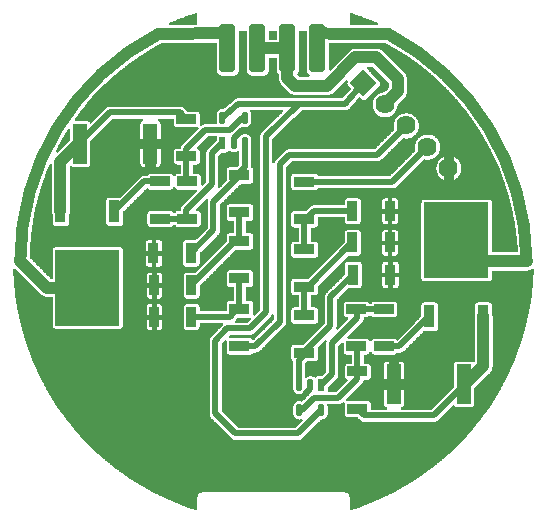
<source format=gtl>
%FSLAX33Y33*%
%MOMM*%
%AMRect-W1193800-H3352800-RO1.000*
21,1,1.1938,3.3528,0.,0.,180*%
%AMRect-W891421-H1741421-RO1.500*
21,1,0.891421,1.741421,0.,0.,90*%
%AMRect-W891421-H1741421-RO1.000*
21,1,0.891421,1.741421,0.,0.,180*%
%AMRect-W820710-H1670710-RO1.500*
21,1,0.82071,1.67071,0.,0.,90*%
%AMRect-W1620000-H1620000-RO1.750*
21,1,1.62,1.62,0.,0.,45*%
%AMRect-W820710-H1670710-RO0.500*
21,1,0.82071,1.67071,0.,0.,270*%
%AMRect-W891421-H1741421-RO0.500*
21,1,0.891421,1.741421,0.,0.,270*%
%AMRect-W1038281-H532132-RO0.500*
21,1,1.038281,0.532132,0.,0.,270*%
%AMRR-H532132-W1038281-R266066-RO0.500*
21,1,0.506149,0.532132,0.,0.,270*
1,1,0.532132,0.,0.2530745*
1,1,0.532132,0.,-0.2530745*
1,1,0.532132,-0.,-0.2530745*
1,1,0.532132,-0.,0.2530745*%
%AMRect-W900001-H1899999-RO1.000*
21,1,0.900001,1.899999,0.,0.,180*%
%AMRect-W5449999-H6400000-RO1.000*
21,1,5.449999,6.4,0.,0.,180*%
%AMRect-W820710-H1670710-RO1.000*
21,1,0.82071,1.67071,0.,0.,180*%
%AMRR-H1300000-W4000000-R120000-RO0.500*
21,1,3.76,1.3,0.,0.,270*
21,1,4.,1.06,0.,0.,270*
1,1,0.24,0.53,1.88*
1,1,0.24,0.53,-1.88*
1,1,0.24,-0.53,-1.88*
1,1,0.24,-0.53,1.88*%
%AMRect-W1038281-H532132-RO1.500*
21,1,1.038281,0.532132,0.,0.,90*%
%AMRR-H532132-W1038281-R266066-RO1.500*
21,1,0.506149,0.532132,0.,0.,90*
1,1,0.532132,-0.,-0.2530745*
1,1,0.532132,-0.,0.2530745*
1,1,0.532132,0.,0.2530745*
1,1,0.532132,0.,-0.2530745*%
%ADD10C,0.0508*%
%ADD11C,0.508*%
%ADD12C,1.016*%
%ADD13Rect-W1193800-H3352800-RO1.000*%
%ADD14R,0.82071X1.67071*%
%ADD15R,0.900001X1.899999*%
%ADD16R,5.449999X6.4*%
%ADD17Rect-W891421-H1741421-RO1.500*%
%ADD18Rect-W891421-H1741421-RO1.000*%
%ADD19Rect-W820710-H1670710-RO1.500*%
%ADD20C,1.62*%
%ADD21Rect-W1620000-H1620000-RO1.750*%
%ADD22Rect-W820710-H1670710-RO0.500*%
%ADD23Rect-W891421-H1741421-RO0.500*%
%ADD24Rect-W1038281-H532132-RO0.500*%
%ADD25RR-H532132-W1038281-R266066-RO0.500*%
%ADD26Rect-W900001-H1899999-RO1.000*%
%ADD27Rect-W5449999-H6400000-RO1.000*%
%ADD28R,1.1938X3.3528*%
%ADD29Rect-W820710-H1670710-RO1.000*%
%ADD30RR-H1300000-W4000000-R120000-RO0.500*%
%ADD31R,0.891421X1.741421*%
%ADD32Rect-W1038281-H532132-RO1.500*%
%ADD33RR-H532132-W1038281-R266066-RO1.500*%
D10*
%LNpour fill*%
G01*
X8791Y20170D02*
X8791Y20170D01*
X8571Y20272*
X7235Y20786*
X6492Y21018*
X6492Y20084*
X6745Y20083*
X6745Y20083*
X7044Y20082*
X7044Y20082*
X7343Y20081*
X7343Y20081*
X7642Y20079*
X7642Y20079*
X7941Y20077*
X7941Y20077*
X8240Y20075*
X8240Y20075*
X8540Y20072*
X8540Y20072*
X8769Y20070*
X8791Y20170*
X6492Y20119D02*
X8780Y20119D01*
X6492Y20169D02*
X8791Y20169D01*
X6492Y20218D02*
X8687Y20218D01*
X6492Y20268D02*
X8580Y20268D01*
X6492Y20317D02*
X8453Y20317D01*
X6492Y20367D02*
X8324Y20367D01*
X6492Y20417D02*
X8195Y20417D01*
X6492Y20466D02*
X8067Y20466D01*
X6492Y20516D02*
X7938Y20516D01*
X6492Y20565D02*
X7809Y20565D01*
X6492Y20615D02*
X7681Y20615D01*
X6492Y20664D02*
X7552Y20664D01*
X6492Y20714D02*
X7423Y20714D01*
X6492Y20763D02*
X7295Y20763D01*
X6492Y20813D02*
X7150Y20813D01*
X6492Y20862D02*
X6991Y20862D01*
X6492Y20912D02*
X6832Y20912D01*
X6492Y20961D02*
X6674Y20961D01*
X6492Y21011D02*
X6515Y21011D01*
X-6492Y20068D02*
X-6492Y20068D01*
X-6492Y21018*
X-7235Y20786*
X-8571Y20272*
X-8810Y20161*
X-8788Y20062*
X-6492Y20068*
X-8800Y20111D02*
X-6492Y20111D01*
X-8811Y20160D02*
X-6492Y20160D01*
X-8705Y20210D02*
X-6492Y20210D01*
X-8598Y20259D02*
X-6492Y20259D01*
X-8475Y20309D02*
X-6492Y20309D01*
X-8346Y20359D02*
X-6492Y20359D01*
X-8217Y20408D02*
X-6492Y20408D01*
X-8089Y20458D02*
X-6492Y20458D01*
X-7960Y20507D02*
X-6492Y20507D01*
X-7831Y20557D02*
X-6491Y20557D01*
X-7703Y20606D02*
X-6491Y20606D01*
X-7574Y20656D02*
X-6491Y20656D01*
X-7445Y20705D02*
X-6491Y20705D01*
X-7317Y20755D02*
X-6491Y20755D01*
X-7177Y20804D02*
X-6491Y20804D01*
X-7018Y20854D02*
X-6491Y20854D01*
X-6859Y20903D02*
X-6491Y20903D01*
X-6701Y20953D02*
X-6491Y20953D01*
X-6542Y21002D02*
X-6491Y21002D01*
X3030Y15751D02*
X3030Y15751D01*
X2983Y15780*
X2983Y15780*
X2933Y15823*
X2933Y15823*
X2890Y15873*
X2890Y15873*
X2856Y15930*
X2856Y15930*
X2830Y15991*
X2830Y15991*
X2815Y16055*
X2815Y16055*
X2810Y16121*
X2810Y16121*
X2810Y19508*
X2170Y19508*
X2170Y16121*
X2170Y16121*
X2165Y16055*
X2165Y16055*
X2150Y15991*
X2150Y15991*
X2124Y15930*
X2124Y15930*
X2090Y15873*
X2090Y15873*
X2044Y15820*
X2205Y15659*
X3004Y15659*
X3030Y15751*
X2156Y15709D02*
X3019Y15709D01*
X2106Y15758D02*
X3020Y15758D01*
X2057Y15808D02*
X2952Y15808D01*
X2076Y15857D02*
X2904Y15857D01*
X2110Y15907D02*
X2870Y15907D01*
X2135Y15956D02*
X2845Y15956D01*
X2153Y16006D02*
X2827Y16006D01*
X2165Y16055D02*
X2815Y16055D01*
X2169Y16105D02*
X2811Y16105D01*
X2170Y16154D02*
X2810Y16154D01*
X2170Y16204D02*
X2810Y16204D01*
X2170Y16253D02*
X2810Y16253D01*
X2170Y16303D02*
X2810Y16303D01*
X2170Y16352D02*
X2810Y16352D01*
X2170Y16402D02*
X2810Y16402D01*
X2170Y16451D02*
X2810Y16451D01*
X2170Y16501D02*
X2810Y16501D01*
X2170Y16551D02*
X2810Y16551D01*
X2170Y16600D02*
X2810Y16600D01*
X2170Y16650D02*
X2810Y16650D01*
X2170Y16699D02*
X2810Y16699D01*
X2170Y16749D02*
X2810Y16749D01*
X2170Y16798D02*
X2810Y16798D01*
X2170Y16848D02*
X2810Y16848D01*
X2170Y16897D02*
X2810Y16897D01*
X2170Y16947D02*
X2810Y16947D01*
X2170Y16996D02*
X2810Y16996D01*
X2170Y17046D02*
X2810Y17046D01*
X2170Y17095D02*
X2810Y17095D01*
X2170Y17145D02*
X2810Y17145D01*
X2170Y17194D02*
X2810Y17194D01*
X2170Y17244D02*
X2810Y17244D01*
X2170Y17293D02*
X2810Y17293D01*
X2170Y17343D02*
X2810Y17343D01*
X2170Y17393D02*
X2810Y17393D01*
X2170Y17442D02*
X2810Y17442D01*
X2170Y17492D02*
X2810Y17492D01*
X2170Y17541D02*
X2810Y17541D01*
X2170Y17591D02*
X2810Y17591D01*
X2170Y17640D02*
X2810Y17640D01*
X2170Y17690D02*
X2810Y17690D01*
X2170Y17739D02*
X2810Y17739D01*
X2170Y17789D02*
X2810Y17789D01*
X2170Y17838D02*
X2810Y17838D01*
X2170Y17888D02*
X2810Y17888D01*
X2170Y17937D02*
X2810Y17937D01*
X2170Y17987D02*
X2810Y17987D01*
X2170Y18036D02*
X2810Y18036D01*
X2170Y18086D02*
X2810Y18086D01*
X2170Y18136D02*
X2810Y18136D01*
X2170Y18185D02*
X2810Y18185D01*
X2170Y18235D02*
X2810Y18235D01*
X2170Y18284D02*
X2810Y18284D01*
X2170Y18334D02*
X2810Y18334D01*
X2170Y18383D02*
X2810Y18383D01*
X2170Y18433D02*
X2810Y18433D01*
X2170Y18482D02*
X2810Y18482D01*
X2170Y18532D02*
X2810Y18532D01*
X2170Y18581D02*
X2810Y18581D01*
X2170Y18631D02*
X2810Y18631D01*
X2170Y18680D02*
X2810Y18680D01*
X2170Y18730D02*
X2810Y18730D01*
X2170Y18779D02*
X2810Y18779D01*
X2170Y18829D02*
X2810Y18829D01*
X2170Y18878D02*
X2810Y18878D01*
X2170Y18928D02*
X2810Y18928D01*
X2170Y18978D02*
X2810Y18978D01*
X2170Y19027D02*
X2810Y19027D01*
X2170Y19077D02*
X2810Y19077D01*
X2170Y19126D02*
X2810Y19126D01*
X2170Y19176D02*
X2810Y19176D01*
X2170Y19225D02*
X2810Y19225D01*
X2170Y19275D02*
X2810Y19275D01*
X2170Y19324D02*
X2810Y19324D01*
X2170Y19374D02*
X2810Y19374D01*
X2170Y19423D02*
X2810Y19423D01*
X2170Y19473D02*
X2810Y19473D01*
X0270Y19508D02*
X0270Y19508D01*
X-0370Y19508*
X-0370Y18809*
X0270Y18809*
X0270Y19508*
X-0370Y18859D02*
X0270Y18859D01*
X-0370Y18908D02*
X0270Y18908D01*
X-0370Y18958D02*
X0270Y18958D01*
X-0370Y19007D02*
X0270Y19007D01*
X-0370Y19057D02*
X0270Y19057D01*
X-0370Y19106D02*
X0270Y19106D01*
X-0370Y19156D02*
X0270Y19156D01*
X-0370Y19205D02*
X0270Y19205D01*
X-0370Y19255D02*
X0270Y19255D01*
X-0370Y19304D02*
X0270Y19304D01*
X-0370Y19354D02*
X0270Y19354D01*
X-0370Y19403D02*
X0270Y19403D01*
X-0370Y19453D02*
X0270Y19453D01*
X-0370Y19502D02*
X0270Y19502D01*
X-6032Y11569D02*
X-6032Y11569D01*
X-6032Y11569*
X-5936Y11620*
X-5936Y11620*
X-5832Y11652*
X-5832Y11652*
X-5724Y11663*
X-5724Y11663*
X-4812Y11663*
X-4847Y11778*
X-4847Y11778*
X-4858Y11888*
X-4858Y11888*
X-4858Y12394*
X-4858Y12394*
X-4847Y12505*
X-4847Y12505*
X-4815Y12611*
X-4815Y12611*
X-4763Y12709*
X-4763Y12709*
X-4692Y12795*
X-4692Y12795*
X-4606Y12865*
X-4606Y12865*
X-4508Y12917*
X-4508Y12918*
X-4402Y12950*
X-4402Y12950*
X-4292Y12961*
X-4292Y12961*
X-4206Y12952*
X-3298Y13744*
X-3298Y13744*
X-3269Y13764*
X-3241Y13787*
X-3241Y13787*
X-3224Y13796*
X-3209Y13807*
X-3209Y13807*
X-3177Y13821*
X-3145Y13838*
X-3145Y13838*
X-3127Y13844*
X-3110Y13851*
X-3110Y13851*
X-3075Y13859*
X-3041Y13870*
X-3041Y13870*
X-3022Y13871*
X-3004Y13876*
X-3004Y13876*
X-2968Y13877*
X-2933Y13880*
X-2933Y13880*
X5843Y13880*
X6521Y14633*
X6299Y14854*
X6299Y14854*
X6269Y14890*
X6269Y14890*
X6244Y14930*
X6244Y14930*
X6226Y14974*
X6226Y14974*
X6215Y15020*
X6215Y15020*
X6211Y15067*
X6211Y15067*
X6215Y15114*
X6215Y15114*
X6226Y15160*
X6226Y15160*
X6263Y15249*
X6176Y15307*
X5147Y14278*
X5147Y14278*
X5025Y14177*
X5025Y14177*
X4885Y14102*
X4885Y14102*
X4733Y14056*
X4733Y14056*
X4575Y14041*
X4575Y14041*
X1870Y14041*
X1870Y14041*
X1712Y14056*
X1712Y14056*
X1560Y14102*
X1560Y14102*
X1420Y14177*
X1420Y14177*
X1298Y14278*
X1298Y14278*
X0648Y14928*
X0648Y14928*
X0547Y15050*
X0547Y15050*
X0472Y15190*
X0472Y15190*
X0426Y15342*
X0426Y15342*
X0411Y15500*
X0411Y15500*
X0411Y15802*
X0350Y15873*
X0350Y15873*
X0316Y15930*
X0316Y15930*
X0290Y15991*
X0290Y15991*
X0275Y16055*
X0275Y16055*
X0270Y16121*
X0270Y16121*
X0270Y17191*
X-0370Y17191*
X-0370Y16121*
X-0370Y16121*
X-0375Y16055*
X-0375Y16055*
X-0390Y15991*
X-0390Y15991*
X-0416Y15930*
X-0416Y15930*
X-0450Y15873*
X-0450Y15873*
X-0493Y15823*
X-0493Y15823*
X-0543Y15780*
X-0543Y15780*
X-0600Y15746*
X-0600Y15746*
X-0661Y15720*
X-0661Y15720*
X-0725Y15705*
X-0725Y15705*
X-0791Y15700*
X-0791Y15700*
X-1849Y15700*
X-1849Y15700*
X-1915Y15705*
X-1915Y15705*
X-1979Y15720*
X-1979Y15720*
X-2040Y15746*
X-2040Y15746*
X-2097Y15780*
X-2097Y15780*
X-2147Y15823*
X-2147Y15823*
X-2190Y15873*
X-2190Y15873*
X-2224Y15930*
X-2224Y15930*
X-2250Y15991*
X-2250Y15991*
X-2265Y16055*
X-2265Y16055*
X-2270Y16121*
X-2270Y16121*
X-2270Y19508*
X-2910Y19508*
X-2910Y16121*
X-2910Y16121*
X-2915Y16055*
X-2915Y16055*
X-2930Y15991*
X-2930Y15991*
X-2956Y15930*
X-2956Y15930*
X-2990Y15873*
X-2990Y15873*
X-3033Y15823*
X-3033Y15823*
X-3083Y15780*
X-3083Y15780*
X-3140Y15746*
X-3140Y15746*
X-3201Y15720*
X-3201Y15720*
X-3265Y15705*
X-3265Y15705*
X-3331Y15700*
X-3331Y15700*
X-4389Y15700*
X-4389Y15700*
X-4455Y15705*
X-4455Y15705*
X-4519Y15720*
X-4519Y15720*
X-4580Y15746*
X-4580Y15746*
X-4637Y15780*
X-4637Y15780*
X-4687Y15823*
X-4687Y15823*
X-4730Y15873*
X-4730Y15873*
X-4764Y15930*
X-4764Y15930*
X-4790Y15991*
X-4790Y15991*
X-4805Y16055*
X-4805Y16055*
X-4810Y16121*
X-4810Y16121*
X-4810Y18454*
X-9445Y18441*
X-10286Y17981*
X-11258Y17378*
X-12196Y16722*
X-13096Y16015*
X-13956Y15260*
X-14773Y14458*
X-15544Y13613*
X-16268Y12727*
X-16803Y11992*
X-16767Y11923*
X-15757Y11923*
X-15757Y11923*
X-15710Y11920*
X-15710Y11920*
X-15664Y11909*
X-15664Y11909*
X-15620Y11891*
X-15620Y11890*
X-15580Y11866*
X-15580Y11866*
X-15544Y11835*
X-15544Y11835*
X-15513Y11799*
X-15513Y11799*
X-15470Y11728*
X-14223Y12975*
X-14223Y12975*
X-14138Y13044*
X-14138Y13044*
X-14042Y13095*
X-14042Y13095*
X-13938Y13127*
X-13938Y13127*
X-13830Y13138*
X-13830Y13138*
X-7892Y13138*
X-7892Y13138*
X-7783Y13127*
X-7783Y13127*
X-7679Y13095*
X-7679Y13095*
X-7583Y13044*
X-7583Y13044*
X-7499Y12975*
X-7499Y12975*
X-7268Y12744*
X-6506Y12744*
X-6506Y12744*
X-6459Y12740*
X-6459Y12740*
X-6413Y12729*
X-6413Y12729*
X-6370Y12711*
X-6370Y12711*
X-6329Y12687*
X-6329Y12686*
X-6293Y12656*
X-6293Y12656*
X-6263Y12620*
X-6263Y12620*
X-6238Y12580*
X-6238Y12580*
X-6220Y12536*
X-6220Y12536*
X-6209Y12490*
X-6209Y12490*
X-6205Y12443*
X-6205Y12443*
X-6205Y11622*
X-6205Y11622*
X-6209Y11575*
X-6209Y11575*
X-6220Y11526*
X-6143Y11478*
X-6032Y11569*
X-6220Y11527D02*
X-6083Y11527D01*
X-6209Y11577D02*
X-6017Y11577D01*
X-6205Y11626D02*
X-5916Y11626D01*
X-6205Y11676D02*
X-4816Y11676D01*
X-6205Y11725D02*
X-4831Y11725D01*
X-15499Y11775D02*
X-15422Y11775D01*
X-6205Y11775D02*
X-4846Y11775D01*
X-15535Y11824D02*
X-15373Y11824D01*
X-6205Y11824D02*
X-4851Y11824D01*
X-15594Y11874D02*
X-15323Y11874D01*
X-6205Y11874D02*
X-4856Y11874D01*
X-16768Y11923D02*
X-15274Y11923D01*
X-6205Y11923D02*
X-4858Y11923D01*
X-16793Y11973D02*
X-15224Y11973D01*
X-6205Y11973D02*
X-4858Y11973D01*
X-16781Y12023D02*
X-15175Y12023D01*
X-6205Y12023D02*
X-4858Y12023D01*
X-16745Y12072D02*
X-15125Y12072D01*
X-6205Y12072D02*
X-4858Y12072D01*
X-16709Y12122D02*
X-15076Y12122D01*
X-6205Y12122D02*
X-4858Y12122D01*
X-16673Y12171D02*
X-15026Y12171D01*
X-6205Y12171D02*
X-4858Y12171D01*
X-16637Y12221D02*
X-14977Y12221D01*
X-6205Y12221D02*
X-4858Y12221D01*
X-16601Y12270D02*
X-14927Y12270D01*
X-6205Y12270D02*
X-4858Y12270D01*
X-16565Y12320D02*
X-14878Y12320D01*
X-6205Y12320D02*
X-4858Y12320D01*
X-16529Y12369D02*
X-14828Y12369D01*
X-6205Y12369D02*
X-4858Y12369D01*
X-16492Y12419D02*
X-14778Y12419D01*
X-6205Y12419D02*
X-4855Y12419D01*
X-16456Y12468D02*
X-14729Y12468D01*
X-6207Y12468D02*
X-4850Y12468D01*
X-16420Y12518D02*
X-14679Y12518D01*
X-6216Y12518D02*
X-4843Y12518D01*
X-16384Y12567D02*
X-14630Y12567D01*
X-6233Y12567D02*
X-4828Y12567D01*
X-16348Y12617D02*
X-14580Y12617D01*
X-6261Y12617D02*
X-4811Y12617D01*
X-16312Y12666D02*
X-14531Y12666D01*
X-6306Y12666D02*
X-4785Y12666D01*
X-16276Y12716D02*
X-14481Y12716D01*
X-6382Y12716D02*
X-4756Y12716D01*
X-16236Y12765D02*
X-14432Y12765D01*
X-7290Y12765D02*
X-4716Y12765D01*
X-16196Y12815D02*
X-14382Y12815D01*
X-7339Y12815D02*
X-4667Y12815D01*
X-16156Y12865D02*
X-14333Y12865D01*
X-7389Y12865D02*
X-4607Y12865D01*
X-16115Y12914D02*
X-14283Y12914D01*
X-7438Y12914D02*
X-4514Y12914D01*
X-16075Y12964D02*
X-14234Y12964D01*
X-7488Y12964D02*
X-4193Y12964D01*
X-16034Y13013D02*
X-14176Y13013D01*
X-7546Y13013D02*
X-4136Y13013D01*
X-15994Y13063D02*
X-14103Y13063D01*
X-7618Y13063D02*
X-4079Y13063D01*
X-15953Y13112D02*
X-13986Y13112D01*
X-7735Y13112D02*
X-4022Y13112D01*
X-15913Y13162D02*
X-3965Y13162D01*
X-15873Y13211D02*
X-3908Y13211D01*
X-15832Y13261D02*
X-3851Y13261D01*
X-15792Y13310D02*
X-3795Y13310D01*
X-15751Y13360D02*
X-3738Y13360D01*
X-15711Y13409D02*
X-3681Y13409D01*
X-15670Y13459D02*
X-3624Y13459D01*
X-15630Y13508D02*
X-3567Y13508D01*
X-15590Y13558D02*
X-3510Y13558D01*
X-15549Y13607D02*
X-3454Y13607D01*
X-15504Y13657D02*
X-3397Y13657D01*
X-15459Y13707D02*
X-3340Y13707D01*
X-15414Y13756D02*
X-3280Y13756D01*
X-15369Y13806D02*
X-3210Y13806D01*
X-15324Y13855D02*
X-3092Y13855D01*
X-15278Y13905D02*
X5866Y13905D01*
X-15233Y13954D02*
X5910Y13954D01*
X-15188Y14004D02*
X5955Y14004D01*
X-15143Y14053D02*
X1745Y14053D01*
X4700Y14053D02*
X5999Y14053D01*
X-15098Y14103D02*
X1560Y14103D01*
X4885Y14103D02*
X6044Y14103D01*
X-15052Y14152D02*
X1467Y14152D01*
X4978Y14152D02*
X6089Y14152D01*
X-15007Y14202D02*
X1391Y14202D01*
X5054Y14202D02*
X6133Y14202D01*
X-14962Y14251D02*
X1330Y14251D01*
X5115Y14251D02*
X6178Y14251D01*
X-14917Y14301D02*
X1275Y14301D01*
X5170Y14301D02*
X6222Y14301D01*
X-14872Y14350D02*
X1225Y14350D01*
X5220Y14350D02*
X6267Y14350D01*
X-14826Y14400D02*
X1176Y14400D01*
X5269Y14400D02*
X6311Y14400D01*
X-14781Y14450D02*
X1126Y14450D01*
X5319Y14450D02*
X6356Y14450D01*
X-14732Y14499D02*
X1077Y14499D01*
X5368Y14499D02*
X6400Y14499D01*
X-14681Y14549D02*
X1027Y14549D01*
X5418Y14549D02*
X6445Y14549D01*
X-14631Y14598D02*
X0978Y14598D01*
X5467Y14598D02*
X6489Y14598D01*
X-14580Y14648D02*
X0928Y14648D01*
X5517Y14648D02*
X6506Y14648D01*
X-14530Y14697D02*
X0879Y14697D01*
X5566Y14697D02*
X6457Y14697D01*
X-14479Y14747D02*
X0829Y14747D01*
X5616Y14747D02*
X6407Y14747D01*
X-14429Y14796D02*
X0780Y14796D01*
X5665Y14796D02*
X6358Y14796D01*
X-14378Y14846D02*
X0730Y14846D01*
X5715Y14846D02*
X6308Y14846D01*
X-14328Y14895D02*
X0681Y14895D01*
X5764Y14895D02*
X6266Y14895D01*
X-14277Y14945D02*
X0634Y14945D01*
X5814Y14945D02*
X6238Y14945D01*
X-14227Y14994D02*
X0593Y14994D01*
X5863Y14994D02*
X6221Y14994D01*
X-14176Y15044D02*
X0553Y15044D01*
X5913Y15044D02*
X6213Y15044D01*
X-14126Y15093D02*
X0524Y15093D01*
X5962Y15093D02*
X6213Y15093D01*
X-14075Y15143D02*
X0498Y15143D01*
X6012Y15143D02*
X6222Y15143D01*
X-14025Y15192D02*
X0472Y15192D01*
X6062Y15192D02*
X6240Y15192D01*
X-13974Y15242D02*
X0457Y15242D01*
X6111Y15242D02*
X6260Y15242D01*
X-13920Y15292D02*
X0442Y15292D01*
X6161Y15292D02*
X6200Y15292D01*
X-13864Y15341D02*
X0427Y15341D01*
X-13807Y15391D02*
X0422Y15391D01*
X-13751Y15440D02*
X0417Y15440D01*
X-13695Y15490D02*
X0412Y15490D01*
X-13638Y15539D02*
X0411Y15539D01*
X-13582Y15589D02*
X0411Y15589D01*
X-13525Y15638D02*
X0411Y15638D01*
X-13469Y15688D02*
X0411Y15688D01*
X-13413Y15737D02*
X-4559Y15737D01*
X-3161Y15737D02*
X-2019Y15737D01*
X-0621Y15737D02*
X0411Y15737D01*
X-13356Y15787D02*
X-4644Y15787D01*
X-3076Y15787D02*
X-2104Y15787D01*
X-0536Y15787D02*
X0411Y15787D01*
X-13300Y15836D02*
X-4698Y15836D01*
X-3022Y15836D02*
X-2158Y15836D01*
X-0482Y15836D02*
X0382Y15836D01*
X-13244Y15886D02*
X-4737Y15886D01*
X-2983Y15886D02*
X-2197Y15886D01*
X-0443Y15886D02*
X0343Y15886D01*
X-13187Y15935D02*
X-4766Y15935D01*
X-2954Y15935D02*
X-2226Y15935D01*
X-0414Y15935D02*
X0314Y15935D01*
X-13131Y15985D02*
X-4787Y15985D01*
X-2933Y15985D02*
X-2247Y15985D01*
X-0393Y15985D02*
X0293Y15985D01*
X-13072Y16034D02*
X-4800Y16034D01*
X-2920Y16034D02*
X-2260Y16034D01*
X-0380Y16034D02*
X0280Y16034D01*
X-13009Y16084D02*
X-4807Y16084D01*
X-2913Y16084D02*
X-2267Y16084D01*
X-0373Y16084D02*
X0273Y16084D01*
X-12946Y16134D02*
X-4810Y16134D01*
X-2910Y16134D02*
X-2270Y16134D01*
X-0370Y16134D02*
X0270Y16134D01*
X-12883Y16183D02*
X-4810Y16183D01*
X-2910Y16183D02*
X-2270Y16183D01*
X-0370Y16183D02*
X0270Y16183D01*
X-12820Y16233D02*
X-4810Y16233D01*
X-2910Y16233D02*
X-2270Y16233D01*
X-0370Y16233D02*
X0270Y16233D01*
X-12756Y16282D02*
X-4810Y16282D01*
X-2910Y16282D02*
X-2270Y16282D01*
X-0370Y16282D02*
X0270Y16282D01*
X-12693Y16332D02*
X-4810Y16332D01*
X-2910Y16332D02*
X-2270Y16332D01*
X-0370Y16332D02*
X0270Y16332D01*
X-12630Y16381D02*
X-4810Y16381D01*
X-2910Y16381D02*
X-2270Y16381D01*
X-0370Y16381D02*
X0270Y16381D01*
X-12567Y16431D02*
X-4810Y16431D01*
X-2910Y16431D02*
X-2270Y16431D01*
X-0370Y16431D02*
X0270Y16431D01*
X-12504Y16480D02*
X-4810Y16480D01*
X-2910Y16480D02*
X-2270Y16480D01*
X-0370Y16480D02*
X0270Y16480D01*
X-12441Y16530D02*
X-4810Y16530D01*
X-2910Y16530D02*
X-2270Y16530D01*
X-0370Y16530D02*
X0270Y16530D01*
X-12378Y16579D02*
X-4810Y16579D01*
X-2910Y16579D02*
X-2270Y16579D01*
X-0370Y16579D02*
X0270Y16579D01*
X-12315Y16629D02*
X-4810Y16629D01*
X-2910Y16629D02*
X-2270Y16629D01*
X-0370Y16629D02*
X0270Y16629D01*
X-12252Y16678D02*
X-4810Y16678D01*
X-2910Y16678D02*
X-2270Y16678D01*
X-0370Y16678D02*
X0270Y16678D01*
X-12188Y16728D02*
X-4810Y16728D01*
X-2910Y16728D02*
X-2270Y16728D01*
X-0370Y16728D02*
X0270Y16728D01*
X-12117Y16777D02*
X-4810Y16777D01*
X-2910Y16777D02*
X-2270Y16777D01*
X-0370Y16777D02*
X0270Y16777D01*
X-12046Y16827D02*
X-4810Y16827D01*
X-2910Y16827D02*
X-2270Y16827D01*
X-0370Y16827D02*
X0270Y16827D01*
X-11975Y16876D02*
X-4810Y16876D01*
X-2910Y16876D02*
X-2270Y16876D01*
X-0370Y16876D02*
X0270Y16876D01*
X-11905Y16926D02*
X-4810Y16926D01*
X-2910Y16926D02*
X-2270Y16926D01*
X-0370Y16926D02*
X0270Y16926D01*
X-11834Y16976D02*
X-4810Y16976D01*
X-2910Y16976D02*
X-2270Y16976D01*
X-0370Y16976D02*
X0270Y16976D01*
X-11763Y17025D02*
X-4810Y17025D01*
X-2910Y17025D02*
X-2270Y17025D01*
X-0370Y17025D02*
X0270Y17025D01*
X-11692Y17075D02*
X-4810Y17075D01*
X-2910Y17075D02*
X-2270Y17075D01*
X-0370Y17075D02*
X0270Y17075D01*
X-11622Y17124D02*
X-4810Y17124D01*
X-2910Y17124D02*
X-2270Y17124D01*
X-0370Y17124D02*
X0270Y17124D01*
X-11551Y17174D02*
X-4810Y17174D01*
X-2910Y17174D02*
X-2270Y17174D01*
X-0370Y17174D02*
X0270Y17174D01*
X-11480Y17223D02*
X-4810Y17223D01*
X-2910Y17223D02*
X-2270Y17223D01*
X-11409Y17273D02*
X-4810Y17273D01*
X-2910Y17273D02*
X-2270Y17273D01*
X-11338Y17322D02*
X-4810Y17322D01*
X-2910Y17322D02*
X-2270Y17322D01*
X-11268Y17372D02*
X-4810Y17372D01*
X-2910Y17372D02*
X-2270Y17372D01*
X-11189Y17421D02*
X-4810Y17421D01*
X-2910Y17421D02*
X-2270Y17421D01*
X-11109Y17471D02*
X-4810Y17471D01*
X-2910Y17471D02*
X-2270Y17471D01*
X-11029Y17520D02*
X-4810Y17520D01*
X-2910Y17520D02*
X-2270Y17520D01*
X-10950Y17570D02*
X-4810Y17570D01*
X-2910Y17570D02*
X-2270Y17570D01*
X-10870Y17619D02*
X-4810Y17619D01*
X-2910Y17619D02*
X-2270Y17619D01*
X-10790Y17669D02*
X-4810Y17669D01*
X-2910Y17669D02*
X-2270Y17669D01*
X-10710Y17718D02*
X-4810Y17718D01*
X-2910Y17718D02*
X-2270Y17718D01*
X-10630Y17768D02*
X-4810Y17768D01*
X-2910Y17768D02*
X-2270Y17768D01*
X-10550Y17818D02*
X-4810Y17818D01*
X-2910Y17818D02*
X-2270Y17818D01*
X-10471Y17867D02*
X-4810Y17867D01*
X-2910Y17867D02*
X-2270Y17867D01*
X-10391Y17917D02*
X-4810Y17917D01*
X-2910Y17917D02*
X-2270Y17917D01*
X-10311Y17966D02*
X-4810Y17966D01*
X-2910Y17966D02*
X-2270Y17966D01*
X-10224Y18016D02*
X-4810Y18016D01*
X-2910Y18016D02*
X-2270Y18016D01*
X-10133Y18065D02*
X-4810Y18065D01*
X-2910Y18065D02*
X-2270Y18065D01*
X-10043Y18115D02*
X-4810Y18115D01*
X-2910Y18115D02*
X-2270Y18115D01*
X-9952Y18164D02*
X-4810Y18164D01*
X-2910Y18164D02*
X-2270Y18164D01*
X-9861Y18214D02*
X-4810Y18214D01*
X-2910Y18214D02*
X-2270Y18214D01*
X-9771Y18263D02*
X-4810Y18263D01*
X-2910Y18263D02*
X-2270Y18263D01*
X-9680Y18313D02*
X-4810Y18313D01*
X-2910Y18313D02*
X-2270Y18313D01*
X-9590Y18362D02*
X-4810Y18362D01*
X-2910Y18362D02*
X-2270Y18362D01*
X-9499Y18412D02*
X-4810Y18412D01*
X-2910Y18412D02*
X-2270Y18412D01*
X-2910Y18461D02*
X-2270Y18461D01*
X-2910Y18511D02*
X-2270Y18511D01*
X-2910Y18560D02*
X-2270Y18560D01*
X-2910Y18610D02*
X-2270Y18610D01*
X-2910Y18660D02*
X-2270Y18660D01*
X-2910Y18709D02*
X-2270Y18709D01*
X-2910Y18759D02*
X-2270Y18759D01*
X-2910Y18808D02*
X-2270Y18808D01*
X-2910Y18858D02*
X-2270Y18858D01*
X-2910Y18907D02*
X-2270Y18907D01*
X-2910Y18957D02*
X-2270Y18957D01*
X-2910Y19006D02*
X-2270Y19006D01*
X-2910Y19056D02*
X-2270Y19056D01*
X-2910Y19105D02*
X-2270Y19105D01*
X-2910Y19155D02*
X-2270Y19155D01*
X-2910Y19204D02*
X-2270Y19204D01*
X-2910Y19254D02*
X-2270Y19254D01*
X-2910Y19303D02*
X-2270Y19303D01*
X-2910Y19353D02*
X-2270Y19353D01*
X-2910Y19403D02*
X-2270Y19403D01*
X-2910Y19452D02*
X-2270Y19452D01*
X-2910Y19502D02*
X-2270Y19502D01*
X-6492Y-20000D02*
X-6492Y-20000D01*
X-6492Y-20000*
X-6482Y-19904*
X-6482Y-19904*
X-6454Y-19812*
X-6454Y-19812*
X-6409Y-19727*
X-6409Y-19727*
X-6348Y-19652*
X-6348Y-19652*
X-6273Y-19591*
X-6273Y-19591*
X-6188Y-19546*
X-6188Y-19546*
X-6096Y-19518*
X-6096Y-19518*
X-6000Y-19508*
X-6000Y-19508*
X6000Y-19508*
X6000Y-19508*
X6096Y-19518*
X6096Y-19518*
X6188Y-19546*
X6188Y-19546*
X6273Y-19591*
X6273Y-19591*
X6348Y-19652*
X6348Y-19652*
X6409Y-19727*
X6409Y-19727*
X6454Y-19812*
X6454Y-19812*
X6482Y-19904*
X6482Y-19904*
X6492Y-20000*
X6492Y-20000*
X6492Y-21018*
X7235Y-20786*
X8571Y-20272*
X9871Y-19672*
X11128Y-18988*
X12339Y-18225*
X13497Y-17384*
X14599Y-16470*
X15639Y-15487*
X16612Y-14437*
X17515Y-13327*
X18345Y-12161*
X19096Y-10942*
X19767Y-9678*
X20354Y-8373*
X20855Y-7032*
X21268Y-5662*
X21591Y-4267*
X21823Y-2855*
X21963Y-1431*
X21988Y-0639*
X21785Y-0748*
X21785Y-0748*
X21774Y-0751*
X21771Y-0752*
X21771Y-0752*
X21770Y-0753*
X21770Y-0753*
X21768Y-0753*
X21768Y-0753*
X21767Y-0754*
X21767Y-0754*
X21765Y-0754*
X21765Y-0754*
X21764Y-0755*
X21764Y-0755*
X21762Y-0755*
X21762Y-0755*
X21761Y-0756*
X21761Y-0756*
X21759Y-0757*
X21759Y-0757*
X21758Y-0757*
X21758Y-0757*
X21756Y-0757*
X21756Y-0757*
X21755Y-0758*
X21755Y-0758*
X21753Y-0759*
X21753Y-0759*
X21752Y-0759*
X21752Y-0759*
X21751Y-0759*
X21751Y-0759*
X21749Y-0760*
X21749Y-0760*
X21748Y-0760*
X21748Y-0760*
X21746Y-0761*
X21746Y-0761*
X21745Y-0761*
X21745Y-0761*
X21743Y-0762*
X21743Y-0762*
X21742Y-0762*
X21742Y-0762*
X21740Y-0763*
X21740Y-0763*
X21739Y-0763*
X21739Y-0763*
X21737Y-0763*
X21737Y-0763*
X21736Y-0764*
X21736Y-0764*
X21734Y-0764*
X21734Y-0764*
X21710Y-0770*
X21633Y-0794*
X21633Y-0794*
X21610Y-0796*
X21605Y-0797*
X21605Y-0797*
X21604Y-0797*
X21604Y-0797*
X21602Y-0798*
X21602Y-0798*
X21601Y-0798*
X21601Y-0798*
X21599Y-0798*
X21599Y-0798*
X21598Y-0799*
X21598Y-0799*
X21596Y-0799*
X21596Y-0799*
X21595Y-0799*
X21595Y-0799*
X21593Y-0799*
X21593Y-0799*
X21592Y-0800*
X21592Y-0800*
X21590Y-0800*
X21590Y-0800*
X21589Y-0800*
X21589Y-0800*
X21587Y-0800*
X21587Y-0800*
X21585Y-0801*
X21585Y-0801*
X21584Y-0801*
X21584Y-0801*
X21582Y-0801*
X21582Y-0801*
X21581Y-0801*
X21581Y-0801*
X21579Y-0801*
X21579Y-0801*
X21578Y-0802*
X21578Y-0802*
X21576Y-0802*
X21576Y-0802*
X21575Y-0802*
X21575Y-0802*
X21573Y-0802*
X21573Y-0802*
X21572Y-0802*
X21572Y-0802*
X21570Y-0803*
X21570Y-0803*
X21569Y-0803*
X21569Y-0803*
X21567Y-0803*
X21567Y-0803*
X21565Y-0803*
X21565Y-0803*
X21564Y-0803*
X21564Y-0803*
X21562Y-0803*
X21562Y-0803*
X21561Y-0803*
X21561Y-0803*
X21559Y-0803*
X21559Y-0803*
X21558Y-0803*
X21558Y-0803*
X21556Y-0804*
X21556Y-0804*
X21555Y-0804*
X21555Y-0804*
X21553Y-0804*
X21553Y-0804*
X21552Y-0804*
X21552Y-0804*
X21550Y-0804*
X21550Y-0804*
X21548Y-0804*
X21548Y-0804*
X21547Y-0804*
X21547Y-0804*
X21545Y-0804*
X21545Y-0804*
X21544Y-0804*
X21544Y-0804*
X21527Y-0804*
X21475Y-0809*
X21475Y-0809*
X18537Y-0809*
X18537Y-1425*
X18537Y-1425*
X18533Y-1472*
X18533Y-1472*
X18522Y-1518*
X18522Y-1518*
X18504Y-1562*
X18504Y-1562*
X18479Y-1602*
X18479Y-1602*
X18448Y-1638*
X18448Y-1638*
X18412Y-1669*
X18412Y-1669*
X18372Y-1693*
X18372Y-1693*
X18328Y-1712*
X18328Y-1712*
X18282Y-1723*
X18282Y-1723*
X18235Y-1726*
X18235Y-1726*
X12785Y-1726*
X12785Y-1726*
X12738Y-1723*
X12738Y-1723*
X12692Y-1712*
X12692Y-1712*
X12649Y-1693*
X12649Y-1693*
X12608Y-1669*
X12608Y-1669*
X12572Y-1638*
X12572Y-1638*
X12542Y-1602*
X12542Y-1602*
X12517Y-1562*
X12517Y-1562*
X12499Y-1518*
X12499Y-1518*
X12488Y-1472*
X12488Y-1472*
X12484Y-1425*
X12484Y-1425*
X12484Y4975*
X12484Y4975*
X12488Y5022*
X12488Y5022*
X12499Y5068*
X12499Y5068*
X12517Y5112*
X12517Y5112*
X12542Y5152*
X12542Y5152*
X12572Y5188*
X12572Y5188*
X12608Y5219*
X12608Y5219*
X12649Y5243*
X12649Y5243*
X12692Y5262*
X12692Y5262*
X12738Y5273*
X12738Y5273*
X12785Y5276*
X12785Y5276*
X18235Y5276*
X18235Y5276*
X18282Y5273*
X18282Y5273*
X18328Y5262*
X18328Y5262*
X18372Y5243*
X18372Y5243*
X18412Y5219*
X18412Y5219*
X18448Y5188*
X18448Y5188*
X18479Y5152*
X18479Y5152*
X18504Y5112*
X18504Y5112*
X18522Y5068*
X18522Y5068*
X18533Y5022*
X18533Y5022*
X18537Y4975*
X18537Y4975*
X18537Y0809*
X20637Y0809*
X20625Y1132*
X20523Y2268*
X20359Y3396*
X20135Y4515*
X19851Y5619*
X19507Y6707*
X19106Y7774*
X18648Y8818*
X18135Y9837*
X17567Y10826*
X16947Y11783*
X16276Y12705*
X15556Y13590*
X14790Y14434*
X13980Y15237*
X13128Y15994*
X12236Y16705*
X11307Y17366*
X10343Y17977*
X9509Y18445*
X9416Y18446*
X9182Y18449*
X8822Y18453*
X8822Y18453*
X8524Y18456*
X8227Y18459*
X7929Y18461*
X7568Y18463*
X7568Y18463*
X7335Y18465*
X7037Y18466*
X6740Y18467*
X6443Y18468*
X6146Y18468*
X5849Y18468*
X5551Y18467*
X5254Y18467*
X4957Y18466*
X4710Y18464*
X4710Y16240*
X4788Y16208*
X6403Y17822*
X6403Y17822*
X6525Y17923*
X6525Y17923*
X6665Y17998*
X6665Y17998*
X6817Y18044*
X6817Y18044*
X6975Y18059*
X6975Y18059*
X8703Y18059*
X8703Y18059*
X8860Y18044*
X8861Y18044*
X9012Y17998*
X9012Y17998*
X9152Y17923*
X9152Y17923*
X9275Y17822*
X9275Y17822*
X11122Y15975*
X11122Y15975*
X11223Y15852*
X11223Y15852*
X11298Y15712*
X11298Y15712*
X11344Y15561*
X11344Y15560*
X11359Y15403*
X11359Y15403*
X11359Y14367*
X11359Y14367*
X11344Y14209*
X11344Y14209*
X11298Y14057*
X11298Y14057*
X11223Y13918*
X11223Y13917*
X11122Y13795*
X11122Y13795*
X10561Y13233*
X10533Y13005*
X10533Y13005*
X10438Y12755*
X10438Y12755*
X10286Y12534*
X10286Y12534*
X10085Y12357*
X10085Y12356*
X9848Y12232*
X9848Y12232*
X9588Y12168*
X9588Y12168*
X9320Y12168*
X9320Y12168*
X9060Y12232*
X9060Y12232*
X8823Y12356*
X8823Y12357*
X8622Y12534*
X8622Y12534*
X8470Y12755*
X8470Y12755*
X8375Y13005*
X8375Y13005*
X8343Y13271*
X8343Y13271*
X8375Y13537*
X8375Y13537*
X8470Y13787*
X8470Y13787*
X8622Y14008*
X8622Y14008*
X8823Y14186*
X8823Y14186*
X9060Y14310*
X9060Y14310*
X9320Y14374*
X9320Y14374*
X9413Y14374*
X9741Y14702*
X9741Y15067*
X8367Y16441*
X7966Y16441*
X7934Y16363*
X9016Y15280*
X9016Y15280*
X9047Y15244*
X9047Y15244*
X9072Y15204*
X9072Y15204*
X9090Y15160*
X9090Y15160*
X9101Y15114*
X9101Y15114*
X9105Y15067*
X9105Y15067*
X9101Y15020*
X9101Y15020*
X9090Y14974*
X9090Y14974*
X9072Y14930*
X9072Y14930*
X9047Y14890*
X9047Y14890*
X9016Y14854*
X9016Y14854*
X7871Y13709*
X7871Y13709*
X7835Y13678*
X7835Y13678*
X7795Y13653*
X7795Y13653*
X7751Y13635*
X7751Y13635*
X7705Y13624*
X7705Y13624*
X7658Y13620*
X7658Y13620*
X7611Y13624*
X7611Y13624*
X7565Y13635*
X7565Y13635*
X7521Y13653*
X7521Y13653*
X7481Y13678*
X7481Y13678*
X7445Y13709*
X7445Y13709*
X7307Y13847*
X6504Y12954*
X6504Y12954*
X6493Y12944*
X6483Y12932*
X6483Y12932*
X6453Y12907*
X6423Y12880*
X6423Y12880*
X6411Y12873*
X6399Y12863*
X6399Y12863*
X6364Y12845*
X6330Y12824*
X6330Y12824*
X6316Y12819*
X6303Y12812*
X6303Y12812*
X6265Y12800*
X6228Y12787*
X6228Y12787*
X6213Y12785*
X6199Y12780*
X6199Y12780*
X6159Y12777*
X6120Y12771*
X6120Y12771*
X6105Y12771*
X6091Y12770*
X6091Y12770*
X2468Y12770*
X-0045Y10363*
X-0045Y8415*
X0051Y8391*
X0113Y8508*
X0113Y8508*
X0182Y8593*
X0182Y8593*
X0965Y9375*
X0965Y9375*
X1049Y9444*
X1049Y9444*
X1145Y9495*
X1145Y9495*
X1249Y9527*
X1249Y9527*
X1357Y9538*
X1357Y9538*
X8552Y9538*
X10186Y11171*
X10171Y11209*
X10171Y11209*
X10139Y11475*
X10139Y11475*
X10171Y11741*
X10171Y11741*
X10266Y11991*
X10266Y11991*
X10418Y12212*
X10418Y12212*
X10619Y12390*
X10619Y12390*
X10856Y12514*
X10856Y12514*
X11116Y12578*
X11116Y12578*
X11384Y12578*
X11384Y12578*
X11644Y12514*
X11644Y12514*
X11881Y12390*
X11881Y12390*
X12082Y12212*
X12082Y12212*
X12234Y11991*
X12234Y11991*
X12329Y11741*
X12329Y11741*
X12361Y11475*
X12361Y11475*
X12329Y11209*
X12329Y11209*
X12234Y10959*
X12234Y10959*
X12082Y10738*
X12082Y10738*
X11881Y10560*
X11881Y10560*
X11644Y10436*
X11644Y10436*
X11384Y10372*
X11384Y10372*
X11116Y10372*
X11116Y10372*
X10989Y10403*
X9175Y8590*
X9175Y8590*
X9091Y8521*
X9091Y8521*
X8995Y8469*
X8995Y8469*
X8891Y8438*
X8891Y8438*
X8782Y8427*
X8782Y8427*
X1587Y8427*
X1130Y7970*
X1130Y-5125*
X1130Y-5125*
X1120Y-5233*
X1120Y-5233*
X1088Y-5337*
X1088Y-5337*
X1037Y-5433*
X1037Y-5433*
X0968Y-5518*
X0968Y-5518*
X-1100Y-7585*
X-1100Y-7585*
X-1184Y-7654*
X-1184Y-7654*
X-1280Y-7706*
X-1280Y-7706*
X-1384Y-7737*
X-1384Y-7737*
X-1493Y-7748*
X-1493Y-7748*
X-1686Y-7748*
X-1727Y-7815*
X-1727Y-7815*
X-1758Y-7851*
X-1758Y-7851*
X-1794Y-7882*
X-1794Y-7882*
X-1834Y-7907*
X-1834Y-7907*
X-1878Y-7925*
X-1878Y-7925*
X-1924Y-7936*
X-1924Y-7936*
X-1971Y-7940*
X-1971Y-7940*
X-3712Y-7940*
X-3712Y-7940*
X-3759Y-7936*
X-3760Y-7936*
X-3805Y-7925*
X-3805Y-7925*
X-3849Y-7907*
X-3849Y-7907*
X-3889Y-7882*
X-3889Y-7882*
X-3925Y-7851*
X-3925Y-7851*
X-3956Y-7815*
X-3956Y-7815*
X-3981Y-7775*
X-3981Y-7775*
X-3999Y-7731*
X-3999Y-7731*
X-4010Y-7685*
X-4010Y-7685*
X-4014Y-7638*
X-4014Y-7638*
X-4014Y-6756*
X-4092Y-6724*
X-4345Y-6977*
X-4345Y-12670*
X-2970Y-14045*
X1864Y-14045*
X2433Y-13476*
X2382Y-13391*
X2296Y-13417*
X2296Y-13417*
X2185Y-13428*
X2185Y-13428*
X2075Y-13417*
X2075Y-13417*
X1969Y-13385*
X1969Y-13385*
X1871Y-13333*
X1871Y-13333*
X1785Y-13262*
X1785Y-13262*
X1714Y-13176*
X1714Y-13176*
X1662Y-13079*
X1662Y-13079*
X1630Y-12972*
X1630Y-12972*
X1619Y-12862*
X1619Y-12862*
X1619Y-12356*
X1619Y-12356*
X1630Y-12245*
X1630Y-12245*
X1662Y-12139*
X1662Y-12139*
X1714Y-12041*
X1714Y-12041*
X1785Y-11955*
X1785Y-11955*
X1871Y-11885*
X1871Y-11885*
X1969Y-11833*
X1969Y-11832*
X2075Y-11800*
X2075Y-11800*
X2185Y-11789*
X2185Y-11789*
X2296Y-11800*
X2296Y-11800*
X2407Y-11834*
X2964Y-11277*
X2821Y-11200*
X2821Y-11200*
X2735Y-11130*
X2735Y-11130*
X2660Y-11039*
X2586Y-11130*
X2586Y-11130*
X2500Y-11200*
X2500Y-11200*
X2402Y-11253*
X2402Y-11253*
X2296Y-11285*
X2296Y-11285*
X2185Y-11296*
X2185Y-11296*
X2075Y-11285*
X2075Y-11285*
X1969Y-11253*
X1969Y-11253*
X1871Y-11200*
X1871Y-11200*
X1785Y-11130*
X1785Y-11130*
X1714Y-11044*
X1714Y-11044*
X1662Y-10946*
X1662Y-10946*
X1630Y-10840*
X1630Y-10840*
X1619Y-10729*
X1619Y-10729*
X1619Y-10223*
X1619Y-10223*
X1630Y-10111*
X1630Y-8461*
X1588Y-8435*
X1588Y-8435*
X1552Y-8404*
X1552Y-8404*
X1521Y-8369*
X1521Y-8368*
X1496Y-8328*
X1496Y-8328*
X1478Y-8285*
X1478Y-8285*
X1467Y-8239*
X1467Y-8239*
X1463Y-8191*
X1463Y-8191*
X1463Y-7300*
X1463Y-7300*
X1467Y-7253*
X1467Y-7253*
X1478Y-7207*
X1478Y-7207*
X1496Y-7163*
X1496Y-7163*
X1521Y-7123*
X1521Y-7123*
X1552Y-7087*
X1552Y-7087*
X1588Y-7056*
X1588Y-7056*
X1628Y-7032*
X1628Y-7032*
X1672Y-7013*
X1672Y-7013*
X1718Y-7002*
X1718Y-7002*
X1765Y-6999*
X1765Y-6999*
X2526Y-6999*
X4280Y-5245*
X4280Y-3075*
X4280Y-3075*
X4291Y-2967*
X4291Y-2967*
X4322Y-2863*
X4322Y-2863*
X4374Y-2767*
X4374Y-2767*
X4443Y-2682*
X4443Y-2682*
X6013Y-1112*
X6013Y-0279*
X6013Y-0279*
X6017Y-0232*
X6017Y-0232*
X6028Y-0186*
X6028Y-0186*
X6046Y-0143*
X6046Y-0143*
X6071Y-0102*
X6071Y-0102*
X6102Y-0066*
X6102Y-0066*
X6138Y-0036*
X6138Y-0036*
X6178Y-0011*
X6178Y-0011*
X6222Y0007*
X6222Y0007*
X6268Y0018*
X6268Y0018*
X6315Y0022*
X6315Y0022*
X7206Y0022*
X7206Y0022*
X7253Y0018*
X7253Y0018*
X7299Y0007*
X7299Y0007*
X7343Y-0011*
X7343Y-0011*
X7383Y-0036*
X7383Y-0036*
X7419Y-0066*
X7419Y-0066*
X7450Y-0102*
X7450Y-0102*
X7474Y-0143*
X7474Y-0143*
X7493Y-0186*
X7493Y-0186*
X7504Y-0232*
X7504Y-0232*
X7507Y-0279*
X7507Y-0279*
X7507Y-2021*
X7507Y-2021*
X7504Y-2068*
X7504Y-2068*
X7493Y-2114*
X7493Y-2114*
X7474Y-2157*
X7474Y-2157*
X7450Y-2198*
X7450Y-2198*
X7419Y-2234*
X7419Y-2234*
X7383Y-2264*
X7383Y-2264*
X7343Y-2289*
X7343Y-2289*
X7299Y-2307*
X7299Y-2307*
X7253Y-2318*
X7253Y-2318*
X7206Y-2322*
X7206Y-2322*
X6374Y-2322*
X5391Y-3305*
X5391Y-5475*
X5391Y-5475*
X5380Y-5583*
X5380Y-5583*
X5350Y-5681*
X5435Y-5731*
X6309Y-4857*
X6277Y-4779*
X6200Y-4779*
X6200Y-4779*
X6153Y-4775*
X6153Y-4775*
X6107Y-4764*
X6107Y-4764*
X6063Y-4746*
X6063Y-4746*
X6023Y-4722*
X6023Y-4722*
X5987Y-4691*
X5987Y-4691*
X5956Y-4655*
X5956Y-4655*
X5932Y-4615*
X5932Y-4615*
X5913Y-4571*
X5913Y-4571*
X5902Y-4525*
X5902Y-4525*
X5899Y-4478*
X5899Y-4478*
X5899Y-3657*
X5899Y-3657*
X5902Y-3610*
X5902Y-3610*
X5913Y-3564*
X5913Y-3564*
X5932Y-3520*
X5932Y-3520*
X5956Y-3480*
X5956Y-3480*
X5987Y-3444*
X5987Y-3444*
X6023Y-3414*
X6023Y-3413*
X6063Y-3389*
X6063Y-3389*
X6107Y-3371*
X6107Y-3371*
X6153Y-3360*
X6153Y-3360*
X6200Y-3356*
X6200Y-3356*
X7871Y-3356*
X7871Y-3356*
X7918Y-3360*
X7918Y-3360*
X7964Y-3371*
X7964Y-3371*
X8007Y-3389*
X8007Y-3389*
X8048Y-3413*
X8048Y-3414*
X8084Y-3444*
X8084Y-3444*
X8114Y-3480*
X8114Y-3480*
X8134Y-3512*
X8270Y-3512*
X8290Y-3480*
X8290Y-3480*
X8320Y-3444*
X8320Y-3444*
X8356Y-3414*
X8356Y-3413*
X8397Y-3389*
X8397Y-3389*
X8440Y-3371*
X8440Y-3371*
X8486Y-3360*
X8486Y-3360*
X8533Y-3356*
X8533Y-3356*
X10204Y-3356*
X10204Y-3356*
X10251Y-3360*
X10251Y-3360*
X10297Y-3371*
X10297Y-3371*
X10341Y-3389*
X10341Y-3389*
X10381Y-3413*
X10381Y-3414*
X10417Y-3444*
X10417Y-3444*
X10448Y-3480*
X10448Y-3480*
X10472Y-3520*
X10472Y-3520*
X10491Y-3564*
X10491Y-3564*
X10502Y-3610*
X10502Y-3610*
X10505Y-3657*
X10505Y-3657*
X10505Y-4478*
X10505Y-4478*
X10502Y-4525*
X10502Y-4525*
X10491Y-4571*
X10491Y-4571*
X10472Y-4615*
X10472Y-4615*
X10448Y-4655*
X10448Y-4655*
X10417Y-4691*
X10417Y-4691*
X10381Y-4722*
X10381Y-4722*
X10341Y-4746*
X10341Y-4746*
X10297Y-4764*
X10297Y-4764*
X10251Y-4775*
X10251Y-4775*
X10204Y-4779*
X10204Y-4779*
X8533Y-4779*
X8533Y-4779*
X8486Y-4775*
X8486Y-4775*
X8440Y-4764*
X8440Y-4764*
X8397Y-4746*
X8397Y-4746*
X8356Y-4722*
X8356Y-4722*
X8320Y-4691*
X8320Y-4691*
X8290Y-4655*
X8290Y-4655*
X8270Y-4623*
X8134Y-4623*
X8114Y-4655*
X8114Y-4655*
X8084Y-4691*
X8084Y-4691*
X8048Y-4722*
X8048Y-4722*
X8007Y-4746*
X8007Y-4746*
X7964Y-4764*
X7964Y-4764*
X7918Y-4775*
X7918Y-4775*
X7871Y-4779*
X7871Y-4779*
X7694Y-4779*
X7680Y-4925*
X7680Y-4925*
X7648Y-5029*
X7648Y-5029*
X7597Y-5125*
X7597Y-5125*
X7528Y-5209*
X7528Y-5209*
X6309Y-6428*
X6341Y-6506*
X7871Y-6506*
X7871Y-6506*
X7918Y-6510*
X7918Y-6510*
X7964Y-6521*
X7964Y-6521*
X8007Y-6539*
X8007Y-6539*
X8048Y-6563*
X8048Y-6564*
X8084Y-6594*
X8084Y-6594*
X8114Y-6630*
X8114Y-6630*
X8139Y-6670*
X8139Y-6670*
X8160Y-6720*
X8244Y-6720*
X8265Y-6670*
X8265Y-6670*
X8290Y-6630*
X8290Y-6630*
X8320Y-6594*
X8320Y-6594*
X8356Y-6564*
X8356Y-6563*
X8397Y-6539*
X8397Y-6539*
X8440Y-6521*
X8440Y-6521*
X8486Y-6510*
X8486Y-6510*
X8533Y-6506*
X8533Y-6506*
X10204Y-6506*
X10204Y-6506*
X10251Y-6510*
X10251Y-6510*
X10297Y-6521*
X10297Y-6521*
X10341Y-6539*
X10341Y-6539*
X10381Y-6563*
X10381Y-6564*
X10417Y-6594*
X10417Y-6594*
X10467Y-6653*
X12479Y-4641*
X12479Y-3725*
X12479Y-3725*
X12483Y-3678*
X12483Y-3678*
X12494Y-3632*
X12494Y-3632*
X12512Y-3588*
X12512Y-3588*
X12537Y-3548*
X12537Y-3548*
X12567Y-3512*
X12567Y-3512*
X12603Y-3481*
X12603Y-3481*
X12644Y-3457*
X12644Y-3457*
X12687Y-3438*
X12687Y-3438*
X12733Y-3427*
X12733Y-3427*
X12780Y-3424*
X12780Y-3424*
X13680Y-3424*
X13680Y-3424*
X13727Y-3427*
X13727Y-3427*
X13773Y-3438*
X13773Y-3438*
X13817Y-3457*
X13817Y-3457*
X13857Y-3481*
X13857Y-3481*
X13893Y-3512*
X13893Y-3512*
X13924Y-3548*
X13924Y-3548*
X13949Y-3588*
X13949Y-3588*
X13967Y-3632*
X13967Y-3632*
X13978Y-3678*
X13978Y-3678*
X13982Y-3725*
X13982Y-3725*
X13982Y-5625*
X13982Y-5625*
X13978Y-5672*
X13978Y-5672*
X13967Y-5718*
X13967Y-5718*
X13949Y-5762*
X13949Y-5762*
X13924Y-5802*
X13924Y-5802*
X13893Y-5838*
X13893Y-5838*
X13857Y-5869*
X13857Y-5869*
X13817Y-5893*
X13817Y-5893*
X13773Y-5912*
X13773Y-5912*
X13727Y-5923*
X13727Y-5923*
X13680Y-5926*
X13680Y-5926*
X12764Y-5926*
X11080Y-7610*
X11080Y-7610*
X10996Y-7679*
X10996Y-7679*
X10900Y-7731*
X10900Y-7731*
X10796Y-7762*
X10796Y-7762*
X10688Y-7773*
X10688Y-7773*
X10467Y-7773*
X10448Y-7805*
X10448Y-7805*
X10417Y-7841*
X10417Y-7841*
X10381Y-7872*
X10381Y-7872*
X10341Y-7896*
X10341Y-7896*
X10297Y-7914*
X10297Y-7914*
X10251Y-7925*
X10251Y-7925*
X10204Y-7929*
X10204Y-7929*
X8533Y-7929*
X8533Y-7929*
X8486Y-7925*
X8486Y-7925*
X8440Y-7914*
X8440Y-7914*
X8397Y-7896*
X8397Y-7896*
X8356Y-7872*
X8356Y-7872*
X8320Y-7841*
X8320Y-7841*
X8290Y-7805*
X8290Y-7805*
X8265Y-7765*
X8265Y-7765*
X8244Y-7715*
X8160Y-7715*
X8139Y-7765*
X8139Y-7765*
X8114Y-7805*
X8114Y-7805*
X8084Y-7841*
X8084Y-7841*
X8048Y-7872*
X8048Y-7872*
X8007Y-7896*
X8007Y-7896*
X7964Y-7914*
X7964Y-7914*
X7918Y-7925*
X7918Y-7925*
X7871Y-7929*
X7871Y-7929*
X7691Y-7929*
X7691Y-8638*
X7971Y-8638*
X7971Y-8638*
X8018Y-8642*
X8018Y-8642*
X8064Y-8653*
X8064Y-8653*
X8107Y-8671*
X8107Y-8671*
X8148Y-8696*
X8148Y-8696*
X8184Y-8727*
X8184Y-8727*
X8214Y-8763*
X8214Y-8763*
X8239Y-8803*
X8239Y-8803*
X8257Y-8847*
X8257Y-8847*
X8268Y-8893*
X8268Y-8893*
X8272Y-8940*
X8272Y-8940*
X8272Y-9760*
X8272Y-9760*
X8268Y-9807*
X8268Y-9807*
X8257Y-9853*
X8257Y-9853*
X8239Y-9897*
X8239Y-9897*
X8214Y-9937*
X8214Y-9937*
X8184Y-9973*
X8184Y-9973*
X8148Y-10004*
X8148Y-10004*
X8107Y-10029*
X8107Y-10029*
X8064Y-10047*
X8064Y-10047*
X8018Y-10058*
X8018Y-10058*
X7971Y-10062*
X7971Y-10062*
X7681Y-10062*
X7648Y-10170*
X7648Y-10170*
X7597Y-10266*
X7597Y-10266*
X7528Y-10350*
X7528Y-10350*
X6158Y-11720*
X6204Y-11804*
X6253Y-11792*
X6253Y-11792*
X6300Y-11788*
X6300Y-11788*
X7971Y-11788*
X7971Y-11788*
X8018Y-11792*
X8018Y-11792*
X8064Y-11803*
X8064Y-11803*
X8107Y-11821*
X8107Y-11821*
X8148Y-11846*
X8148Y-11846*
X8184Y-11877*
X8184Y-11877*
X8214Y-11913*
X8214Y-11913*
X8239Y-11953*
X8239Y-11953*
X8257Y-11997*
X8257Y-11997*
X8268Y-12043*
X8268Y-12043*
X8272Y-12090*
X8272Y-12090*
X8272Y-12495*
X9534Y-12495*
X9555Y-12393*
X9470Y-12358*
X9470Y-12358*
X9430Y-12333*
X9430Y-12333*
X9394Y-12303*
X9394Y-12303*
X9363Y-12267*
X9363Y-12267*
X9339Y-12226*
X9339Y-12226*
X9321Y-12183*
X9321Y-12183*
X9310Y-12137*
X9310Y-12137*
X9306Y-12090*
X9306Y-12090*
X9306Y-10813*
X9306Y-10813*
X9682Y-10813*
X9682Y-10014*
X9306Y-10014*
X9306Y-10013*
X9306Y-8737*
X9306Y-8737*
X9310Y-8690*
X9310Y-8690*
X9321Y-8644*
X9321Y-8644*
X9339Y-8600*
X9339Y-8600*
X9363Y-8560*
X9363Y-8560*
X9394Y-8524*
X9394Y-8524*
X9430Y-8493*
X9430Y-8493*
X9470Y-8468*
X9470Y-8468*
X9514Y-8450*
X9514Y-8450*
X9560Y-8439*
X9560Y-8439*
X9607Y-8436*
X9607Y-8436*
X9804Y-8436*
X9804Y-8436*
X9804Y-8812*
X10604Y-8812*
X10604Y-8436*
X10604Y-8436*
X10801Y-8436*
X10801Y-8436*
X10848Y-8439*
X10848Y-8439*
X10894Y-8450*
X10894Y-8450*
X10938Y-8468*
X10938Y-8468*
X10978Y-8493*
X10978Y-8493*
X11014Y-8524*
X11014Y-8524*
X11045Y-8560*
X11045Y-8560*
X11069Y-8600*
X11069Y-8600*
X11087Y-8644*
X11087Y-8644*
X11099Y-8690*
X11099Y-8690*
X11102Y-8737*
X11102Y-8737*
X11102Y-10013*
X11102Y-10014*
X10726Y-10014*
X10726Y-10813*
X11102Y-10813*
X11102Y-10813*
X11102Y-12090*
X11102Y-12090*
X11099Y-12137*
X11099Y-12137*
X11087Y-12183*
X11087Y-12183*
X11069Y-12226*
X11069Y-12226*
X11045Y-12267*
X11045Y-12267*
X11014Y-12303*
X11014Y-12303*
X10978Y-12333*
X10978Y-12333*
X10938Y-12358*
X10938Y-12358*
X10854Y-12393*
X10874Y-12495*
X13394Y-12495*
X15250Y-10639*
X15250Y-8737*
X15250Y-8737*
X15253Y-8690*
X15253Y-8690*
X15264Y-8644*
X15264Y-8644*
X15282Y-8600*
X15282Y-8600*
X15307Y-8560*
X15307Y-8560*
X15338Y-8524*
X15338Y-8524*
X15374Y-8493*
X15374Y-8493*
X15414Y-8468*
X15414Y-8468*
X15458Y-8450*
X15458Y-8450*
X15504Y-8439*
X15504Y-8439*
X15551Y-8436*
X15551Y-8436*
X16745Y-8436*
X16745Y-8436*
X16792Y-8439*
X16792Y-8439*
X16838Y-8450*
X16838Y-8450*
X16881Y-8468*
X16881Y-8468*
X16916Y-8490*
X16981Y-8454*
X16981Y-4675*
X16981Y-4675*
X16997Y-4517*
X16997Y-4517*
X17039Y-4377*
X17039Y-3725*
X17039Y-3725*
X17043Y-3678*
X17043Y-3678*
X17054Y-3632*
X17054Y-3632*
X17072Y-3588*
X17072Y-3588*
X17097Y-3548*
X17097Y-3548*
X17127Y-3512*
X17127Y-3512*
X17163Y-3481*
X17163Y-3481*
X17204Y-3457*
X17204Y-3457*
X17247Y-3438*
X17247Y-3438*
X17293Y-3427*
X17293Y-3427*
X17340Y-3424*
X17340Y-3424*
X18240Y-3424*
X18240Y-3424*
X18287Y-3427*
X18287Y-3427*
X18333Y-3438*
X18333Y-3438*
X18377Y-3457*
X18377Y-3457*
X18417Y-3481*
X18417Y-3481*
X18453Y-3512*
X18453Y-3512*
X18484Y-3548*
X18484Y-3548*
X18509Y-3588*
X18509Y-3588*
X18527Y-3632*
X18527Y-3632*
X18538Y-3678*
X18538Y-3678*
X18542Y-3725*
X18542Y-3725*
X18542Y-4377*
X18584Y-4517*
X18584Y-4517*
X18600Y-4675*
X18600Y-4675*
X18600Y-8883*
X18600Y-8883*
X18584Y-9041*
X18584Y-9041*
X18538Y-9193*
X18538Y-9193*
X18463Y-9333*
X18463Y-9333*
X18363Y-9455*
X18363Y-9455*
X17046Y-10772*
X17046Y-12090*
X17046Y-12090*
X17042Y-12137*
X17042Y-12137*
X17031Y-12183*
X17031Y-12183*
X17013Y-12226*
X17013Y-12226*
X16988Y-12267*
X16988Y-12267*
X16958Y-12303*
X16958Y-12303*
X16922Y-12333*
X16922Y-12333*
X16881Y-12358*
X16881Y-12358*
X16838Y-12376*
X16838Y-12376*
X16792Y-12387*
X16792Y-12387*
X16745Y-12391*
X16745Y-12391*
X15551Y-12391*
X15551Y-12391*
X15504Y-12387*
X15504Y-12387*
X15458Y-12376*
X15458Y-12376*
X15414Y-12358*
X15414Y-12358*
X15374Y-12333*
X15374Y-12333*
X15338Y-12303*
X15338Y-12303*
X15307Y-12267*
X15307Y-12267*
X15263Y-12195*
X14016Y-13443*
X14016Y-13443*
X13932Y-13512*
X13932Y-13512*
X13836Y-13563*
X13836Y-13563*
X13732Y-13595*
X13732Y-13595*
X13624Y-13605*
X13624Y-13605*
X7685Y-13605*
X7685Y-13605*
X7577Y-13595*
X7577Y-13595*
X7473Y-13563*
X7473Y-13563*
X7377Y-13512*
X7377Y-13512*
X7293Y-13443*
X7293Y-13443*
X7062Y-13212*
X6300Y-13212*
X6300Y-13212*
X6253Y-13208*
X6253Y-13208*
X6207Y-13197*
X6207Y-13197*
X6163Y-13179*
X6163Y-13179*
X6123Y-13154*
X6123Y-13154*
X6087Y-13123*
X6087Y-13123*
X6056Y-13087*
X6056Y-13087*
X6032Y-13047*
X6032Y-13047*
X6013Y-13003*
X6013Y-13003*
X6002Y-12957*
X6002Y-12957*
X5999Y-12910*
X5999Y-12910*
X5999Y-12090*
X5999Y-12090*
X6002Y-12043*
X6002Y-12043*
X6014Y-11994*
X5937Y-11946*
X5826Y-12037*
X5826Y-12037*
X5730Y-12088*
X5730Y-12088*
X5626Y-12120*
X5626Y-12120*
X5518Y-12130*
X5518Y-12130*
X4606Y-12130*
X4641Y-12245*
X4641Y-12245*
X4652Y-12356*
X4652Y-12356*
X4652Y-12862*
X4652Y-12862*
X4641Y-12972*
X4641Y-12972*
X4609Y-13079*
X4609Y-13079*
X4556Y-13176*
X4556Y-13176*
X4486Y-13262*
X4486Y-13262*
X4400Y-13333*
X4400Y-13333*
X4302Y-13385*
X4302Y-13385*
X4196Y-13417*
X4196Y-13417*
X4085Y-13428*
X4085Y-13428*
X4054Y-13425*
X2487Y-14993*
X2487Y-14993*
X2403Y-15062*
X2403Y-15062*
X2307Y-15113*
X2307Y-15113*
X2202Y-15145*
X2202Y-15145*
X2094Y-15155*
X2094Y-15155*
X-3200Y-15155*
X-3200Y-15155*
X-3308Y-15145*
X-3308Y-15145*
X-3412Y-15113*
X-3412Y-15113*
X-3508Y-15062*
X-3508Y-15062*
X-3593Y-14993*
X-3593Y-14993*
X-5293Y-13293*
X-5293Y-13293*
X-5362Y-13208*
X-5362Y-13208*
X-5413Y-13112*
X-5413Y-13112*
X-5445Y-13008*
X-5445Y-13008*
X-5455Y-12900*
X-5455Y-12900*
X-5455Y-6747*
X-5455Y-6747*
X-5445Y-6639*
X-5445Y-6639*
X-5413Y-6534*
X-5413Y-6534*
X-5362Y-6438*
X-5362Y-6438*
X-5293Y-6354*
X-5293Y-6354*
X-4289Y-5351*
X-4322Y-5273*
X-6220Y-5273*
X-6220Y-5553*
X-6220Y-5553*
X-6223Y-5600*
X-6223Y-5600*
X-6234Y-5646*
X-6234Y-5646*
X-6253Y-5690*
X-6253Y-5690*
X-6277Y-5730*
X-6277Y-5730*
X-6308Y-5766*
X-6308Y-5766*
X-6344Y-5797*
X-6344Y-5797*
X-6384Y-5821*
X-6384Y-5821*
X-6428Y-5839*
X-6428Y-5839*
X-6474Y-5850*
X-6474Y-5850*
X-6521Y-5854*
X-6521Y-5854*
X-7342Y-5854*
X-7342Y-5854*
X-7389Y-5850*
X-7389Y-5850*
X-7435Y-5839*
X-7435Y-5839*
X-7478Y-5821*
X-7478Y-5821*
X-7519Y-5797*
X-7519Y-5797*
X-7555Y-5766*
X-7555Y-5766*
X-7585Y-5730*
X-7585Y-5730*
X-7610Y-5690*
X-7610Y-5690*
X-7628Y-5646*
X-7628Y-5646*
X-7639Y-5600*
X-7639Y-5600*
X-7643Y-5553*
X-7643Y-5553*
X-7643Y-3882*
X-7643Y-3882*
X-7639Y-3835*
X-7639Y-3835*
X-7628Y-3789*
X-7628Y-3789*
X-7610Y-3745*
X-7610Y-3745*
X-7585Y-3705*
X-7585Y-3705*
X-7555Y-3669*
X-7555Y-3669*
X-7519Y-3639*
X-7519Y-3638*
X-7478Y-3614*
X-7478Y-3614*
X-7435Y-3596*
X-7435Y-3596*
X-7389Y-3585*
X-7389Y-3585*
X-7342Y-3581*
X-7342Y-3581*
X-6521Y-3581*
X-6521Y-3581*
X-6474Y-3585*
X-6474Y-3585*
X-6428Y-3596*
X-6428Y-3596*
X-6384Y-3614*
X-6384Y-3614*
X-6344Y-3638*
X-6344Y-3639*
X-6308Y-3669*
X-6308Y-3669*
X-6277Y-3705*
X-6277Y-3705*
X-6253Y-3745*
X-6253Y-3745*
X-6234Y-3789*
X-6234Y-3789*
X-6223Y-3835*
X-6223Y-3835*
X-6220Y-3882*
X-6220Y-3882*
X-6220Y-4162*
X-4014Y-4162*
X-4014Y-3597*
X-4014Y-3597*
X-4010Y-3550*
X-4010Y-3550*
X-3999Y-3504*
X-3999Y-3504*
X-3981Y-3460*
X-3981Y-3460*
X-3956Y-3420*
X-3956Y-3420*
X-3925Y-3384*
X-3925Y-3384*
X-3889Y-3353*
X-3889Y-3353*
X-3849Y-3328*
X-3849Y-3328*
X-3805Y-3310*
X-3805Y-3310*
X-3760Y-3299*
X-3759Y-3299*
X-3712Y-3296*
X-3712Y-3296*
X-3397Y-3296*
X-3397Y-2204*
X-3712Y-2204*
X-3712Y-2204*
X-3759Y-2200*
X-3760Y-2200*
X-3805Y-2189*
X-3805Y-2189*
X-3849Y-2171*
X-3849Y-2171*
X-3889Y-2147*
X-3889Y-2147*
X-3925Y-2116*
X-3925Y-2116*
X-3956Y-2080*
X-3956Y-2080*
X-3981Y-2040*
X-3981Y-2040*
X-3999Y-1996*
X-3999Y-1996*
X-4010Y-1950*
X-4010Y-1950*
X-4014Y-1903*
X-4014Y-1903*
X-4014Y-1012*
X-4014Y-1012*
X-4010Y-0964*
X-4010Y-0964*
X-3999Y-0918*
X-3999Y-0918*
X-3981Y-0875*
X-3981Y-0875*
X-3956Y-0834*
X-3956Y-0834*
X-3925Y-0798*
X-3925Y-0798*
X-3889Y-0768*
X-3889Y-0768*
X-3849Y-0743*
X-3849Y-0743*
X-3805Y-0725*
X-3805Y-0725*
X-3760Y-0714*
X-3759Y-0714*
X-3712Y-0710*
X-3712Y-0710*
X-1971Y-0710*
X-1971Y-0710*
X-1924Y-0714*
X-1924Y-0714*
X-1878Y-0725*
X-1878Y-0725*
X-1834Y-0743*
X-1834Y-0743*
X-1794Y-0768*
X-1794Y-0768*
X-1758Y-0798*
X-1758Y-0798*
X-1727Y-0834*
X-1727Y-0834*
X-1703Y-0875*
X-1703Y-0875*
X-1684Y-0918*
X-1684Y-0918*
X-1673Y-0964*
X-1673Y-0964*
X-1670Y-1011*
X-1670Y-1011*
X-1670Y-1903*
X-1670Y-1903*
X-1673Y-1950*
X-1673Y-1950*
X-1684Y-1996*
X-1684Y-1996*
X-1703Y-2040*
X-1703Y-2040*
X-1727Y-2080*
X-1727Y-2080*
X-1758Y-2116*
X-1758Y-2116*
X-1794Y-2147*
X-1794Y-2147*
X-1834Y-2171*
X-1834Y-2171*
X-1878Y-2189*
X-1878Y-2189*
X-1924Y-2200*
X-1924Y-2200*
X-1971Y-2204*
X-1971Y-2204*
X-2286Y-2204*
X-2286Y-3296*
X-1971Y-3296*
X-1971Y-3296*
X-1924Y-3299*
X-1924Y-3299*
X-1878Y-3310*
X-1878Y-3310*
X-1834Y-3328*
X-1834Y-3328*
X-1794Y-3353*
X-1794Y-3353*
X-1758Y-3384*
X-1758Y-3384*
X-1727Y-3420*
X-1727Y-3420*
X-1703Y-3460*
X-1703Y-3460*
X-1684Y-3504*
X-1684Y-3504*
X-1673Y-3550*
X-1673Y-3550*
X-1670Y-3597*
X-1670Y-3597*
X-1670Y-4503*
X-1592Y-4535*
X-1156Y-4100*
X-1156Y10600*
X-1156Y10600*
X-1155Y10606*
X-1156Y10612*
X-1156Y10612*
X-1150Y10660*
X-1145Y10708*
X-1145Y10708*
X-1143Y10714*
X-1143Y10720*
X-1143Y10720*
X-1128Y10766*
X-1113Y10812*
X-1113Y10812*
X-1111Y10817*
X-1109Y10823*
X-1109Y10823*
X-1085Y10865*
X-1062Y10908*
X-1062Y10908*
X-1058Y10913*
X-1055Y10918*
X-1055Y10918*
X-1024Y10955*
X-0993Y10992*
X-0993Y10992*
X-0988Y10996*
X-0985Y11001*
X-0985Y11001*
X0780Y12690*
X0748Y12770*
X-1953Y12770*
X-1868Y12611*
X-1868Y12611*
X-1836Y12505*
X-1836Y12505*
X-1825Y12394*
X-1825Y12394*
X-1825Y11888*
X-1825Y11888*
X-1836Y11778*
X-1836Y11778*
X-1868Y11671*
X-1868Y11671*
X-1921Y11574*
X-1921Y11574*
X-1991Y11488*
X-1991Y11488*
X-2077Y11417*
X-2077Y11417*
X-2175Y11365*
X-2175Y11365*
X-2281Y11333*
X-2281Y11333*
X-2392Y11322*
X-2392Y11322*
X-2502Y11333*
X-2502Y11333*
X-2613Y11366*
X-3170Y10809*
X-3027Y10733*
X-3027Y10733*
X-2941Y10662*
X-2941Y10662*
X-2867Y10571*
X-2792Y10662*
X-2792Y10662*
X-2706Y10733*
X-2706Y10733*
X-2608Y10785*
X-2608Y10785*
X-2502Y10817*
X-2502Y10817*
X-2392Y10828*
X-2392Y10828*
X-2281Y10817*
X-2281Y10817*
X-2175Y10785*
X-2175Y10785*
X-2077Y10733*
X-2077Y10733*
X-1991Y10662*
X-1991Y10662*
X-1921Y10576*
X-1921Y10576*
X-1868Y10479*
X-1868Y10479*
X-1836Y10372*
X-1836Y10372*
X-1825Y10262*
X-1825Y10262*
X-1825Y9756*
X-1825Y9756*
X-1836Y9643*
X-1836Y7994*
X-1794Y7968*
X-1794Y7968*
X-1758Y7937*
X-1758Y7937*
X-1727Y7901*
X-1727Y7901*
X-1703Y7861*
X-1703Y7861*
X-1684Y7817*
X-1684Y7817*
X-1673Y7771*
X-1673Y7771*
X-1670Y7724*
X-1670Y7724*
X-1670Y6832*
X-1670Y6832*
X-1673Y6785*
X-1673Y6785*
X-1684Y6739*
X-1684Y6739*
X-1703Y6696*
X-1703Y6696*
X-1727Y6655*
X-1727Y6655*
X-1758Y6619*
X-1758Y6619*
X-1794Y6589*
X-1794Y6589*
X-1834Y6564*
X-1834Y6564*
X-1878Y6546*
X-1878Y6546*
X-1924Y6535*
X-1924Y6535*
X-1971Y6531*
X-1971Y6531*
X-2733Y6531*
X-4486Y4777*
X-4486Y2607*
X-4486Y2607*
X-4497Y2499*
X-4497Y2499*
X-4529Y2395*
X-4529Y2395*
X-4580Y2299*
X-4580Y2299*
X-4649Y2215*
X-4649Y2215*
X-6220Y0644*
X-6220Y-0188*
X-6220Y-0188*
X-6223Y-0235*
X-6223Y-0235*
X-6234Y-0281*
X-6234Y-0281*
X-6253Y-0325*
X-6253Y-0325*
X-6277Y-0365*
X-6277Y-0365*
X-6308Y-0401*
X-6308Y-0401*
X-6344Y-0432*
X-6344Y-0432*
X-6384Y-0457*
X-6384Y-0457*
X-6428Y-0475*
X-6428Y-0475*
X-6474Y-0486*
X-6474Y-0486*
X-6521Y-0490*
X-6521Y-0490*
X-7412Y-0490*
X-7412Y-0490*
X-7459Y-0486*
X-7460Y-0486*
X-7505Y-0475*
X-7505Y-0475*
X-7549Y-0457*
X-7549Y-0457*
X-7589Y-0432*
X-7589Y-0432*
X-7625Y-0401*
X-7625Y-0401*
X-7656Y-0365*
X-7656Y-0365*
X-7681Y-0325*
X-7681Y-0325*
X-7699Y-0281*
X-7699Y-0281*
X-7710Y-0235*
X-7710Y-0235*
X-7714Y-0188*
X-7714Y-0188*
X-7714Y1553*
X-7714Y1553*
X-7710Y1600*
X-7710Y1600*
X-7699Y1646*
X-7699Y1646*
X-7681Y1690*
X-7681Y1690*
X-7656Y1730*
X-7656Y1730*
X-7625Y1766*
X-7625Y1766*
X-7589Y1797*
X-7589Y1797*
X-7549Y1822*
X-7549Y1822*
X-7505Y1840*
X-7505Y1840*
X-7460Y1851*
X-7459Y1851*
X-7412Y1854*
X-7412Y1854*
X-6580Y1854*
X-5597Y2837*
X-5597Y5007*
X-5597Y5007*
X-5586Y5116*
X-5586Y5116*
X-5557Y5213*
X-5641Y5264*
X-6516Y4390*
X-6483Y4312*
X-6406Y4312*
X-6406Y4312*
X-6359Y4308*
X-6359Y4308*
X-6313Y4297*
X-6313Y4297*
X-6270Y4279*
X-6270Y4279*
X-6229Y4254*
X-6229Y4254*
X-6193Y4223*
X-6193Y4223*
X-6163Y4187*
X-6163Y4187*
X-6138Y4147*
X-6138Y4147*
X-6120Y4103*
X-6120Y4103*
X-6109Y4057*
X-6109Y4057*
X-6105Y4010*
X-6105Y4010*
X-6105Y3190*
X-6105Y3190*
X-6109Y3143*
X-6109Y3143*
X-6120Y3097*
X-6120Y3097*
X-6138Y3053*
X-6138Y3053*
X-6163Y3013*
X-6163Y3013*
X-6193Y2977*
X-6193Y2977*
X-6229Y2946*
X-6229Y2946*
X-6270Y2921*
X-6270Y2921*
X-6313Y2903*
X-6313Y2903*
X-6359Y2892*
X-6359Y2892*
X-6406Y2888*
X-6406Y2888*
X-8077Y2888*
X-8077Y2888*
X-8124Y2892*
X-8124Y2892*
X-8170Y2903*
X-8170Y2903*
X-8214Y2921*
X-8214Y2921*
X-8254Y2946*
X-8254Y2946*
X-8290Y2977*
X-8290Y2977*
X-8321Y3013*
X-8321Y3013*
X-8340Y3045*
X-8476Y3045*
X-8496Y3013*
X-8496Y3013*
X-8527Y2977*
X-8527Y2977*
X-8563Y2946*
X-8563Y2946*
X-8603Y2921*
X-8603Y2921*
X-8647Y2903*
X-8647Y2903*
X-8693Y2892*
X-8693Y2892*
X-8740Y2888*
X-8740Y2888*
X-10410Y2888*
X-10410Y2888*
X-10457Y2892*
X-10457Y2892*
X-10503Y2903*
X-10503Y2903*
X-10547Y2921*
X-10547Y2921*
X-10587Y2946*
X-10587Y2946*
X-10623Y2977*
X-10623Y2977*
X-10654Y3013*
X-10654Y3013*
X-10679Y3053*
X-10679Y3053*
X-10697Y3097*
X-10697Y3097*
X-10708Y3143*
X-10708Y3143*
X-10712Y3190*
X-10712Y3190*
X-10712Y4010*
X-10712Y4010*
X-10708Y4057*
X-10708Y4057*
X-10697Y4103*
X-10697Y4103*
X-10679Y4147*
X-10679Y4147*
X-10654Y4187*
X-10654Y4187*
X-10623Y4223*
X-10623Y4223*
X-10587Y4254*
X-10587Y4254*
X-10547Y4279*
X-10547Y4279*
X-10503Y4297*
X-10503Y4297*
X-10457Y4308*
X-10457Y4308*
X-10410Y4312*
X-10410Y4312*
X-8740Y4312*
X-8740Y4312*
X-8693Y4308*
X-8693Y4308*
X-8647Y4297*
X-8647Y4297*
X-8603Y4279*
X-8603Y4279*
X-8563Y4254*
X-8563Y4254*
X-8527Y4223*
X-8527Y4223*
X-8496Y4187*
X-8496Y4187*
X-8476Y4155*
X-8340Y4155*
X-8321Y4187*
X-8321Y4187*
X-8290Y4223*
X-8290Y4223*
X-8254Y4254*
X-8254Y4254*
X-8214Y4279*
X-8214Y4279*
X-8170Y4297*
X-8170Y4297*
X-8124Y4308*
X-8124Y4308*
X-8077Y4312*
X-8077Y4312*
X-7901Y4312*
X-7886Y4457*
X-7886Y4457*
X-7855Y4561*
X-7855Y4561*
X-7803Y4657*
X-7803Y4657*
X-7734Y4741*
X-7734Y4741*
X-6515Y5960*
X-6548Y6038*
X-8077Y6038*
X-8077Y6038*
X-8124Y6042*
X-8124Y6042*
X-8170Y6053*
X-8170Y6053*
X-8214Y6071*
X-8214Y6071*
X-8254Y6096*
X-8254Y6096*
X-8290Y6127*
X-8290Y6127*
X-8321Y6163*
X-8321Y6163*
X-8345Y6203*
X-8345Y6203*
X-8366Y6253*
X-8451Y6253*
X-8471Y6203*
X-8471Y6203*
X-8496Y6163*
X-8496Y6163*
X-8527Y6127*
X-8527Y6127*
X-8563Y6096*
X-8563Y6096*
X-8603Y6071*
X-8603Y6071*
X-8647Y6053*
X-8647Y6053*
X-8693Y6042*
X-8693Y6042*
X-8740Y6038*
X-8740Y6038*
X-10410Y6038*
X-10410Y6038*
X-10457Y6042*
X-10457Y6042*
X-10503Y6053*
X-10503Y6053*
X-10547Y6071*
X-10547Y6071*
X-10587Y6096*
X-10587Y6096*
X-10623Y6127*
X-10623Y6127*
X-10674Y6185*
X-12685Y4173*
X-12685Y3257*
X-12685Y3257*
X-12689Y3210*
X-12689Y3210*
X-12700Y3164*
X-12700Y3164*
X-12718Y3121*
X-12718Y3121*
X-12743Y3080*
X-12743Y3080*
X-12774Y3044*
X-12774Y3044*
X-12810Y3014*
X-12810Y3014*
X-12850Y2989*
X-12850Y2989*
X-12894Y2971*
X-12894Y2971*
X-12940Y2960*
X-12940Y2960*
X-12987Y2956*
X-12987Y2956*
X-13887Y2956*
X-13887Y2956*
X-13934Y2960*
X-13934Y2960*
X-13980Y2971*
X-13980Y2971*
X-14023Y2989*
X-14023Y2989*
X-14064Y3014*
X-14064Y3014*
X-14100Y3044*
X-14100Y3044*
X-14130Y3080*
X-14130Y3080*
X-14155Y3121*
X-14155Y3121*
X-14173Y3164*
X-14173Y3164*
X-14184Y3210*
X-14184Y3210*
X-14188Y3257*
X-14188Y3257*
X-14188Y5157*
X-14188Y5157*
X-14184Y5205*
X-14184Y5205*
X-14173Y5251*
X-14173Y5251*
X-14155Y5294*
X-14155Y5294*
X-14130Y5334*
X-14130Y5335*
X-14100Y5370*
X-14100Y5370*
X-14064Y5401*
X-14064Y5401*
X-14023Y5426*
X-14023Y5426*
X-13980Y5444*
X-13980Y5444*
X-13934Y5455*
X-13934Y5455*
X-13887Y5459*
X-13887Y5459*
X-12971Y5459*
X-11287Y7143*
X-11287Y7143*
X-11203Y7212*
X-11203Y7212*
X-11107Y7263*
X-11107Y7263*
X-11002Y7295*
X-11002Y7295*
X-10894Y7305*
X-10894Y7305*
X-10674Y7305*
X-10654Y7337*
X-10654Y7337*
X-10623Y7373*
X-10623Y7373*
X-10587Y7404*
X-10587Y7404*
X-10547Y7429*
X-10547Y7429*
X-10503Y7447*
X-10503Y7447*
X-10457Y7458*
X-10457Y7458*
X-10410Y7462*
X-10410Y7462*
X-8740Y7462*
X-8740Y7462*
X-8693Y7458*
X-8693Y7458*
X-8647Y7447*
X-8647Y7447*
X-8603Y7429*
X-8603Y7429*
X-8563Y7404*
X-8563Y7404*
X-8527Y7373*
X-8527Y7373*
X-8496Y7337*
X-8496Y7337*
X-8471Y7297*
X-8471Y7297*
X-8451Y7247*
X-8366Y7247*
X-8345Y7297*
X-8345Y7297*
X-8321Y7337*
X-8321Y7337*
X-8290Y7373*
X-8290Y7373*
X-8254Y7404*
X-8254Y7404*
X-8214Y7429*
X-8214Y7429*
X-8170Y7447*
X-8170Y7447*
X-8124Y7458*
X-8124Y7458*
X-8077Y7462*
X-8077Y7462*
X-7897Y7462*
X-7897Y8171*
X-8177Y8171*
X-8177Y8171*
X-8224Y8175*
X-8224Y8175*
X-8270Y8186*
X-8270Y8186*
X-8314Y8204*
X-8314Y8204*
X-8354Y8228*
X-8354Y8228*
X-8390Y8259*
X-8390Y8259*
X-8421Y8295*
X-8421Y8295*
X-8445Y8335*
X-8445Y8335*
X-8464Y8379*
X-8464Y8379*
X-8475Y8425*
X-8475Y8425*
X-8478Y8472*
X-8478Y8472*
X-8478Y9293*
X-8478Y9293*
X-8475Y9340*
X-8475Y9340*
X-8464Y9386*
X-8464Y9386*
X-8445Y9430*
X-8445Y9430*
X-8421Y9470*
X-8421Y9470*
X-8390Y9506*
X-8390Y9506*
X-8354Y9536*
X-8354Y9537*
X-8314Y9561*
X-8314Y9561*
X-8270Y9579*
X-8270Y9579*
X-8224Y9590*
X-8224Y9590*
X-8177Y9594*
X-8177Y9594*
X-7887Y9594*
X-7855Y9702*
X-7855Y9702*
X-7803Y9798*
X-7803Y9798*
X-7734Y9882*
X-7734Y9882*
X-6364Y11253*
X-6411Y11336*
X-6459Y11325*
X-6459Y11325*
X-6506Y11321*
X-6506Y11321*
X-8177Y11321*
X-8177Y11321*
X-8224Y11325*
X-8224Y11325*
X-8270Y11336*
X-8270Y11336*
X-8314Y11354*
X-8314Y11354*
X-8354Y11378*
X-8354Y11378*
X-8390Y11409*
X-8390Y11409*
X-8421Y11445*
X-8421Y11445*
X-8445Y11485*
X-8445Y11485*
X-8464Y11529*
X-8464Y11529*
X-8475Y11575*
X-8475Y11575*
X-8478Y11622*
X-8478Y11622*
X-8478Y12027*
X-9741Y12027*
X-9761Y11925*
X-9677Y11891*
X-9677Y11890*
X-9636Y11866*
X-9636Y11866*
X-9600Y11835*
X-9600Y11835*
X-9570Y11799*
X-9570Y11799*
X-9545Y11759*
X-9545Y11759*
X-9527Y11715*
X-9527Y11715*
X-9516Y11669*
X-9516Y11669*
X-9512Y11622*
X-9512Y11622*
X-9512Y10346*
X-9512Y10345*
X-9888Y10345*
X-9888Y9546*
X-9512Y9546*
X-9512Y9546*
X-9512Y8269*
X-9512Y8269*
X-9516Y8222*
X-9516Y8222*
X-9527Y8176*
X-9527Y8176*
X-9545Y8133*
X-9545Y8133*
X-9570Y8092*
X-9570Y8092*
X-9600Y8056*
X-9600Y8056*
X-9636Y8026*
X-9636Y8026*
X-9677Y8001*
X-9677Y8001*
X-9720Y7983*
X-9720Y7983*
X-9766Y7972*
X-9766Y7972*
X-9813Y7968*
X-9813Y7968*
X-10010Y7968*
X-10011Y7968*
X-10011Y8344*
X-10810Y8344*
X-10810Y7968*
X-10810Y7968*
X-11007Y7968*
X-11007Y7968*
X-11054Y7972*
X-11054Y7972*
X-11100Y7983*
X-11100Y7983*
X-11144Y8001*
X-11144Y8001*
X-11184Y8026*
X-11184Y8026*
X-11220Y8056*
X-11220Y8056*
X-11251Y8092*
X-11251Y8092*
X-11276Y8133*
X-11276Y8133*
X-11294Y8176*
X-11294Y8176*
X-11305Y8222*
X-11305Y8222*
X-11309Y8269*
X-11309Y8269*
X-11309Y9546*
X-11308Y9546*
X-10933Y9546*
X-10933Y10345*
X-11308Y10345*
X-11309Y10346*
X-11309Y11622*
X-11309Y11622*
X-11305Y11669*
X-11305Y11669*
X-11294Y11715*
X-11294Y11715*
X-11276Y11759*
X-11276Y11759*
X-11251Y11799*
X-11251Y11799*
X-11220Y11835*
X-11220Y11835*
X-11184Y11866*
X-11184Y11866*
X-11144Y11890*
X-11144Y11891*
X-11060Y11925*
X-11080Y12027*
X-13600Y12027*
X-15456Y10171*
X-15456Y8269*
X-15456Y8269*
X-15460Y8222*
X-15460Y8222*
X-15471Y8176*
X-15471Y8176*
X-15489Y8133*
X-15489Y8133*
X-15513Y8092*
X-15513Y8092*
X-15544Y8056*
X-15544Y8056*
X-15580Y8026*
X-15580Y8026*
X-15620Y8001*
X-15620Y8001*
X-15664Y7983*
X-15664Y7983*
X-15710Y7972*
X-15710Y7972*
X-15757Y7968*
X-15757Y7968*
X-16951Y7968*
X-16951Y7968*
X-16998Y7972*
X-16998Y7972*
X-17044Y7983*
X-17044Y7983*
X-17088Y8001*
X-17088Y8001*
X-17123Y8022*
X-17187Y7986*
X-17187Y4207*
X-17187Y4207*
X-17203Y4050*
X-17203Y4050*
X-17245Y3910*
X-17245Y3257*
X-17245Y3257*
X-17249Y3210*
X-17249Y3210*
X-17260Y3164*
X-17260Y3164*
X-17278Y3121*
X-17278Y3121*
X-17303Y3080*
X-17303Y3080*
X-17334Y3044*
X-17334Y3044*
X-17370Y3014*
X-17370Y3014*
X-17410Y2989*
X-17410Y2989*
X-17454Y2971*
X-17454Y2971*
X-17500Y2960*
X-17500Y2960*
X-17547Y2956*
X-17547Y2956*
X-18447Y2956*
X-18447Y2956*
X-18494Y2960*
X-18494Y2960*
X-18540Y2971*
X-18540Y2971*
X-18583Y2989*
X-18583Y2989*
X-18624Y3014*
X-18624Y3014*
X-18660Y3044*
X-18660Y3044*
X-18690Y3080*
X-18690Y3080*
X-18715Y3121*
X-18715Y3121*
X-18733Y3164*
X-18733Y3164*
X-18744Y3210*
X-18744Y3210*
X-18748Y3257*
X-18748Y3257*
X-18748Y3910*
X-18790Y4050*
X-18790Y4050*
X-18806Y4207*
X-18806Y4207*
X-18806Y8197*
X-18907Y8218*
X-19099Y7774*
X-19496Y6701*
X-19832Y5607*
X-20109Y4497*
X-20323Y3373*
X-20475Y2238*
X-20565Y1098*
X-20583Y0327*
X-18821Y-1435*
X-18743Y-1402*
X-18743Y0957*
X-18743Y0957*
X-18739Y1005*
X-18739Y1005*
X-18728Y1051*
X-18728Y1051*
X-18710Y1094*
X-18710Y1094*
X-18685Y1134*
X-18685Y1135*
X-18655Y1170*
X-18655Y1170*
X-18619Y1201*
X-18619Y1201*
X-18578Y1226*
X-18578Y1226*
X-18535Y1244*
X-18535Y1244*
X-18489Y1255*
X-18489Y1255*
X-18442Y1259*
X-18442Y1259*
X-12992Y1259*
X-12992Y1259*
X-12945Y1255*
X-12945Y1255*
X-12899Y1244*
X-12899Y1244*
X-12855Y1226*
X-12855Y1226*
X-12815Y1201*
X-12815Y1201*
X-12779Y1170*
X-12779Y1170*
X-12748Y1135*
X-12748Y1134*
X-12723Y1094*
X-12723Y1094*
X-12705Y1051*
X-12705Y1051*
X-12694Y1005*
X-12694Y1005*
X-12690Y0957*
X-12690Y0957*
X-12690Y-5443*
X-12690Y-5443*
X-12694Y-5490*
X-12694Y-5490*
X-12705Y-5536*
X-12705Y-5536*
X-12723Y-5579*
X-12723Y-5579*
X-12748Y-5620*
X-12748Y-5620*
X-12779Y-5656*
X-12779Y-5656*
X-12815Y-5686*
X-12815Y-5686*
X-12855Y-5711*
X-12855Y-5711*
X-12899Y-5729*
X-12899Y-5729*
X-12945Y-5740*
X-12945Y-5740*
X-12992Y-5744*
X-12992Y-5744*
X-18442Y-5744*
X-18442Y-5744*
X-18489Y-5740*
X-18489Y-5740*
X-18535Y-5729*
X-18535Y-5729*
X-18578Y-5711*
X-18578Y-5711*
X-18619Y-5686*
X-18619Y-5686*
X-18655Y-5656*
X-18655Y-5656*
X-18685Y-5620*
X-18685Y-5620*
X-18710Y-5579*
X-18710Y-5579*
X-18728Y-5536*
X-18728Y-5536*
X-18739Y-5490*
X-18739Y-5490*
X-18743Y-5443*
X-18743Y-5443*
X-18743Y-3052*
X-19157Y-3052*
X-19157Y-3052*
X-19315Y-3036*
X-19315Y-3036*
X-19467Y-2990*
X-19467Y-2990*
X-19607Y-2915*
X-19607Y-2915*
X-19730Y-2815*
X-19730Y-2815*
X-21791Y-0754*
X-21825Y-0736*
X-21825Y-0736*
X-21826Y-0735*
X-21826Y-0735*
X-21828Y-0735*
X-21828Y-0735*
X-21829Y-0734*
X-21829Y-0734*
X-21830Y-0733*
X-21830Y-0733*
X-21832Y-0732*
X-21832Y-0732*
X-21833Y-0731*
X-21833Y-0731*
X-21834Y-0731*
X-21834Y-0731*
X-21836Y-0730*
X-21836Y-0730*
X-21837Y-0729*
X-21837Y-0729*
X-21838Y-0728*
X-21838Y-0728*
X-21840Y-0728*
X-21840Y-0728*
X-21841Y-0727*
X-21841Y-0727*
X-21842Y-0726*
X-21842Y-0726*
X-21844Y-0725*
X-21844Y-0725*
X-21845Y-0724*
X-21845Y-0724*
X-21846Y-0724*
X-21846Y-0724*
X-21848Y-0723*
X-21848Y-0723*
X-21849Y-0722*
X-21849Y-0722*
X-21850Y-0721*
X-21850Y-0721*
X-21852Y-0720*
X-21852Y-0720*
X-21853Y-0719*
X-21853Y-0719*
X-21854Y-0719*
X-21854Y-0719*
X-21855Y-0718*
X-21855Y-0718*
X-21857Y-0717*
X-21857Y-0717*
X-21858Y-0716*
X-21858Y-0716*
X-21859Y-0715*
X-21859Y-0715*
X-21861Y-0714*
X-21861Y-0714*
X-21862Y-0713*
X-21862Y-0713*
X-21863Y-0712*
X-21863Y-0712*
X-21864Y-0711*
X-21864Y-0711*
X-21865Y-0711*
X-21865Y-0711*
X-21867Y-0710*
X-21867Y-0710*
X-21868Y-0709*
X-21868Y-0709*
X-21869Y-0708*
X-21869Y-0708*
X-21871Y-0707*
X-21871Y-0707*
X-21872Y-0706*
X-21872Y-0706*
X-21873Y-0705*
X-21873Y-0705*
X-21874Y-0704*
X-21874Y-0704*
X-21875Y-0703*
X-21875Y-0703*
X-21877Y-0702*
X-21877Y-0702*
X-21878Y-0701*
X-21878Y-0701*
X-21879Y-0700*
X-21879Y-0700*
X-21880Y-0699*
X-21880Y-0699*
X-21912Y-0672*
X-21986Y-0708*
X-21963Y-1431*
X-21823Y-2855*
X-21591Y-4267*
X-21268Y-5662*
X-20855Y-7032*
X-20354Y-8373*
X-19767Y-9678*
X-19096Y-10942*
X-18345Y-12161*
X-17515Y-13327*
X-16612Y-14437*
X-15639Y-15487*
X-14599Y-16470*
X-13497Y-17384*
X-12339Y-18225*
X-11128Y-18988*
X-9871Y-19672*
X-8571Y-20272*
X-7235Y-20786*
X-6492Y-21018*
X-6492Y-20000*
X3506Y5978D02*
X1765Y5978D01*
X1718Y5982*
X1672Y5993*
X1628Y6011*
X1588Y6036*
X1552Y6066*
X1521Y6102*
X1496Y6143*
X1478Y6186*
X1467Y6232*
X1464Y6279*
X1464Y7171*
X1467Y7218*
X1478Y7264*
X1496Y7307*
X1521Y7348*
X1552Y7384*
X1588Y7414*
X1628Y7439*
X1672Y7457*
X1718Y7468*
X1765Y7472*
X3506Y7472*
X3553Y7468*
X3599Y7457*
X3643Y7439*
X3683Y7414*
X3719Y7384*
X3750Y7348*
X3791Y7280*
X9862Y7280*
X11970Y9388*
X11935Y9679*
X11967Y9945*
X12062Y10195*
X12214Y10416*
X12415Y10593*
X12652Y10718*
X12912Y10782*
X13180Y10782*
X13440Y10718*
X13677Y10593*
X13878Y10416*
X14030Y10195*
X14125Y9945*
X14157Y9679*
X14125Y9413*
X14030Y9163*
X13878Y8942*
X13677Y8765*
X13440Y8640*
X13180Y8576*
X12912Y8576*
X12764Y8612*
X10485Y6333*
X10400Y6264*
X10304Y6212*
X10200Y6181*
X10092Y6170*
X3791Y6170*
X3750Y6102*
X3719Y6066*
X3683Y6036*
X3643Y6011*
X3599Y5993*
X3553Y5982*
X3506Y5978*
X14442Y6847D02*
X14211Y6969D01*
X14011Y7146*
X13858Y7367*
X13763Y7617*
X13731Y7883*
X13763Y8149*
X13858Y8399*
X14011Y8620*
X14211Y8797*
X14442Y8919*
X14442Y8537*
X15242Y8537*
X15242Y8919*
X15473Y8797*
X15674Y8620*
X15826Y8399*
X15921Y8149*
X15953Y7883*
X15921Y7617*
X15826Y7367*
X15674Y7146*
X15473Y6969*
X15242Y6847*
X15242Y7229*
X14442Y7229*
X14442Y6847*
X3506Y0243D02*
X1765Y0243D01*
X1718Y0247*
X1672Y0258*
X1628Y0276*
X1588Y0300*
X1552Y0331*
X1521Y0367*
X1496Y0407*
X1478Y0451*
X1467Y0497*
X1464Y0544*
X1464Y1435*
X1467Y1482*
X1478Y1528*
X1496Y1572*
X1521Y1612*
X1552Y1648*
X1588Y1679*
X1628Y1704*
X1672Y1722*
X1718Y1733*
X1765Y1736*
X2080Y1736*
X2080Y2828*
X1765Y2828*
X1718Y2832*
X1672Y2843*
X1628Y2861*
X1588Y2886*
X1552Y2916*
X1521Y2952*
X1496Y2993*
X1478Y3036*
X1467Y3082*
X1464Y3129*
X1464Y4021*
X1467Y4068*
X1478Y4114*
X1496Y4157*
X1521Y4198*
X1552Y4234*
X1588Y4264*
X1628Y4289*
X1672Y4307*
X1718Y4318*
X1765Y4322*
X2758Y4322*
X3078Y4642*
X3162Y4711*
X3258Y4763*
X3362Y4794*
X3471Y4805*
X6014Y4805*
X6014Y5085*
X6017Y5132*
X6028Y5178*
X6046Y5222*
X6071Y5262*
X6102Y5298*
X6138Y5329*
X6178Y5354*
X6222Y5372*
X6268Y5383*
X6315Y5386*
X7135Y5386*
X7182Y5383*
X7228Y5372*
X7272Y5354*
X7312Y5329*
X7348Y5298*
X7379Y5262*
X7404Y5222*
X7422Y5178*
X7433Y5132*
X7436Y5085*
X7436Y3415*
X7433Y3368*
X7422Y3322*
X7404Y3278*
X7379Y3238*
X7348Y3202*
X7312Y3171*
X7272Y3146*
X7228Y3128*
X7182Y3117*
X7135Y3114*
X6315Y3114*
X6268Y3117*
X6222Y3128*
X6178Y3146*
X6138Y3171*
X6102Y3202*
X6071Y3238*
X6046Y3278*
X6028Y3322*
X6017Y3368*
X6014Y3415*
X6014Y3695*
X3807Y3695*
X3807Y3129*
X3803Y3082*
X3792Y3036*
X3774Y2993*
X3750Y2952*
X3719Y2916*
X3683Y2886*
X3643Y2861*
X3599Y2843*
X3553Y2832*
X3506Y2828*
X3190Y2828*
X3190Y1736*
X3506Y1736*
X3553Y1733*
X3599Y1722*
X3643Y1704*
X3683Y1679*
X3719Y1648*
X3750Y1612*
X3774Y1572*
X3792Y1528*
X3803Y1482*
X3807Y1435*
X3807Y0544*
X3803Y0497*
X3792Y0451*
X3774Y0407*
X3750Y0367*
X3719Y0331*
X3683Y0300*
X3643Y0276*
X3599Y0258*
X3553Y0247*
X3506Y0243*
X10285Y3114D02*
X10025Y3114D01*
X10025Y3490*
X9725Y3490*
X9725Y3114*
X9465Y3114*
X9418Y3117*
X9372Y3128*
X9328Y3146*
X9288Y3171*
X9252Y3202*
X9221Y3238*
X9196Y3278*
X9178Y3322*
X9167Y3368*
X9164Y3415*
X9164Y4100*
X9540Y4100*
X9540Y4400*
X9164Y4400*
X9164Y5085*
X9167Y5132*
X9178Y5178*
X9196Y5222*
X9221Y5262*
X9252Y5298*
X9288Y5329*
X9328Y5354*
X9372Y5372*
X9418Y5383*
X9465Y5386*
X9725Y5386*
X9725Y5010*
X10025Y5010*
X10025Y5386*
X10285Y5386*
X10332Y5383*
X10378Y5372*
X10422Y5354*
X10462Y5329*
X10498Y5298*
X10529Y5262*
X10554Y5222*
X10572Y5178*
X10583Y5132*
X10586Y5085*
X10586Y4400*
X10210Y4400*
X10210Y4100*
X10586Y4100*
X10586Y3415*
X10583Y3368*
X10572Y3322*
X10554Y3278*
X10529Y3238*
X10498Y3202*
X10462Y3171*
X10422Y3146*
X10378Y3128*
X10332Y3117*
X10285Y3114*
X-6521Y-3179D02*
X-7342Y-3179D01*
X-7389Y-3175*
X-7435Y-3164*
X-7478Y-3146*
X-7519Y-3121*
X-7554Y-3091*
X-7585Y-3055*
X-7610Y-3015*
X-7628Y-2971*
X-7639Y-2925*
X-7643Y-2878*
X-7643Y-1207*
X-7639Y-1160*
X-7628Y-1114*
X-7610Y-1071*
X-7585Y-1030*
X-7554Y-0994*
X-7519Y-0964*
X-7478Y-0939*
X-7435Y-0921*
X-7389Y-0910*
X-7342Y-0906*
X-6580Y-0906*
X-4013Y1660*
X-4013Y2138*
X-4010Y2186*
X-3999Y2232*
X-3981Y2275*
X-3956Y2315*
X-3925Y2351*
X-3889Y2382*
X-3849Y2407*
X-3805Y2425*
X-3759Y2436*
X-3712Y2439*
X-3397Y2439*
X-3397Y3381*
X-3712Y3381*
X-3759Y3385*
X-3805Y3396*
X-3849Y3414*
X-3889Y3439*
X-3925Y3470*
X-3956Y3506*
X-3981Y3546*
X-3999Y3589*
X-4010Y3635*
X-4013Y3682*
X-4013Y4574*
X-4010Y4621*
X-3999Y4667*
X-3981Y4710*
X-3956Y4751*
X-3925Y4787*
X-3889Y4817*
X-3849Y4842*
X-3805Y4860*
X-3759Y4871*
X-3712Y4875*
X-1971Y4875*
X-1924Y4871*
X-1878Y4860*
X-1834Y4842*
X-1794Y4817*
X-1758Y4787*
X-1727Y4751*
X-1703Y4710*
X-1685Y4667*
X-1674Y4621*
X-1670Y4574*
X-1670Y3682*
X-1674Y3635*
X-1685Y3589*
X-1703Y3546*
X-1727Y3506*
X-1758Y3470*
X-1794Y3439*
X-1834Y3414*
X-1878Y3396*
X-1924Y3385*
X-1971Y3381*
X-2287Y3381*
X-2287Y2439*
X-1971Y2439*
X-1924Y2436*
X-1878Y2425*
X-1834Y2407*
X-1794Y2382*
X-1758Y2351*
X-1727Y2315*
X-1703Y2275*
X-1685Y2232*
X-1674Y2186*
X-1670Y2138*
X-1670Y1247*
X-1674Y1200*
X-1685Y1154*
X-1703Y1110*
X-1727Y1070*
X-1758Y1034*
X-1794Y1004*
X-1834Y0979*
X-1878Y0961*
X-1924Y0950*
X-1971Y0946*
X-3158Y0946*
X-6220Y-2116*
X-6220Y-2878*
X-6224Y-2925*
X-6235Y-2971*
X-6253Y-3015*
X-6277Y-3055*
X-6308Y-3091*
X-6344Y-3121*
X-6384Y-3146*
X-6428Y-3164*
X-6474Y-3175*
X-6521Y-3179*
X3506Y-5342D02*
X1765Y-5342D01*
X1718Y-5339*
X1672Y-5328*
X1628Y-5310*
X1588Y-5285*
X1552Y-5254*
X1521Y-5218*
X1496Y-5178*
X1478Y-5134*
X1467Y-5089*
X1464Y-5041*
X1464Y-4150*
X1467Y-4103*
X1478Y-4057*
X1496Y-4013*
X1521Y-3973*
X1552Y-3937*
X1588Y-3906*
X1628Y-3882*
X1672Y-3864*
X1718Y-3853*
X1765Y-3849*
X2080Y-3849*
X2080Y-2907*
X1765Y-2907*
X1718Y-2903*
X1672Y-2892*
X1628Y-2874*
X1588Y-2850*
X1552Y-2819*
X1521Y-2783*
X1496Y-2743*
X1478Y-2699*
X1467Y-2653*
X1464Y-2606*
X1464Y-1715*
X1467Y-1668*
X1478Y-1622*
X1496Y-1578*
X1521Y-1538*
X1552Y-1502*
X1588Y-1471*
X1628Y-1446*
X1672Y-1428*
X1718Y-1417*
X1765Y-1414*
X2951Y-1414*
X6014Y1649*
X6014Y2410*
X6017Y2457*
X6028Y2503*
X6046Y2547*
X6071Y2587*
X6102Y2623*
X6138Y2654*
X6178Y2679*
X6222Y2697*
X6268Y2708*
X6315Y2711*
X7135Y2711*
X7182Y2708*
X7228Y2697*
X7272Y2679*
X7312Y2654*
X7348Y2623*
X7379Y2587*
X7404Y2547*
X7422Y2503*
X7433Y2457*
X7436Y2410*
X7436Y0740*
X7433Y0693*
X7422Y0647*
X7404Y0603*
X7379Y0563*
X7348Y0527*
X7312Y0496*
X7272Y0471*
X7228Y0453*
X7182Y0442*
X7135Y0439*
X6374Y0439*
X3807Y-2128*
X3807Y-2606*
X3803Y-2653*
X3792Y-2699*
X3774Y-2743*
X3750Y-2783*
X3719Y-2819*
X3683Y-2850*
X3643Y-2874*
X3599Y-2892*
X3553Y-2903*
X3506Y-2907*
X3190Y-2907*
X3190Y-3849*
X3506Y-3849*
X3553Y-3853*
X3599Y-3864*
X3643Y-3882*
X3683Y-3906*
X3719Y-3937*
X3750Y-3973*
X3774Y-4013*
X3792Y-4057*
X3803Y-4103*
X3807Y-4150*
X3807Y-5041*
X3803Y-5089*
X3792Y-5134*
X3774Y-5178*
X3750Y-5218*
X3719Y-5254*
X3683Y-5285*
X3643Y-5310*
X3599Y-5328*
X3553Y-5339*
X3506Y-5342*
X10285Y0439D02*
X10025Y0439D01*
X10025Y0815*
X9725Y0815*
X9725Y0439*
X9465Y0439*
X9418Y0442*
X9372Y0453*
X9328Y0471*
X9288Y0496*
X9252Y0527*
X9221Y0563*
X9196Y0603*
X9178Y0647*
X9167Y0693*
X9164Y0740*
X9164Y1425*
X9540Y1425*
X9540Y1725*
X9164Y1725*
X9164Y2410*
X9167Y2457*
X9178Y2503*
X9196Y2547*
X9221Y2587*
X9252Y2623*
X9288Y2654*
X9328Y2679*
X9372Y2697*
X9418Y2708*
X9465Y2711*
X9725Y2711*
X9725Y2335*
X10025Y2335*
X10025Y2711*
X10285Y2711*
X10332Y2708*
X10378Y2697*
X10422Y2679*
X10462Y2654*
X10498Y2623*
X10529Y2587*
X10554Y2547*
X10572Y2503*
X10583Y2457*
X10586Y2410*
X10586Y1725*
X10210Y1725*
X10210Y1425*
X10586Y1425*
X10586Y0740*
X10583Y0693*
X10572Y0647*
X10554Y0603*
X10529Y0563*
X10498Y0527*
X10462Y0496*
X10422Y0471*
X10378Y0453*
X10332Y0442*
X10285Y0439*
X-9671Y-0489D02*
X-9967Y-0489D01*
X-9967Y-0113*
X-10267Y-0113*
X-10267Y-0489*
X-10562Y-0489*
X-10609Y-0486*
X-10655Y-0475*
X-10699Y-0456*
X-10739Y-0432*
X-10775Y-0401*
X-10806Y-0365*
X-10831Y-0325*
X-10849Y-0281*
X-10860Y-0235*
X-10863Y-0188*
X-10863Y0532*
X-10487Y0532*
X-10487Y0832*
X-10863Y0832*
X-10863Y1553*
X-10860Y1600*
X-10849Y1646*
X-10831Y1690*
X-10806Y1730*
X-10775Y1766*
X-10739Y1797*
X-10699Y1821*
X-10655Y1839*
X-10609Y1850*
X-10562Y1854*
X-10267Y1854*
X-10267Y1478*
X-9967Y1478*
X-9967Y1854*
X-9671Y1854*
X-9624Y1850*
X-9578Y1839*
X-9534Y1821*
X-9494Y1797*
X-9458Y1766*
X-9427Y1730*
X-9403Y1690*
X-9385Y1646*
X-9374Y1600*
X-9370Y1553*
X-9370Y0832*
X-9746Y0832*
X-9746Y0532*
X-9370Y0532*
X-9370Y-0188*
X-9374Y-0235*
X-9385Y-0281*
X-9403Y-0325*
X-9427Y-0365*
X-9458Y-0401*
X-9494Y-0432*
X-9534Y-0456*
X-9578Y-0475*
X-9624Y-0486*
X-9671Y-0489*
X10356Y-2322D02*
X10060Y-2322D01*
X10060Y-1946*
X9760Y-1946*
X9760Y-2322*
X9465Y-2322*
X9418Y-2318*
X9372Y-2307*
X9328Y-2289*
X9288Y-2264*
X9252Y-2234*
X9221Y-2198*
X9196Y-2157*
X9178Y-2114*
X9167Y-2068*
X9164Y-2021*
X9164Y-1300*
X9540Y-1300*
X9540Y-1000*
X9164Y-1000*
X9164Y-0279*
X9167Y-0232*
X9178Y-0186*
X9196Y-0143*
X9221Y-0102*
X9252Y-0066*
X9288Y-0036*
X9328Y-0011*
X9372Y0007*
X9418Y0018*
X9465Y0022*
X9760Y0022*
X9760Y-0354*
X10060Y-0354*
X10060Y0022*
X10356Y0022*
X10403Y0018*
X10449Y0007*
X10493Y-0011*
X10533Y-0036*
X10569Y-0066*
X10600Y-0102*
X10624Y-0143*
X10642Y-0186*
X10653Y-0232*
X10657Y-0279*
X10657Y-1000*
X10281Y-1000*
X10281Y-1300*
X10657Y-1300*
X10657Y-2021*
X10653Y-2068*
X10642Y-2114*
X10624Y-2157*
X10600Y-2198*
X10569Y-2234*
X10533Y-2264*
X10493Y-2289*
X10449Y-2307*
X10403Y-2318*
X10356Y-2322*
X-9671Y-3179D02*
X-9931Y-3179D01*
X-9931Y-2803*
X-10231Y-2803*
X-10231Y-3179*
X-10492Y-3179*
X-10539Y-3175*
X-10585Y-3164*
X-10628Y-3146*
X-10669Y-3121*
X-10704Y-3091*
X-10735Y-3055*
X-10760Y-3015*
X-10778Y-2971*
X-10789Y-2925*
X-10793Y-2878*
X-10793Y-2193*
X-10417Y-2193*
X-10417Y-1893*
X-10793Y-1893*
X-10793Y-1207*
X-10789Y-1160*
X-10778Y-1114*
X-10760Y-1071*
X-10735Y-1030*
X-10704Y-0994*
X-10669Y-0964*
X-10628Y-0939*
X-10585Y-0921*
X-10539Y-0910*
X-10492Y-0906*
X-10231Y-0906*
X-10231Y-1282*
X-9931Y-1282*
X-9931Y-0906*
X-9671Y-0906*
X-9624Y-0910*
X-9578Y-0921*
X-9534Y-0939*
X-9494Y-0964*
X-9458Y-0994*
X-9427Y-1030*
X-9403Y-1071*
X-9385Y-1114*
X-9374Y-1160*
X-9370Y-1207*
X-9370Y-1893*
X-9746Y-1893*
X-9746Y-2193*
X-9370Y-2193*
X-9370Y-2878*
X-9374Y-2925*
X-9385Y-2971*
X-9403Y-3015*
X-9427Y-3055*
X-9458Y-3091*
X-9494Y-3121*
X-9534Y-3146*
X-9578Y-3164*
X-9624Y-3175*
X-9671Y-3179*
X-9671Y-5854D02*
X-9931Y-5854D01*
X-9931Y-5478*
X-10231Y-5478*
X-10231Y-5854*
X-10492Y-5854*
X-10539Y-5850*
X-10585Y-5839*
X-10628Y-5821*
X-10669Y-5796*
X-10704Y-5766*
X-10735Y-5730*
X-10760Y-5690*
X-10778Y-5646*
X-10789Y-5600*
X-10793Y-5553*
X-10793Y-4868*
X-10417Y-4868*
X-10417Y-4568*
X-10793Y-4568*
X-10793Y-3882*
X-10789Y-3835*
X-10778Y-3789*
X-10760Y-3746*
X-10735Y-3705*
X-10704Y-3669*
X-10669Y-3639*
X-10628Y-3614*
X-10585Y-3596*
X-10539Y-3585*
X-10492Y-3581*
X-10231Y-3581*
X-10231Y-3957*
X-9931Y-3957*
X-9931Y-3581*
X-9671Y-3581*
X-9624Y-3585*
X-9578Y-3596*
X-9534Y-3614*
X-9494Y-3639*
X-9458Y-3669*
X-9427Y-3705*
X-9403Y-3746*
X-9385Y-3789*
X-9374Y-3835*
X-9370Y-3882*
X-9370Y-4568*
X-9746Y-4568*
X-9746Y-4868*
X-9370Y-4868*
X-9370Y-5553*
X-9374Y-5600*
X-9385Y-5646*
X-9403Y-5690*
X-9427Y-5730*
X-9458Y-5766*
X-9494Y-5796*
X-9534Y-5821*
X-9578Y-5839*
X-9624Y-5850*
X-9671Y-5854*
X-6650Y-20969D02*
X-6491Y-20969D01*
X6491Y-20969D02*
X6650Y-20969D01*
X-6809Y-20919D02*
X-6491Y-20919D01*
X6491Y-20919D02*
X6809Y-20919D01*
X-6968Y-20870D02*
X-6491Y-20870D01*
X6491Y-20870D02*
X6968Y-20870D01*
X-7126Y-20820D02*
X-6491Y-20820D01*
X6491Y-20820D02*
X7126Y-20820D01*
X-7276Y-20771D02*
X-6491Y-20771D01*
X6491Y-20771D02*
X7276Y-20771D01*
X-7404Y-20721D02*
X-6491Y-20721D01*
X6491Y-20721D02*
X7404Y-20721D01*
X-7533Y-20671D02*
X-6491Y-20671D01*
X6492Y-20671D02*
X7533Y-20671D01*
X-7662Y-20622D02*
X-6491Y-20622D01*
X6492Y-20622D02*
X7662Y-20622D01*
X-7790Y-20572D02*
X-6491Y-20572D01*
X6492Y-20572D02*
X7790Y-20572D01*
X-7919Y-20523D02*
X-6491Y-20523D01*
X6492Y-20523D02*
X7919Y-20523D01*
X-8048Y-20473D02*
X-6492Y-20473D01*
X6492Y-20473D02*
X8048Y-20473D01*
X-8176Y-20424D02*
X-6492Y-20424D01*
X6492Y-20424D02*
X8176Y-20424D01*
X-8305Y-20374D02*
X-6492Y-20374D01*
X6492Y-20374D02*
X8305Y-20374D01*
X-8434Y-20325D02*
X-6492Y-20325D01*
X6492Y-20325D02*
X8434Y-20325D01*
X-8562Y-20275D02*
X-6492Y-20275D01*
X6492Y-20275D02*
X8562Y-20275D01*
X-8671Y-20226D02*
X-6492Y-20226D01*
X6492Y-20226D02*
X8671Y-20226D01*
X-8778Y-20176D02*
X-6492Y-20176D01*
X6492Y-20176D02*
X8778Y-20176D01*
X-8886Y-20127D02*
X-6492Y-20127D01*
X6492Y-20127D02*
X8886Y-20127D01*
X-8993Y-20077D02*
X-6492Y-20077D01*
X6492Y-20077D02*
X8993Y-20077D01*
X-9100Y-20028D02*
X-6492Y-20028D01*
X6492Y-20028D02*
X9100Y-20028D01*
X-9207Y-19978D02*
X-6489Y-19978D01*
X6489Y-19978D02*
X9207Y-19978D01*
X-9315Y-19929D02*
X-6484Y-19929D01*
X6484Y-19929D02*
X9315Y-19929D01*
X-9422Y-19879D02*
X-6474Y-19879D01*
X6474Y-19879D02*
X9422Y-19879D01*
X-9529Y-19829D02*
X-6459Y-19829D01*
X6459Y-19829D02*
X9529Y-19829D01*
X-9637Y-19780D02*
X-6437Y-19780D01*
X6437Y-19780D02*
X9637Y-19780D01*
X-9744Y-19730D02*
X-6411Y-19730D01*
X6411Y-19730D02*
X9744Y-19730D01*
X-9851Y-19681D02*
X-6371Y-19681D01*
X6371Y-19681D02*
X9851Y-19681D01*
X-9945Y-19631D02*
X-6322Y-19631D01*
X6322Y-19631D02*
X9945Y-19631D01*
X-10036Y-19582D02*
X-6255Y-19582D01*
X6255Y-19582D02*
X10036Y-19582D01*
X-10128Y-19532D02*
X-6143Y-19532D01*
X6143Y-19532D02*
X10128Y-19532D01*
X-10219Y-19483D02*
X10219Y-19483D01*
X-10310Y-19433D02*
X10310Y-19433D01*
X-10401Y-19384D02*
X10401Y-19384D01*
X-10492Y-19334D02*
X10492Y-19334D01*
X-10584Y-19285D02*
X10584Y-19285D01*
X-10675Y-19235D02*
X10675Y-19235D01*
X-10766Y-19186D02*
X10766Y-19186D01*
X-10857Y-19136D02*
X10857Y-19136D01*
X-10948Y-19087D02*
X10948Y-19087D01*
X-11039Y-19037D02*
X11039Y-19037D01*
X-11130Y-18987D02*
X11130Y-18987D01*
X-11209Y-18938D02*
X11209Y-18938D01*
X-11287Y-18888D02*
X11287Y-18888D01*
X-11366Y-18839D02*
X11366Y-18839D01*
X-11445Y-18789D02*
X11445Y-18789D01*
X-11523Y-18740D02*
X11523Y-18740D01*
X-11602Y-18690D02*
X11602Y-18690D01*
X-11680Y-18641D02*
X11680Y-18641D01*
X-11759Y-18591D02*
X11759Y-18591D01*
X-11837Y-18542D02*
X11837Y-18542D01*
X-11916Y-18492D02*
X11916Y-18492D01*
X-11994Y-18443D02*
X11994Y-18443D01*
X-12073Y-18393D02*
X12073Y-18393D01*
X-12151Y-18344D02*
X12151Y-18344D01*
X-12230Y-18294D02*
X12230Y-18294D01*
X-12308Y-18244D02*
X12308Y-18244D01*
X-12381Y-18195D02*
X12381Y-18195D01*
X-12449Y-18145D02*
X12449Y-18145D01*
X-12517Y-18096D02*
X12517Y-18096D01*
X-12586Y-18046D02*
X12586Y-18046D01*
X-12654Y-17997D02*
X12654Y-17997D01*
X-12722Y-17947D02*
X12722Y-17947D01*
X-12790Y-17898D02*
X12790Y-17898D01*
X-12859Y-17848D02*
X12859Y-17848D01*
X-12927Y-17799D02*
X12927Y-17799D01*
X-12995Y-17749D02*
X12995Y-17749D01*
X-13063Y-17700D02*
X13063Y-17700D01*
X-13132Y-17650D02*
X13132Y-17650D01*
X-13200Y-17601D02*
X13200Y-17601D01*
X-13268Y-17551D02*
X13268Y-17551D01*
X-13336Y-17502D02*
X13336Y-17502D01*
X-13405Y-17452D02*
X13405Y-17452D01*
X-13473Y-17402D02*
X13473Y-17402D01*
X-13536Y-17353D02*
X13536Y-17353D01*
X-13595Y-17303D02*
X13595Y-17303D01*
X-13655Y-17254D02*
X13655Y-17254D01*
X-13715Y-17204D02*
X13715Y-17204D01*
X-13775Y-17155D02*
X13775Y-17155D01*
X-13834Y-17105D02*
X13834Y-17105D01*
X-13894Y-17056D02*
X13894Y-17056D01*
X-13954Y-17006D02*
X13954Y-17006D01*
X-14013Y-16957D02*
X14013Y-16957D01*
X-14073Y-16907D02*
X14073Y-16907D01*
X-14133Y-16858D02*
X14133Y-16858D01*
X-14192Y-16808D02*
X14192Y-16808D01*
X-14252Y-16759D02*
X14252Y-16759D01*
X-14312Y-16709D02*
X14312Y-16709D01*
X-14371Y-16660D02*
X14371Y-16660D01*
X-14431Y-16610D02*
X14431Y-16610D01*
X-14491Y-16560D02*
X14491Y-16560D01*
X-14550Y-16511D02*
X14550Y-16511D01*
X-14609Y-16461D02*
X14609Y-16461D01*
X-14661Y-16412D02*
X14661Y-16412D01*
X-14713Y-16362D02*
X14713Y-16362D01*
X-14766Y-16313D02*
X14766Y-16313D01*
X-14818Y-16263D02*
X14818Y-16263D01*
X-14870Y-16214D02*
X14870Y-16214D01*
X-14923Y-16164D02*
X14923Y-16164D01*
X-14975Y-16115D02*
X14975Y-16115D01*
X-15027Y-16065D02*
X15027Y-16065D01*
X-15080Y-16016D02*
X15080Y-16016D01*
X-15132Y-15966D02*
X15132Y-15966D01*
X-15185Y-15917D02*
X15185Y-15917D01*
X-15237Y-15867D02*
X15237Y-15867D01*
X-15289Y-15818D02*
X15289Y-15818D01*
X-15342Y-15768D02*
X15342Y-15768D01*
X-15394Y-15718D02*
X15394Y-15718D01*
X-15446Y-15669D02*
X15446Y-15669D01*
X-15499Y-15619D02*
X15499Y-15619D01*
X-15551Y-15570D02*
X15551Y-15570D01*
X-15603Y-15520D02*
X15603Y-15520D01*
X-15654Y-15471D02*
X15654Y-15471D01*
X-15700Y-15421D02*
X15700Y-15421D01*
X-15745Y-15372D02*
X15745Y-15372D01*
X-15791Y-15322D02*
X15791Y-15322D01*
X-15837Y-15273D02*
X15837Y-15273D01*
X-15883Y-15223D02*
X15883Y-15223D01*
X-15929Y-15174D02*
X15929Y-15174D01*
X-15975Y-15124D02*
X-3375Y-15124D01*
X2269Y-15124D02*
X15975Y-15124D01*
X-16021Y-15075D02*
X-3484Y-15075D01*
X2378Y-15075D02*
X16021Y-15075D01*
X-16067Y-15025D02*
X-3553Y-15025D01*
X2447Y-15025D02*
X16067Y-15025D01*
X-16113Y-14976D02*
X-3609Y-14976D01*
X2504Y-14976D02*
X16113Y-14976D01*
X-16159Y-14926D02*
X-3659Y-14926D01*
X2553Y-14926D02*
X16159Y-14926D01*
X-16205Y-14876D02*
X-3708Y-14876D01*
X2603Y-14876D02*
X16205Y-14876D01*
X-16251Y-14827D02*
X-3758Y-14827D01*
X2652Y-14827D02*
X16251Y-14827D01*
X-16297Y-14777D02*
X-3807Y-14777D01*
X2702Y-14777D02*
X16297Y-14777D01*
X-16343Y-14728D02*
X-3857Y-14728D01*
X2751Y-14728D02*
X16343Y-14728D01*
X-16389Y-14678D02*
X-3907Y-14678D01*
X2801Y-14678D02*
X16389Y-14678D01*
X-16435Y-14629D02*
X-3956Y-14629D01*
X2850Y-14629D02*
X16435Y-14629D01*
X-16481Y-14579D02*
X-4006Y-14579D01*
X2900Y-14579D02*
X16481Y-14579D01*
X-16527Y-14530D02*
X-4055Y-14530D01*
X2949Y-14530D02*
X16527Y-14530D01*
X-16573Y-14480D02*
X-4105Y-14480D01*
X2999Y-14480D02*
X16573Y-14480D01*
X-16618Y-14431D02*
X-4154Y-14431D01*
X3048Y-14431D02*
X16618Y-14431D01*
X-16658Y-14381D02*
X-4204Y-14381D01*
X3098Y-14381D02*
X16658Y-14381D01*
X-16698Y-14332D02*
X-4253Y-14332D01*
X3147Y-14332D02*
X16698Y-14332D01*
X-16739Y-14282D02*
X-4303Y-14282D01*
X3197Y-14282D02*
X16739Y-14282D01*
X-16779Y-14233D02*
X-4352Y-14233D01*
X3246Y-14233D02*
X16779Y-14233D01*
X-16819Y-14183D02*
X-4402Y-14183D01*
X3296Y-14183D02*
X16819Y-14183D01*
X-16860Y-14133D02*
X-4451Y-14133D01*
X3346Y-14133D02*
X16860Y-14133D01*
X-16900Y-14084D02*
X-4501Y-14084D01*
X3395Y-14084D02*
X16900Y-14084D01*
X-16940Y-14034D02*
X-4550Y-14034D01*
X-2981Y-14034D02*
X1875Y-14034D01*
X3445Y-14034D02*
X16940Y-14034D01*
X-16981Y-13985D02*
X-4600Y-13985D01*
X-3030Y-13985D02*
X1924Y-13985D01*
X3494Y-13985D02*
X16981Y-13985D01*
X-17021Y-13935D02*
X-4650Y-13935D01*
X-3080Y-13935D02*
X1974Y-13935D01*
X3544Y-13935D02*
X17021Y-13935D01*
X-17061Y-13886D02*
X-4699Y-13886D01*
X-3129Y-13886D02*
X2023Y-13886D01*
X3593Y-13886D02*
X17061Y-13886D01*
X-17101Y-13836D02*
X-4749Y-13836D01*
X-3179Y-13836D02*
X2073Y-13836D01*
X3643Y-13836D02*
X17101Y-13836D01*
X-17142Y-13787D02*
X-4798Y-13787D01*
X-3228Y-13787D02*
X2122Y-13787D01*
X3692Y-13787D02*
X17142Y-13787D01*
X-17182Y-13737D02*
X-4848Y-13737D01*
X-3278Y-13737D02*
X2172Y-13737D01*
X3742Y-13737D02*
X17182Y-13737D01*
X-17222Y-13688D02*
X-4897Y-13688D01*
X-3327Y-13688D02*
X2222Y-13688D01*
X3791Y-13688D02*
X17222Y-13688D01*
X-17263Y-13638D02*
X-4947Y-13638D01*
X-3377Y-13638D02*
X2271Y-13638D01*
X3841Y-13638D02*
X17263Y-13638D01*
X-17303Y-13589D02*
X-4996Y-13589D01*
X-3426Y-13589D02*
X2321Y-13589D01*
X3890Y-13589D02*
X7558Y-13589D01*
X13751Y-13589D02*
X17303Y-13589D01*
X-17343Y-13539D02*
X-5046Y-13539D01*
X-3476Y-13539D02*
X2370Y-13539D01*
X3940Y-13539D02*
X7429Y-13539D01*
X13880Y-13539D02*
X17343Y-13539D01*
X-17383Y-13490D02*
X-5095Y-13490D01*
X-3526Y-13490D02*
X2420Y-13490D01*
X3989Y-13490D02*
X7350Y-13490D01*
X13959Y-13490D02*
X17383Y-13490D01*
X-17424Y-13440D02*
X-5145Y-13440D01*
X-3575Y-13440D02*
X2412Y-13440D01*
X4039Y-13440D02*
X7291Y-13440D01*
X14018Y-13440D02*
X17424Y-13440D01*
X-17464Y-13391D02*
X-5194Y-13391D01*
X-3625Y-13391D02*
X1988Y-13391D01*
X4283Y-13391D02*
X7241Y-13391D01*
X14068Y-13391D02*
X17464Y-13391D01*
X-17504Y-13341D02*
X-5244Y-13341D01*
X-3674Y-13341D02*
X1887Y-13341D01*
X4384Y-13341D02*
X7191Y-13341D01*
X14117Y-13341D02*
X17504Y-13341D01*
X-17541Y-13291D02*
X-5293Y-13291D01*
X-3724Y-13291D02*
X1821Y-13291D01*
X4450Y-13291D02*
X7142Y-13291D01*
X14167Y-13291D02*
X17541Y-13291D01*
X-17576Y-13242D02*
X-5334Y-13242D01*
X-3773Y-13242D02*
X1769Y-13242D01*
X4502Y-13242D02*
X7092Y-13242D01*
X14217Y-13242D02*
X17576Y-13242D01*
X-17611Y-13192D02*
X-5370Y-13192D01*
X-3823Y-13192D02*
X1728Y-13192D01*
X4543Y-13192D02*
X6197Y-13192D01*
X14266Y-13192D02*
X17611Y-13192D01*
X-17647Y-13143D02*
X-5396Y-13143D01*
X-3872Y-13143D02*
X1697Y-13143D01*
X4574Y-13143D02*
X6110Y-13143D01*
X14316Y-13143D02*
X17647Y-13143D01*
X-17682Y-13093D02*
X-5419Y-13093D01*
X-3922Y-13093D02*
X1670Y-13093D01*
X4600Y-13093D02*
X6062Y-13093D01*
X14365Y-13093D02*
X17682Y-13093D01*
X-17717Y-13044D02*
X-5434Y-13044D01*
X-3971Y-13044D02*
X1652Y-13044D01*
X4619Y-13044D02*
X6030Y-13044D01*
X14415Y-13044D02*
X17717Y-13044D01*
X-17752Y-12994D02*
X-5446Y-12994D01*
X-4021Y-12994D02*
X1637Y-12994D01*
X4634Y-12994D02*
X6012Y-12994D01*
X14464Y-12994D02*
X17752Y-12994D01*
X-17787Y-12945D02*
X-5451Y-12945D01*
X-4070Y-12945D02*
X1627Y-12945D01*
X4643Y-12945D02*
X6002Y-12945D01*
X14514Y-12945D02*
X17787Y-12945D01*
X-17823Y-12895D02*
X-5455Y-12895D01*
X-4120Y-12895D02*
X1623Y-12895D01*
X4648Y-12895D02*
X5999Y-12895D01*
X14563Y-12895D02*
X17823Y-12895D01*
X-17858Y-12846D02*
X-5455Y-12846D01*
X-4169Y-12846D02*
X1619Y-12846D01*
X4651Y-12846D02*
X5999Y-12846D01*
X14613Y-12846D02*
X17858Y-12846D01*
X-17893Y-12796D02*
X-5455Y-12796D01*
X-4219Y-12796D02*
X1619Y-12796D01*
X4651Y-12796D02*
X5999Y-12796D01*
X14662Y-12796D02*
X17893Y-12796D01*
X-17928Y-12747D02*
X-5455Y-12747D01*
X-4268Y-12747D02*
X1619Y-12747D01*
X4651Y-12747D02*
X5999Y-12747D01*
X14712Y-12747D02*
X17928Y-12747D01*
X-17963Y-12697D02*
X-5455Y-12697D01*
X-4318Y-12697D02*
X1619Y-12697D01*
X4651Y-12697D02*
X5999Y-12697D01*
X14761Y-12697D02*
X17963Y-12697D01*
X-17999Y-12648D02*
X-5455Y-12648D01*
X-4345Y-12648D02*
X1619Y-12648D01*
X4651Y-12648D02*
X5999Y-12648D01*
X14811Y-12648D02*
X17999Y-12648D01*
X-18034Y-12598D02*
X-5455Y-12598D01*
X-4345Y-12598D02*
X1619Y-12598D01*
X4651Y-12598D02*
X5999Y-12598D01*
X14860Y-12598D02*
X18034Y-12598D01*
X-18069Y-12549D02*
X-5455Y-12549D01*
X-4345Y-12549D02*
X1619Y-12549D01*
X4651Y-12549D02*
X5999Y-12549D01*
X14910Y-12549D02*
X18069Y-12549D01*
X-18104Y-12499D02*
X-5455Y-12499D01*
X-4345Y-12499D02*
X1619Y-12499D01*
X4651Y-12499D02*
X5999Y-12499D01*
X14959Y-12499D02*
X18104Y-12499D01*
X-18139Y-12449D02*
X-5455Y-12449D01*
X-4345Y-12449D02*
X1619Y-12449D01*
X4651Y-12449D02*
X5999Y-12449D01*
X8272Y-12449D02*
X9544Y-12449D01*
X10865Y-12449D02*
X13439Y-12449D01*
X15009Y-12449D02*
X18139Y-12449D01*
X-18175Y-12400D02*
X-5455Y-12400D01*
X-4345Y-12400D02*
X1619Y-12400D01*
X4651Y-12400D02*
X5999Y-12400D01*
X8272Y-12400D02*
X9553Y-12400D01*
X10855Y-12400D02*
X13489Y-12400D01*
X15059Y-12400D02*
X18175Y-12400D01*
X-18210Y-12350D02*
X-5455Y-12350D01*
X-4345Y-12350D02*
X1620Y-12350D01*
X4651Y-12350D02*
X5999Y-12350D01*
X8272Y-12350D02*
X9458Y-12350D01*
X10950Y-12350D02*
X13538Y-12350D01*
X15108Y-12350D02*
X15402Y-12350D01*
X16893Y-12350D02*
X18210Y-12350D01*
X-18245Y-12301D02*
X-5455Y-12301D01*
X-4345Y-12301D02*
X1625Y-12301D01*
X4646Y-12301D02*
X5999Y-12301D01*
X8272Y-12301D02*
X9393Y-12301D01*
X11015Y-12301D02*
X13588Y-12301D01*
X15158Y-12301D02*
X15337Y-12301D01*
X16959Y-12301D02*
X18245Y-12301D01*
X-18280Y-12251D02*
X-5455Y-12251D01*
X-4345Y-12251D02*
X1630Y-12251D01*
X4641Y-12251D02*
X5999Y-12251D01*
X8272Y-12251D02*
X9354Y-12251D01*
X11054Y-12251D02*
X13637Y-12251D01*
X15207Y-12251D02*
X15298Y-12251D01*
X16997Y-12251D02*
X18280Y-12251D01*
X-18315Y-12202D02*
X-5455Y-12202D01*
X-4345Y-12202D02*
X1643Y-12202D01*
X4627Y-12202D02*
X5999Y-12202D01*
X8272Y-12202D02*
X9329Y-12202D01*
X11079Y-12202D02*
X13687Y-12202D01*
X15257Y-12202D02*
X15268Y-12202D01*
X17023Y-12202D02*
X18315Y-12202D01*
X-18350Y-12152D02*
X-5455Y-12152D01*
X-4345Y-12152D02*
X1658Y-12152D01*
X4612Y-12152D02*
X5999Y-12152D01*
X8272Y-12152D02*
X9314Y-12152D01*
X11095Y-12152D02*
X13736Y-12152D01*
X17038Y-12152D02*
X18350Y-12152D01*
X-18380Y-12103D02*
X-5455Y-12103D01*
X-4345Y-12103D02*
X1682Y-12103D01*
X5680Y-12103D02*
X5999Y-12103D01*
X8272Y-12103D02*
X9307Y-12103D01*
X11101Y-12103D02*
X13786Y-12103D01*
X17045Y-12103D02*
X18380Y-12103D01*
X-18411Y-12053D02*
X-5455Y-12053D01*
X-4345Y-12053D02*
X1708Y-12053D01*
X5795Y-12053D02*
X6002Y-12053D01*
X8269Y-12053D02*
X9306Y-12053D01*
X11102Y-12053D02*
X13835Y-12053D01*
X17046Y-12053D02*
X18411Y-12053D01*
X-18442Y-12004D02*
X-5455Y-12004D01*
X-4345Y-12004D02*
X1745Y-12004D01*
X5866Y-12004D02*
X6012Y-12004D01*
X8259Y-12004D02*
X9306Y-12004D01*
X11102Y-12004D02*
X13885Y-12004D01*
X17046Y-12004D02*
X18442Y-12004D01*
X-18472Y-11954D02*
X-5455Y-11954D01*
X-4345Y-11954D02*
X1787Y-11954D01*
X5926Y-11954D02*
X5951Y-11954D01*
X8239Y-11954D02*
X9306Y-11954D01*
X11102Y-11954D02*
X13935Y-11954D01*
X17046Y-11954D02*
X18472Y-11954D01*
X-18503Y-11905D02*
X-5455Y-11905D01*
X-4345Y-11905D02*
X1847Y-11905D01*
X8207Y-11905D02*
X9306Y-11905D01*
X11102Y-11905D02*
X13984Y-11905D01*
X17046Y-11905D02*
X18503Y-11905D01*
X-18533Y-11855D02*
X-5455Y-11855D01*
X-4345Y-11855D02*
X1927Y-11855D01*
X8158Y-11855D02*
X9306Y-11855D01*
X11102Y-11855D02*
X14034Y-11855D01*
X17046Y-11855D02*
X18533Y-11855D01*
X-18564Y-11806D02*
X-5455Y-11806D01*
X-4345Y-11806D02*
X2058Y-11806D01*
X2313Y-11806D02*
X2436Y-11806D01*
X8069Y-11806D02*
X9306Y-11806D01*
X11102Y-11806D02*
X14083Y-11806D01*
X17046Y-11806D02*
X18564Y-11806D01*
X-18594Y-11756D02*
X-5455Y-11756D01*
X-4345Y-11756D02*
X2485Y-11756D01*
X6177Y-11756D02*
X9306Y-11756D01*
X11102Y-11756D02*
X14133Y-11756D01*
X17046Y-11756D02*
X18594Y-11756D01*
X-18625Y-11707D02*
X-5455Y-11707D01*
X-4345Y-11707D02*
X2535Y-11707D01*
X6171Y-11707D02*
X9306Y-11707D01*
X11102Y-11707D02*
X14182Y-11707D01*
X17046Y-11707D02*
X18625Y-11707D01*
X-18656Y-11657D02*
X-5455Y-11657D01*
X-4345Y-11657D02*
X2585Y-11657D01*
X6220Y-11657D02*
X9306Y-11657D01*
X11102Y-11657D02*
X14232Y-11657D01*
X17046Y-11657D02*
X18656Y-11657D01*
X-18686Y-11607D02*
X-5455Y-11607D01*
X-4345Y-11607D02*
X2634Y-11607D01*
X6270Y-11607D02*
X9306Y-11607D01*
X11102Y-11607D02*
X14281Y-11607D01*
X17046Y-11607D02*
X18686Y-11607D01*
X-18717Y-11558D02*
X-5455Y-11558D01*
X-4345Y-11558D02*
X2684Y-11558D01*
X6320Y-11558D02*
X9306Y-11558D01*
X11102Y-11558D02*
X14331Y-11558D01*
X17046Y-11558D02*
X18717Y-11558D01*
X-18747Y-11508D02*
X-5455Y-11508D01*
X-4345Y-11508D02*
X2733Y-11508D01*
X6369Y-11508D02*
X9306Y-11508D01*
X11102Y-11508D02*
X14380Y-11508D01*
X17046Y-11508D02*
X18747Y-11508D01*
X-18778Y-11459D02*
X-5455Y-11459D01*
X-4345Y-11459D02*
X2783Y-11459D01*
X6419Y-11459D02*
X9306Y-11459D01*
X11102Y-11459D02*
X14430Y-11459D01*
X17046Y-11459D02*
X18778Y-11459D01*
X-18808Y-11409D02*
X-5455Y-11409D01*
X-4345Y-11409D02*
X2832Y-11409D01*
X6468Y-11409D02*
X9306Y-11409D01*
X11102Y-11409D02*
X14479Y-11409D01*
X17046Y-11409D02*
X18808Y-11409D01*
X-18839Y-11360D02*
X-5455Y-11360D01*
X-4345Y-11360D02*
X2882Y-11360D01*
X6518Y-11360D02*
X9306Y-11360D01*
X11102Y-11360D02*
X14529Y-11360D01*
X17046Y-11360D02*
X18839Y-11360D01*
X-18869Y-11310D02*
X-5455Y-11310D01*
X-4345Y-11310D02*
X2931Y-11310D01*
X6567Y-11310D02*
X9306Y-11310D01*
X11102Y-11310D02*
X14578Y-11310D01*
X17046Y-11310D02*
X18869Y-11310D01*
X-18900Y-11261D02*
X-5455Y-11261D01*
X-4345Y-11261D02*
X1996Y-11261D01*
X2374Y-11261D02*
X2934Y-11261D01*
X6617Y-11261D02*
X9306Y-11261D01*
X11102Y-11261D02*
X14628Y-11261D01*
X17046Y-11261D02*
X18900Y-11261D01*
X-18931Y-11211D02*
X-5455Y-11211D01*
X-4345Y-11211D02*
X1892Y-11211D01*
X2479Y-11211D02*
X2842Y-11211D01*
X6666Y-11211D02*
X9306Y-11211D01*
X11102Y-11211D02*
X14677Y-11211D01*
X17046Y-11211D02*
X18931Y-11211D01*
X-18961Y-11162D02*
X-5455Y-11162D01*
X-4345Y-11162D02*
X1824Y-11162D01*
X2547Y-11162D02*
X2774Y-11162D01*
X6716Y-11162D02*
X9306Y-11162D01*
X11102Y-11162D02*
X14727Y-11162D01*
X17046Y-11162D02*
X18961Y-11162D01*
X-18992Y-11112D02*
X-5455Y-11112D01*
X-4345Y-11112D02*
X1771Y-11112D01*
X2600Y-11112D02*
X2721Y-11112D01*
X6765Y-11112D02*
X9306Y-11112D01*
X11102Y-11112D02*
X14777Y-11112D01*
X17046Y-11112D02*
X18992Y-11112D01*
X-19022Y-11063D02*
X-5455Y-11063D01*
X-4345Y-11063D02*
X1730Y-11063D01*
X2641Y-11063D02*
X2680Y-11063D01*
X6815Y-11063D02*
X9306Y-11063D01*
X11102Y-11063D02*
X14826Y-11063D01*
X17046Y-11063D02*
X19022Y-11063D01*
X-19053Y-11013D02*
X-5455Y-11013D01*
X-4345Y-11013D02*
X1698Y-11013D01*
X6864Y-11013D02*
X9306Y-11013D01*
X11102Y-11013D02*
X14876Y-11013D01*
X17046Y-11013D02*
X19053Y-11013D01*
X-19083Y-10964D02*
X-5455Y-10964D01*
X-4345Y-10964D02*
X1672Y-10964D01*
X6914Y-10964D02*
X9306Y-10964D01*
X11102Y-10964D02*
X14925Y-10964D01*
X17046Y-10964D02*
X19083Y-10964D01*
X-19111Y-10914D02*
X-5455Y-10914D01*
X-4345Y-10914D02*
X1653Y-10914D01*
X6963Y-10914D02*
X9306Y-10914D01*
X11102Y-10914D02*
X14975Y-10914D01*
X17046Y-10914D02*
X19111Y-10914D01*
X-19138Y-10865D02*
X-5455Y-10865D01*
X-4345Y-10865D02*
X1638Y-10865D01*
X7013Y-10865D02*
X9306Y-10865D01*
X11102Y-10865D02*
X15024Y-10865D01*
X17046Y-10865D02*
X19138Y-10865D01*
X-19164Y-10815D02*
X-5455Y-10815D01*
X-4345Y-10815D02*
X1628Y-10815D01*
X7062Y-10815D02*
X9306Y-10815D01*
X11102Y-10815D02*
X15074Y-10815D01*
X17046Y-10815D02*
X19164Y-10815D01*
X-19190Y-10765D02*
X-5455Y-10765D01*
X-4345Y-10765D02*
X1623Y-10765D01*
X7112Y-10765D02*
X9682Y-10765D01*
X10726Y-10765D02*
X15123Y-10765D01*
X17052Y-10765D02*
X19190Y-10765D01*
X-19217Y-10716D02*
X-5455Y-10716D01*
X-4345Y-10716D02*
X1619Y-10716D01*
X7162Y-10716D02*
X9682Y-10716D01*
X10726Y-10716D02*
X15173Y-10716D01*
X17102Y-10716D02*
X19217Y-10716D01*
X-19243Y-10666D02*
X-5455Y-10666D01*
X-4345Y-10666D02*
X1619Y-10666D01*
X7211Y-10666D02*
X9682Y-10666D01*
X10726Y-10666D02*
X15222Y-10666D01*
X17151Y-10666D02*
X19243Y-10666D01*
X-19269Y-10617D02*
X-5455Y-10617D01*
X-4345Y-10617D02*
X1619Y-10617D01*
X7261Y-10617D02*
X9682Y-10617D01*
X10726Y-10617D02*
X15250Y-10617D01*
X17201Y-10617D02*
X19269Y-10617D01*
X-19295Y-10567D02*
X-5455Y-10567D01*
X-4345Y-10567D02*
X1619Y-10567D01*
X7310Y-10567D02*
X9682Y-10567D01*
X10726Y-10567D02*
X15250Y-10567D01*
X17250Y-10567D02*
X19295Y-10567D01*
X-19322Y-10518D02*
X-5455Y-10518D01*
X-4345Y-10518D02*
X1619Y-10518D01*
X7360Y-10518D02*
X9682Y-10518D01*
X10726Y-10518D02*
X15250Y-10518D01*
X17300Y-10518D02*
X19322Y-10518D01*
X-19348Y-10468D02*
X-5455Y-10468D01*
X-4345Y-10468D02*
X1619Y-10468D01*
X7409Y-10468D02*
X9682Y-10468D01*
X10726Y-10468D02*
X15250Y-10468D01*
X17349Y-10468D02*
X19348Y-10468D01*
X-19374Y-10419D02*
X-5455Y-10419D01*
X-4345Y-10419D02*
X1619Y-10419D01*
X7459Y-10419D02*
X9682Y-10419D01*
X10726Y-10419D02*
X15250Y-10419D01*
X17399Y-10419D02*
X19374Y-10419D01*
X-19401Y-10369D02*
X-5455Y-10369D01*
X-4345Y-10369D02*
X1619Y-10369D01*
X7508Y-10369D02*
X9682Y-10369D01*
X10726Y-10369D02*
X15250Y-10369D01*
X17448Y-10369D02*
X19401Y-10369D01*
X-19427Y-10320D02*
X-5455Y-10320D01*
X-4345Y-10320D02*
X1619Y-10320D01*
X7552Y-10320D02*
X9682Y-10320D01*
X10726Y-10320D02*
X15250Y-10320D01*
X17498Y-10320D02*
X19427Y-10320D01*
X-19453Y-10270D02*
X-5455Y-10270D01*
X-4345Y-10270D02*
X1619Y-10270D01*
X7593Y-10270D02*
X9682Y-10270D01*
X10726Y-10270D02*
X15250Y-10270D01*
X17548Y-10270D02*
X19453Y-10270D01*
X-19479Y-10221D02*
X-5455Y-10221D01*
X-4345Y-10221D02*
X1620Y-10221D01*
X7621Y-10221D02*
X9682Y-10221D01*
X10726Y-10221D02*
X15250Y-10221D01*
X17597Y-10221D02*
X19479Y-10221D01*
X-19506Y-10171D02*
X-5455Y-10171D01*
X-4345Y-10171D02*
X1624Y-10171D01*
X7647Y-10171D02*
X9682Y-10171D01*
X10726Y-10171D02*
X15250Y-10171D01*
X17647Y-10171D02*
X19506Y-10171D01*
X-19532Y-10122D02*
X-5455Y-10122D01*
X-4345Y-10122D02*
X1629Y-10122D01*
X7663Y-10122D02*
X9682Y-10122D01*
X10726Y-10122D02*
X15250Y-10122D01*
X17696Y-10122D02*
X19532Y-10122D01*
X-19558Y-10072D02*
X-5455Y-10072D01*
X-4345Y-10072D02*
X1630Y-10072D01*
X7678Y-10072D02*
X9682Y-10072D01*
X10726Y-10072D02*
X15250Y-10072D01*
X17746Y-10072D02*
X19558Y-10072D01*
X-19585Y-10023D02*
X-5455Y-10023D01*
X-4345Y-10023D02*
X1630Y-10023D01*
X8117Y-10023D02*
X9682Y-10023D01*
X10726Y-10023D02*
X15250Y-10023D01*
X17795Y-10023D02*
X19585Y-10023D01*
X-19611Y-9973D02*
X-5455Y-9973D01*
X-4345Y-9973D02*
X1630Y-9973D01*
X8184Y-9973D02*
X9306Y-9973D01*
X11102Y-9973D02*
X15250Y-9973D01*
X17845Y-9973D02*
X19611Y-9973D01*
X-19637Y-9923D02*
X-5455Y-9923D01*
X-4345Y-9923D02*
X1630Y-9923D01*
X8223Y-9923D02*
X9306Y-9923D01*
X11102Y-9923D02*
X15250Y-9923D01*
X17894Y-9923D02*
X19637Y-9923D01*
X-19663Y-9874D02*
X-5455Y-9874D01*
X-4345Y-9874D02*
X1630Y-9874D01*
X8248Y-9874D02*
X9306Y-9874D01*
X11102Y-9874D02*
X15250Y-9874D01*
X17944Y-9874D02*
X19663Y-9874D01*
X-19690Y-9824D02*
X-5455Y-9824D01*
X-4345Y-9824D02*
X1630Y-9824D01*
X8264Y-9824D02*
X9306Y-9824D01*
X11102Y-9824D02*
X15250Y-9824D01*
X17993Y-9824D02*
X19690Y-9824D01*
X-19716Y-9775D02*
X-5455Y-9775D01*
X-4345Y-9775D02*
X1630Y-9775D01*
X8271Y-9775D02*
X9306Y-9775D01*
X11102Y-9775D02*
X15250Y-9775D01*
X18043Y-9775D02*
X19716Y-9775D01*
X-19742Y-9725D02*
X-5455Y-9725D01*
X-4345Y-9725D02*
X1630Y-9725D01*
X8272Y-9725D02*
X9306Y-9725D01*
X11102Y-9725D02*
X15250Y-9725D01*
X18092Y-9725D02*
X19742Y-9725D01*
X-19768Y-9676D02*
X-5455Y-9676D01*
X-4345Y-9676D02*
X1630Y-9676D01*
X8272Y-9676D02*
X9306Y-9676D01*
X11102Y-9676D02*
X15250Y-9676D01*
X18142Y-9676D02*
X19768Y-9676D01*
X-19791Y-9626D02*
X-5455Y-9626D01*
X-4345Y-9626D02*
X1630Y-9626D01*
X8272Y-9626D02*
X9306Y-9626D01*
X11102Y-9626D02*
X15250Y-9626D01*
X18191Y-9626D02*
X19791Y-9626D01*
X-19813Y-9577D02*
X-5455Y-9577D01*
X-4345Y-9577D02*
X1630Y-9577D01*
X8272Y-9577D02*
X9306Y-9577D01*
X11102Y-9577D02*
X15250Y-9577D01*
X18241Y-9577D02*
X19813Y-9577D01*
X-19835Y-9527D02*
X-5455Y-9527D01*
X-4345Y-9527D02*
X1630Y-9527D01*
X8272Y-9527D02*
X9306Y-9527D01*
X11102Y-9527D02*
X15250Y-9527D01*
X18290Y-9527D02*
X19835Y-9527D01*
X-19857Y-9478D02*
X-5455Y-9478D01*
X-4345Y-9478D02*
X1630Y-9478D01*
X8272Y-9478D02*
X9306Y-9478D01*
X11102Y-9478D02*
X15250Y-9478D01*
X18340Y-9478D02*
X19857Y-9478D01*
X-19880Y-9428D02*
X-5455Y-9428D01*
X-4345Y-9428D02*
X1630Y-9428D01*
X8272Y-9428D02*
X9306Y-9428D01*
X11102Y-9428D02*
X15250Y-9428D01*
X18385Y-9428D02*
X19880Y-9428D01*
X-19902Y-9379D02*
X-5455Y-9379D01*
X-4345Y-9379D02*
X1630Y-9379D01*
X8272Y-9379D02*
X9306Y-9379D01*
X11102Y-9379D02*
X15250Y-9379D01*
X18425Y-9379D02*
X19902Y-9379D01*
X-19924Y-9329D02*
X-5455Y-9329D01*
X-4345Y-9329D02*
X1630Y-9329D01*
X8272Y-9329D02*
X9306Y-9329D01*
X11102Y-9329D02*
X15250Y-9329D01*
X18465Y-9329D02*
X19924Y-9329D01*
X-19947Y-9280D02*
X-5455Y-9280D01*
X-4345Y-9280D02*
X1630Y-9280D01*
X8272Y-9280D02*
X9306Y-9280D01*
X11102Y-9280D02*
X15250Y-9280D01*
X18491Y-9280D02*
X19947Y-9280D01*
X-19969Y-9230D02*
X-5455Y-9230D01*
X-4345Y-9230D02*
X1630Y-9230D01*
X8272Y-9230D02*
X9306Y-9230D01*
X11102Y-9230D02*
X15250Y-9230D01*
X18518Y-9230D02*
X19969Y-9230D01*
X-19991Y-9181D02*
X-5455Y-9181D01*
X-4345Y-9181D02*
X1630Y-9181D01*
X8272Y-9181D02*
X9306Y-9181D01*
X11102Y-9181D02*
X15250Y-9181D01*
X18542Y-9181D02*
X19991Y-9181D01*
X-20013Y-9131D02*
X-5455Y-9131D01*
X-4345Y-9131D02*
X1630Y-9131D01*
X8272Y-9131D02*
X9306Y-9131D01*
X11102Y-9131D02*
X15250Y-9131D01*
X18557Y-9131D02*
X20013Y-9131D01*
X-20036Y-9081D02*
X-5455Y-9081D01*
X-4345Y-9081D02*
X1630Y-9081D01*
X8272Y-9081D02*
X9306Y-9081D01*
X11102Y-9081D02*
X15250Y-9081D01*
X18572Y-9081D02*
X20036Y-9081D01*
X-20058Y-9032D02*
X-5455Y-9032D01*
X-4345Y-9032D02*
X1630Y-9032D01*
X8272Y-9032D02*
X9306Y-9032D01*
X11102Y-9032D02*
X15250Y-9032D01*
X18585Y-9032D02*
X20058Y-9032D01*
X-20080Y-8982D02*
X-5455Y-8982D01*
X-4345Y-8982D02*
X1630Y-8982D01*
X8272Y-8982D02*
X9306Y-8982D01*
X11102Y-8982D02*
X15250Y-8982D01*
X18590Y-8982D02*
X20080Y-8982D01*
X-20103Y-8933D02*
X-5455Y-8933D01*
X-4345Y-8933D02*
X1630Y-8933D01*
X8271Y-8933D02*
X9306Y-8933D01*
X11102Y-8933D02*
X15250Y-8933D01*
X18594Y-8933D02*
X20103Y-8933D01*
X-20125Y-8883D02*
X-5455Y-8883D01*
X-4345Y-8883D02*
X1630Y-8883D01*
X8266Y-8883D02*
X9306Y-8883D01*
X11102Y-8883D02*
X15250Y-8883D01*
X18599Y-8883D02*
X20125Y-8883D01*
X-20147Y-8834D02*
X-5455Y-8834D01*
X-4345Y-8834D02*
X1630Y-8834D01*
X8252Y-8834D02*
X9306Y-8834D01*
X11102Y-8834D02*
X15250Y-8834D01*
X18599Y-8834D02*
X20147Y-8834D01*
X-20169Y-8784D02*
X-5455Y-8784D01*
X-4345Y-8784D02*
X1630Y-8784D01*
X8227Y-8784D02*
X9306Y-8784D01*
X9804Y-8784D02*
X10604Y-8784D01*
X11102Y-8784D02*
X15250Y-8784D01*
X18599Y-8784D02*
X20169Y-8784D01*
X-20192Y-8735D02*
X-5455Y-8735D01*
X-4345Y-8735D02*
X1630Y-8735D01*
X8190Y-8735D02*
X9306Y-8735D01*
X9804Y-8735D02*
X10604Y-8735D01*
X11102Y-8735D02*
X15250Y-8735D01*
X18599Y-8735D02*
X20192Y-8735D01*
X-20214Y-8685D02*
X-5455Y-8685D01*
X-4345Y-8685D02*
X1630Y-8685D01*
X8130Y-8685D02*
X9311Y-8685D01*
X9804Y-8685D02*
X10604Y-8685D01*
X11097Y-8685D02*
X15255Y-8685D01*
X18599Y-8685D02*
X20214Y-8685D01*
X-20236Y-8636D02*
X-5455Y-8636D01*
X-4345Y-8636D02*
X1630Y-8636D01*
X7690Y-8636D02*
X9324Y-8636D01*
X9804Y-8636D02*
X10604Y-8636D01*
X11084Y-8636D02*
X15268Y-8636D01*
X18599Y-8636D02*
X20236Y-8636D01*
X-20259Y-8586D02*
X-5455Y-8586D01*
X-4345Y-8586D02*
X1630Y-8586D01*
X7690Y-8586D02*
X9348Y-8586D01*
X9804Y-8586D02*
X10604Y-8586D01*
X11061Y-8586D02*
X15291Y-8586D01*
X18599Y-8586D02*
X20259Y-8586D01*
X-20281Y-8537D02*
X-5455Y-8537D01*
X-4345Y-8537D02*
X1630Y-8537D01*
X7690Y-8537D02*
X9384Y-8537D01*
X9804Y-8537D02*
X10604Y-8537D01*
X11025Y-8537D02*
X15327Y-8537D01*
X18599Y-8537D02*
X20281Y-8537D01*
X-20303Y-8487D02*
X-5455Y-8487D01*
X-4345Y-8487D02*
X1630Y-8487D01*
X7690Y-8487D02*
X9440Y-8487D01*
X9804Y-8487D02*
X10604Y-8487D01*
X10968Y-8487D02*
X15384Y-8487D01*
X16911Y-8487D02*
X16922Y-8487D01*
X18599Y-8487D02*
X20303Y-8487D01*
X-20325Y-8438D02*
X-5455Y-8438D01*
X-4345Y-8438D02*
X1592Y-8438D01*
X7690Y-8438D02*
X9585Y-8438D01*
X9804Y-8438D02*
X10604Y-8438D01*
X10823Y-8438D02*
X15529Y-8438D01*
X16766Y-8438D02*
X16981Y-8438D01*
X18599Y-8438D02*
X20325Y-8438D01*
X-20348Y-8388D02*
X-5455Y-8388D01*
X-4345Y-8388D02*
X1538Y-8388D01*
X7690Y-8388D02*
X16981Y-8388D01*
X18599Y-8388D02*
X20348Y-8388D01*
X-20367Y-8338D02*
X-5455Y-8338D01*
X-4345Y-8338D02*
X1503Y-8338D01*
X7690Y-8338D02*
X16981Y-8338D01*
X18599Y-8338D02*
X20367Y-8338D01*
X-20386Y-8289D02*
X-5455Y-8289D01*
X-4345Y-8289D02*
X1480Y-8289D01*
X7690Y-8289D02*
X16981Y-8289D01*
X18599Y-8289D02*
X20386Y-8289D01*
X-20404Y-8239D02*
X-5455Y-8239D01*
X-4345Y-8239D02*
X1468Y-8239D01*
X7690Y-8239D02*
X16981Y-8239D01*
X18599Y-8239D02*
X20404Y-8239D01*
X-20423Y-8190D02*
X-5455Y-8190D01*
X-4345Y-8190D02*
X1464Y-8190D01*
X7690Y-8190D02*
X16981Y-8190D01*
X18599Y-8190D02*
X20423Y-8190D01*
X-20441Y-8140D02*
X-5455Y-8140D01*
X-4345Y-8140D02*
X1464Y-8140D01*
X7690Y-8140D02*
X16981Y-8140D01*
X18599Y-8140D02*
X20441Y-8140D01*
X-20460Y-8091D02*
X-5455Y-8091D01*
X-4345Y-8091D02*
X1464Y-8091D01*
X7690Y-8091D02*
X16981Y-8091D01*
X18599Y-8091D02*
X20460Y-8091D01*
X-20478Y-8041D02*
X-5455Y-8041D01*
X-4345Y-8041D02*
X1464Y-8041D01*
X7690Y-8041D02*
X16981Y-8041D01*
X18599Y-8041D02*
X20478Y-8041D01*
X-20497Y-7992D02*
X-5455Y-7992D01*
X-4345Y-7992D02*
X1464Y-7992D01*
X7690Y-7992D02*
X16981Y-7992D01*
X18599Y-7992D02*
X20497Y-7992D01*
X-20515Y-7942D02*
X-5455Y-7942D01*
X-4345Y-7942D02*
X1464Y-7942D01*
X7690Y-7942D02*
X16981Y-7942D01*
X18599Y-7942D02*
X20515Y-7942D01*
X-20534Y-7893D02*
X-5455Y-7893D01*
X-4345Y-7893D02*
X-3871Y-7893D01*
X-1812Y-7893D02*
X1464Y-7893D01*
X8013Y-7893D02*
X8391Y-7893D01*
X10346Y-7893D02*
X16981Y-7893D01*
X18599Y-7893D02*
X20534Y-7893D01*
X-20553Y-7843D02*
X-5455Y-7843D01*
X-4345Y-7843D02*
X-3932Y-7843D01*
X-1751Y-7843D02*
X1464Y-7843D01*
X8081Y-7843D02*
X8323Y-7843D01*
X10414Y-7843D02*
X16981Y-7843D01*
X18599Y-7843D02*
X20553Y-7843D01*
X-20571Y-7794D02*
X-5455Y-7794D01*
X-4345Y-7794D02*
X-3969Y-7794D01*
X-1714Y-7794D02*
X1464Y-7794D01*
X8121Y-7794D02*
X8283Y-7794D01*
X10454Y-7794D02*
X16981Y-7794D01*
X18599Y-7794D02*
X20571Y-7794D01*
X-20590Y-7744D02*
X-5455Y-7744D01*
X-4345Y-7744D02*
X-3993Y-7744D01*
X-1458Y-7744D02*
X1464Y-7744D01*
X8147Y-7744D02*
X8257Y-7744D01*
X10855Y-7744D02*
X16981Y-7744D01*
X18599Y-7744D02*
X20590Y-7744D01*
X-20608Y-7695D02*
X-5455Y-7695D01*
X-4345Y-7695D02*
X-4007Y-7695D01*
X-1260Y-7695D02*
X1464Y-7695D01*
X10967Y-7695D02*
X16981Y-7695D01*
X18599Y-7695D02*
X20608Y-7695D01*
X-20627Y-7645D02*
X-5455Y-7645D01*
X-4345Y-7645D02*
X-4013Y-7645D01*
X-1173Y-7645D02*
X1464Y-7645D01*
X11038Y-7645D02*
X16981Y-7645D01*
X18599Y-7645D02*
X20627Y-7645D01*
X-20645Y-7596D02*
X-5455Y-7596D01*
X-4345Y-7596D02*
X-4013Y-7596D01*
X-1113Y-7596D02*
X1464Y-7596D01*
X11095Y-7596D02*
X16981Y-7596D01*
X18599Y-7596D02*
X20645Y-7596D01*
X-20664Y-7546D02*
X-5455Y-7546D01*
X-4345Y-7546D02*
X-4013Y-7546D01*
X-1061Y-7546D02*
X1464Y-7546D01*
X11144Y-7546D02*
X16981Y-7546D01*
X18599Y-7546D02*
X20664Y-7546D01*
X-20682Y-7496D02*
X-5455Y-7496D01*
X-4345Y-7496D02*
X-4013Y-7496D01*
X-1012Y-7496D02*
X1464Y-7496D01*
X11194Y-7496D02*
X16981Y-7496D01*
X18599Y-7496D02*
X20682Y-7496D01*
X-20701Y-7447D02*
X-5455Y-7447D01*
X-4345Y-7447D02*
X-4013Y-7447D01*
X-0962Y-7447D02*
X1464Y-7447D01*
X11243Y-7447D02*
X16981Y-7447D01*
X18599Y-7447D02*
X20701Y-7447D01*
X-20719Y-7397D02*
X-5455Y-7397D01*
X-4345Y-7397D02*
X-4013Y-7397D01*
X-0913Y-7397D02*
X1464Y-7397D01*
X11293Y-7397D02*
X16981Y-7397D01*
X18599Y-7397D02*
X20719Y-7397D01*
X-20738Y-7348D02*
X-5455Y-7348D01*
X-4345Y-7348D02*
X-4013Y-7348D01*
X-0863Y-7348D02*
X1464Y-7348D01*
X11342Y-7348D02*
X16981Y-7348D01*
X18599Y-7348D02*
X20738Y-7348D01*
X-20756Y-7298D02*
X-5455Y-7298D01*
X-4345Y-7298D02*
X-4013Y-7298D01*
X-0813Y-7298D02*
X1464Y-7298D01*
X11392Y-7298D02*
X16981Y-7298D01*
X18599Y-7298D02*
X20756Y-7298D01*
X-20775Y-7249D02*
X-5455Y-7249D01*
X-4345Y-7249D02*
X-4013Y-7249D01*
X-0764Y-7249D02*
X1468Y-7249D01*
X11441Y-7249D02*
X16981Y-7249D01*
X18599Y-7249D02*
X20775Y-7249D01*
X-20793Y-7199D02*
X-5455Y-7199D01*
X-4345Y-7199D02*
X-4013Y-7199D01*
X-0714Y-7199D02*
X1482Y-7199D01*
X11491Y-7199D02*
X16981Y-7199D01*
X18599Y-7199D02*
X20793Y-7199D01*
X-20812Y-7150D02*
X-5455Y-7150D01*
X-4345Y-7150D02*
X-4013Y-7150D01*
X-0665Y-7150D02*
X1505Y-7150D01*
X11540Y-7150D02*
X16981Y-7150D01*
X18599Y-7150D02*
X20812Y-7150D01*
X-20830Y-7100D02*
X-5455Y-7100D01*
X-4345Y-7100D02*
X-4013Y-7100D01*
X-0615Y-7100D02*
X1541Y-7100D01*
X11590Y-7100D02*
X16981Y-7100D01*
X18599Y-7100D02*
X20830Y-7100D01*
X-20849Y-7051D02*
X-5455Y-7051D01*
X-4345Y-7051D02*
X-4013Y-7051D01*
X-0566Y-7051D02*
X1597Y-7051D01*
X11640Y-7051D02*
X16981Y-7051D01*
X18599Y-7051D02*
X20849Y-7051D01*
X-20865Y-7001D02*
X-5455Y-7001D01*
X-4345Y-7001D02*
X-4013Y-7001D01*
X-0516Y-7001D02*
X1737Y-7001D01*
X11689Y-7001D02*
X16981Y-7001D01*
X18599Y-7001D02*
X20865Y-7001D01*
X-20880Y-6952D02*
X-5455Y-6952D01*
X-4320Y-6952D02*
X-4013Y-6952D01*
X-0467Y-6952D02*
X2574Y-6952D01*
X11739Y-6952D02*
X16981Y-6952D01*
X18599Y-6952D02*
X20880Y-6952D01*
X-20895Y-6902D02*
X-5455Y-6902D01*
X-4270Y-6902D02*
X-4013Y-6902D01*
X-0417Y-6902D02*
X2623Y-6902D01*
X11788Y-6902D02*
X16981Y-6902D01*
X18599Y-6902D02*
X20895Y-6902D01*
X-20910Y-6853D02*
X-5455Y-6853D01*
X-4221Y-6853D02*
X-4013Y-6853D01*
X-0368Y-6853D02*
X2673Y-6853D01*
X11838Y-6853D02*
X16981Y-6853D01*
X18599Y-6853D02*
X20910Y-6853D01*
X-20925Y-6803D02*
X-5455Y-6803D01*
X-4171Y-6803D02*
X-4013Y-6803D01*
X-0318Y-6803D02*
X2722Y-6803D01*
X11887Y-6803D02*
X16981Y-6803D01*
X18599Y-6803D02*
X20925Y-6803D01*
X-20940Y-6754D02*
X-5455Y-6754D01*
X-4122Y-6754D02*
X-4019Y-6754D01*
X-0269Y-6754D02*
X2772Y-6754D01*
X11937Y-6754D02*
X16981Y-6754D01*
X18599Y-6754D02*
X20940Y-6754D01*
X-20955Y-6704D02*
X-5451Y-6704D01*
X-0219Y-6704D02*
X2821Y-6704D01*
X8153Y-6704D02*
X8251Y-6704D01*
X11986Y-6704D02*
X16981Y-6704D01*
X18599Y-6704D02*
X20955Y-6704D01*
X-20969Y-6654D02*
X-5446Y-6654D01*
X-0170Y-6654D02*
X2871Y-6654D01*
X8129Y-6654D02*
X8275Y-6654D01*
X12036Y-6654D02*
X16981Y-6654D01*
X18599Y-6654D02*
X20970Y-6654D01*
X-20984Y-6605D02*
X-5434Y-6605D01*
X-0120Y-6605D02*
X2921Y-6605D01*
X8093Y-6605D02*
X8311Y-6605D01*
X10426Y-6605D02*
X10516Y-6605D01*
X12085Y-6605D02*
X16981Y-6605D01*
X18599Y-6605D02*
X20984Y-6605D01*
X-20999Y-6555D02*
X-5419Y-6555D01*
X-0071Y-6555D02*
X2970Y-6555D01*
X8034Y-6555D02*
X8370Y-6555D01*
X10367Y-6555D02*
X10565Y-6555D01*
X12135Y-6555D02*
X16981Y-6555D01*
X18599Y-6555D02*
X20999Y-6555D01*
X-21014Y-6506D02*
X-5397Y-6506D01*
X-0021Y-6506D02*
X3020Y-6506D01*
X6341Y-6506D02*
X10615Y-6506D01*
X12184Y-6506D02*
X16981Y-6506D01*
X18599Y-6506D02*
X21014Y-6506D01*
X-21029Y-6456D02*
X-5371Y-6456D01*
X0029Y-6456D02*
X3069Y-6456D01*
X6321Y-6456D02*
X10664Y-6456D01*
X12234Y-6456D02*
X16981Y-6456D01*
X18599Y-6456D02*
X21029Y-6456D01*
X-21044Y-6407D02*
X-5335Y-6407D01*
X0078Y-6407D02*
X3119Y-6407D01*
X6330Y-6407D02*
X10714Y-6407D01*
X12283Y-6407D02*
X16981Y-6407D01*
X18599Y-6407D02*
X21044Y-6407D01*
X-21059Y-6357D02*
X-5295Y-6357D01*
X0128Y-6357D02*
X3168Y-6357D01*
X6379Y-6357D02*
X10763Y-6357D01*
X12333Y-6357D02*
X16981Y-6357D01*
X18599Y-6357D02*
X21059Y-6357D01*
X-21074Y-6308D02*
X-5246Y-6308D01*
X0177Y-6308D02*
X3218Y-6308D01*
X6429Y-6308D02*
X10813Y-6308D01*
X12382Y-6308D02*
X16981Y-6308D01*
X18599Y-6308D02*
X21074Y-6308D01*
X-21089Y-6258D02*
X-5196Y-6258D01*
X0227Y-6258D02*
X3267Y-6258D01*
X6478Y-6258D02*
X10862Y-6258D01*
X12432Y-6258D02*
X16981Y-6258D01*
X18599Y-6258D02*
X21089Y-6258D01*
X-21104Y-6209D02*
X-5147Y-6209D01*
X0276Y-6209D02*
X3317Y-6209D01*
X6528Y-6209D02*
X10912Y-6209D01*
X12482Y-6209D02*
X16981Y-6209D01*
X18599Y-6209D02*
X21104Y-6209D01*
X-21119Y-6159D02*
X-5097Y-6159D01*
X0326Y-6159D02*
X3366Y-6159D01*
X6577Y-6159D02*
X10961Y-6159D01*
X12531Y-6159D02*
X16981Y-6159D01*
X18599Y-6159D02*
X21119Y-6159D01*
X-21134Y-6110D02*
X-5048Y-6110D01*
X0375Y-6110D02*
X3416Y-6110D01*
X6627Y-6110D02*
X11011Y-6110D01*
X12581Y-6110D02*
X16981Y-6110D01*
X18599Y-6110D02*
X21134Y-6110D01*
X-21149Y-6060D02*
X-4998Y-6060D01*
X0425Y-6060D02*
X3465Y-6060D01*
X6677Y-6060D02*
X11060Y-6060D01*
X12630Y-6060D02*
X16981Y-6060D01*
X18599Y-6060D02*
X21149Y-6060D01*
X-21164Y-6011D02*
X-4949Y-6011D01*
X0474Y-6011D02*
X3515Y-6011D01*
X6726Y-6011D02*
X11110Y-6011D01*
X12680Y-6011D02*
X16981Y-6011D01*
X18599Y-6011D02*
X21164Y-6011D01*
X-21178Y-5961D02*
X-4899Y-5961D01*
X0524Y-5961D02*
X3564Y-5961D01*
X6776Y-5961D02*
X11159Y-5961D01*
X12729Y-5961D02*
X16981Y-5961D01*
X18599Y-5961D02*
X21178Y-5961D01*
X-21193Y-5912D02*
X-4850Y-5912D01*
X0573Y-5912D02*
X3614Y-5912D01*
X6825Y-5912D02*
X11209Y-5912D01*
X13772Y-5912D02*
X16981Y-5912D01*
X18599Y-5912D02*
X21193Y-5912D01*
X-21208Y-5862D02*
X-4800Y-5862D01*
X0623Y-5862D02*
X3663Y-5862D01*
X6875Y-5862D02*
X11258Y-5862D01*
X13865Y-5862D02*
X16981Y-5862D01*
X18599Y-5862D02*
X21208Y-5862D01*
X-21223Y-5812D02*
X-10643Y-5812D01*
X-10231Y-5812D02*
X-9932Y-5812D01*
X-9520Y-5812D02*
X-7492Y-5812D01*
X-6370Y-5812D02*
X-4750Y-5812D01*
X0672Y-5812D02*
X3713Y-5812D01*
X6924Y-5812D02*
X11308Y-5812D01*
X13915Y-5812D02*
X16981Y-5812D01*
X18599Y-5812D02*
X21223Y-5812D01*
X-21238Y-5763D02*
X-10707Y-5763D01*
X-10231Y-5763D02*
X-9932Y-5763D01*
X-9455Y-5763D02*
X-7557Y-5763D01*
X-6306Y-5763D02*
X-4701Y-5763D01*
X0722Y-5763D02*
X3763Y-5763D01*
X6974Y-5763D02*
X11358Y-5763D01*
X13948Y-5763D02*
X16981Y-5763D01*
X18599Y-5763D02*
X21238Y-5763D01*
X-21253Y-5713D02*
X-18572Y-5713D01*
X-12861Y-5713D02*
X-10746Y-5713D01*
X-10231Y-5713D02*
X-9932Y-5713D01*
X-9417Y-5713D02*
X-7595Y-5713D01*
X-6267Y-5713D02*
X-4651Y-5713D01*
X0771Y-5713D02*
X3812Y-5713D01*
X5404Y-5713D02*
X5453Y-5713D01*
X7023Y-5713D02*
X11407Y-5713D01*
X13968Y-5713D02*
X16981Y-5713D01*
X18599Y-5713D02*
X21253Y-5713D01*
X-21268Y-5664D02*
X-18645Y-5664D01*
X-12789Y-5664D02*
X-10771Y-5664D01*
X-10231Y-5664D02*
X-9932Y-5664D01*
X-9392Y-5664D02*
X-7620Y-5664D01*
X-6242Y-5664D02*
X-4602Y-5664D01*
X0821Y-5664D02*
X3862Y-5664D01*
X5355Y-5664D02*
X5503Y-5664D01*
X7073Y-5664D02*
X11457Y-5664D01*
X13978Y-5664D02*
X16981Y-5664D01*
X18599Y-5664D02*
X21268Y-5664D01*
X-21280Y-5614D02*
X-18688Y-5614D01*
X-12745Y-5614D02*
X-10786Y-5614D01*
X-10231Y-5614D02*
X-9932Y-5614D01*
X-9377Y-5614D02*
X-7636Y-5614D01*
X-6227Y-5614D02*
X-4552Y-5614D01*
X0871Y-5614D02*
X3911Y-5614D01*
X5370Y-5614D02*
X5553Y-5614D01*
X7122Y-5614D02*
X11506Y-5614D01*
X13981Y-5614D02*
X16981Y-5614D01*
X18599Y-5614D02*
X21280Y-5614D01*
X-21291Y-5565D02*
X-18716Y-5565D01*
X-12717Y-5565D02*
X-10792Y-5565D01*
X-10231Y-5565D02*
X-9932Y-5565D01*
X-9371Y-5565D02*
X-7642Y-5565D01*
X-6221Y-5565D02*
X-4503Y-5565D01*
X0920Y-5565D02*
X3961Y-5565D01*
X5382Y-5565D02*
X5602Y-5565D01*
X7172Y-5565D02*
X11556Y-5565D01*
X13981Y-5565D02*
X16981Y-5565D01*
X18599Y-5565D02*
X21291Y-5565D01*
X-21303Y-5515D02*
X-18733Y-5515D01*
X-12701Y-5515D02*
X-10793Y-5515D01*
X-10231Y-5515D02*
X-9932Y-5515D01*
X-9370Y-5515D02*
X-7643Y-5515D01*
X-6220Y-5515D02*
X-4453Y-5515D01*
X0969Y-5515D02*
X4010Y-5515D01*
X5386Y-5515D02*
X5652Y-5515D01*
X7221Y-5515D02*
X11605Y-5515D01*
X13981Y-5515D02*
X16981Y-5515D01*
X18599Y-5515D02*
X21303Y-5515D01*
X-21314Y-5466D02*
X-18741Y-5466D01*
X-12692Y-5466D02*
X-10793Y-5466D01*
X-9370Y-5466D02*
X-7643Y-5466D01*
X-6220Y-5466D02*
X-4404Y-5466D01*
X1010Y-5466D02*
X4060Y-5466D01*
X5390Y-5466D02*
X5701Y-5466D01*
X7271Y-5466D02*
X11655Y-5466D01*
X13981Y-5466D02*
X16981Y-5466D01*
X18599Y-5466D02*
X21314Y-5466D01*
X-21326Y-5416D02*
X-18743Y-5416D01*
X-12691Y-5416D02*
X-10793Y-5416D01*
X-9370Y-5416D02*
X-7643Y-5416D01*
X-6220Y-5416D02*
X-4354Y-5416D01*
X1046Y-5416D02*
X4109Y-5416D01*
X5390Y-5416D02*
X5751Y-5416D01*
X7320Y-5416D02*
X11704Y-5416D01*
X13981Y-5416D02*
X16981Y-5416D01*
X18599Y-5416D02*
X21326Y-5416D01*
X-21337Y-5367D02*
X-18743Y-5367D01*
X-12691Y-5367D02*
X-10793Y-5367D01*
X-9370Y-5367D02*
X-7643Y-5367D01*
X-6220Y-5367D02*
X-4305Y-5367D01*
X1072Y-5367D02*
X4159Y-5367D01*
X5390Y-5367D02*
X5800Y-5367D01*
X7370Y-5367D02*
X11754Y-5367D01*
X13981Y-5367D02*
X16981Y-5367D01*
X18599Y-5367D02*
X21337Y-5367D01*
X-21348Y-5317D02*
X-18743Y-5317D01*
X-12691Y-5317D02*
X-10793Y-5317D01*
X-9370Y-5317D02*
X-7643Y-5317D01*
X-6220Y-5317D02*
X-4303Y-5317D01*
X1094Y-5317D02*
X1646Y-5317D01*
X3625Y-5317D02*
X4208Y-5317D01*
X5390Y-5317D02*
X5850Y-5317D01*
X7420Y-5317D02*
X11803Y-5317D01*
X13981Y-5317D02*
X16981Y-5317D01*
X18599Y-5317D02*
X21348Y-5317D01*
X-21360Y-5268D02*
X-18743Y-5268D01*
X-12691Y-5268D02*
X-10793Y-5268D01*
X-9370Y-5268D02*
X-7643Y-5268D01*
X1109Y-5268D02*
X1567Y-5268D01*
X3704Y-5268D02*
X4258Y-5268D01*
X5390Y-5268D02*
X5899Y-5268D01*
X7469Y-5268D02*
X11853Y-5268D01*
X13981Y-5268D02*
X16981Y-5268D01*
X18599Y-5268D02*
X21360Y-5268D01*
X-21371Y-5218D02*
X-18743Y-5218D01*
X-12691Y-5218D02*
X-10793Y-5218D01*
X-9370Y-5218D02*
X-7643Y-5218D01*
X1121Y-5218D02*
X1521Y-5218D01*
X3750Y-5218D02*
X4280Y-5218D01*
X5390Y-5218D02*
X5949Y-5218D01*
X7519Y-5218D02*
X11902Y-5218D01*
X13981Y-5218D02*
X16981Y-5218D01*
X18599Y-5218D02*
X21371Y-5218D01*
X-21383Y-5169D02*
X-18743Y-5169D01*
X-12691Y-5169D02*
X-10793Y-5169D01*
X-9370Y-5169D02*
X-7643Y-5169D01*
X1126Y-5169D02*
X1492Y-5169D01*
X3778Y-5169D02*
X4280Y-5169D01*
X5390Y-5169D02*
X5998Y-5169D01*
X7561Y-5169D02*
X11952Y-5169D01*
X13981Y-5169D02*
X16981Y-5169D01*
X18599Y-5169D02*
X21383Y-5169D01*
X-21394Y-5119D02*
X-18743Y-5119D01*
X-12691Y-5119D02*
X-10793Y-5119D01*
X-9370Y-5119D02*
X-7643Y-5119D01*
X1130Y-5119D02*
X1474Y-5119D01*
X3796Y-5119D02*
X4280Y-5119D01*
X5390Y-5119D02*
X6048Y-5119D01*
X7600Y-5119D02*
X12001Y-5119D01*
X13981Y-5119D02*
X16981Y-5119D01*
X18599Y-5119D02*
X21394Y-5119D01*
X-21406Y-5070D02*
X-18743Y-5070D01*
X-12691Y-5070D02*
X-10793Y-5070D01*
X-9370Y-5070D02*
X-7643Y-5070D01*
X1130Y-5070D02*
X1466Y-5070D01*
X3805Y-5070D02*
X4280Y-5070D01*
X5390Y-5070D02*
X6097Y-5070D01*
X7626Y-5070D02*
X12051Y-5070D01*
X13981Y-5070D02*
X16981Y-5070D01*
X18599Y-5070D02*
X21406Y-5070D01*
X-21417Y-5020D02*
X-18743Y-5020D01*
X-12691Y-5020D02*
X-10793Y-5020D01*
X-9370Y-5020D02*
X-7643Y-5020D01*
X1130Y-5020D02*
X1463Y-5020D01*
X3807Y-5020D02*
X4280Y-5020D01*
X5390Y-5020D02*
X6147Y-5020D01*
X7651Y-5020D02*
X12100Y-5020D01*
X13981Y-5020D02*
X16981Y-5020D01*
X18599Y-5020D02*
X21417Y-5020D01*
X-21429Y-4970D02*
X-18743Y-4970D01*
X-12691Y-4970D02*
X-10793Y-4970D01*
X-9370Y-4970D02*
X-7643Y-4970D01*
X1130Y-4970D02*
X1463Y-4970D01*
X3807Y-4970D02*
X4280Y-4970D01*
X5390Y-4970D02*
X6196Y-4970D01*
X7666Y-4970D02*
X12150Y-4970D01*
X13981Y-4970D02*
X16981Y-4970D01*
X18599Y-4970D02*
X21429Y-4970D01*
X-21440Y-4921D02*
X-18743Y-4921D01*
X-12691Y-4921D02*
X-10793Y-4921D01*
X-9370Y-4921D02*
X-7643Y-4921D01*
X1130Y-4921D02*
X1463Y-4921D01*
X3807Y-4921D02*
X4280Y-4921D01*
X5390Y-4921D02*
X6246Y-4921D01*
X7680Y-4921D02*
X12200Y-4921D01*
X13981Y-4921D02*
X16981Y-4921D01*
X18599Y-4921D02*
X21440Y-4921D01*
X-21452Y-4871D02*
X-18743Y-4871D01*
X-12691Y-4871D02*
X-10793Y-4871D01*
X-9370Y-4871D02*
X-7643Y-4871D01*
X1130Y-4871D02*
X1463Y-4871D01*
X3807Y-4871D02*
X4280Y-4871D01*
X5390Y-4871D02*
X6295Y-4871D01*
X7685Y-4871D02*
X12249Y-4871D01*
X13981Y-4871D02*
X16981Y-4871D01*
X18599Y-4871D02*
X21452Y-4871D01*
X-21463Y-4822D02*
X-18743Y-4822D01*
X-12691Y-4822D02*
X-10417Y-4822D01*
X-9746Y-4822D02*
X-7643Y-4822D01*
X1130Y-4822D02*
X1463Y-4822D01*
X3807Y-4822D02*
X4280Y-4822D01*
X5390Y-4822D02*
X6295Y-4822D01*
X7690Y-4822D02*
X12299Y-4822D01*
X13981Y-4822D02*
X16981Y-4822D01*
X18599Y-4822D02*
X21463Y-4822D01*
X-21475Y-4772D02*
X-18743Y-4772D01*
X-12691Y-4772D02*
X-10417Y-4772D01*
X-9746Y-4772D02*
X-7643Y-4772D01*
X1130Y-4772D02*
X1463Y-4772D01*
X3807Y-4772D02*
X4280Y-4772D01*
X5390Y-4772D02*
X6141Y-4772D01*
X7930Y-4772D02*
X8474Y-4772D01*
X10263Y-4772D02*
X12348Y-4772D01*
X13981Y-4772D02*
X16981Y-4772D01*
X18599Y-4772D02*
X21475Y-4772D01*
X-21486Y-4723D02*
X-18743Y-4723D01*
X-12691Y-4723D02*
X-10417Y-4723D01*
X-9746Y-4723D02*
X-7643Y-4723D01*
X1130Y-4723D02*
X1463Y-4723D01*
X3807Y-4723D02*
X4280Y-4723D01*
X5390Y-4723D02*
X6025Y-4723D01*
X8045Y-4723D02*
X8359Y-4723D01*
X10379Y-4723D02*
X12398Y-4723D01*
X13981Y-4723D02*
X16981Y-4723D01*
X18599Y-4723D02*
X21486Y-4723D01*
X-21498Y-4673D02*
X-18743Y-4673D01*
X-12691Y-4673D02*
X-10417Y-4673D01*
X-9746Y-4673D02*
X-7643Y-4673D01*
X1130Y-4673D02*
X1463Y-4673D01*
X3807Y-4673D02*
X4280Y-4673D01*
X5390Y-4673D02*
X5972Y-4673D01*
X8098Y-4673D02*
X8306Y-4673D01*
X10432Y-4673D02*
X12447Y-4673D01*
X13981Y-4673D02*
X16982Y-4673D01*
X18599Y-4673D02*
X21498Y-4673D01*
X-21509Y-4624D02*
X-18743Y-4624D01*
X-12691Y-4624D02*
X-10417Y-4624D01*
X-9746Y-4624D02*
X-7643Y-4624D01*
X1130Y-4624D02*
X1463Y-4624D01*
X3807Y-4624D02*
X4280Y-4624D01*
X5390Y-4624D02*
X5937Y-4624D01*
X8133Y-4624D02*
X8271Y-4624D01*
X10467Y-4624D02*
X12479Y-4624D01*
X13981Y-4624D02*
X16986Y-4624D01*
X18594Y-4624D02*
X21509Y-4624D01*
X-21521Y-4574D02*
X-18743Y-4574D01*
X-12691Y-4574D02*
X-10417Y-4574D01*
X-9746Y-4574D02*
X-7643Y-4574D01*
X1130Y-4574D02*
X1463Y-4574D01*
X3807Y-4574D02*
X4280Y-4574D01*
X5390Y-4574D02*
X5915Y-4574D01*
X10489Y-4574D02*
X12479Y-4574D01*
X13981Y-4574D02*
X16991Y-4574D01*
X18589Y-4574D02*
X21521Y-4574D01*
X-21532Y-4525D02*
X-18743Y-4525D01*
X-12691Y-4525D02*
X-10793Y-4525D01*
X-9370Y-4525D02*
X-7643Y-4525D01*
X-1618Y-4525D02*
X-1581Y-4525D01*
X1130Y-4525D02*
X1463Y-4525D01*
X3807Y-4525D02*
X4280Y-4525D01*
X5390Y-4525D02*
X5903Y-4525D01*
X10501Y-4525D02*
X12479Y-4525D01*
X13981Y-4525D02*
X16996Y-4525D01*
X18585Y-4525D02*
X21532Y-4525D01*
X-21544Y-4475D02*
X-18743Y-4475D01*
X-12691Y-4475D02*
X-10793Y-4475D01*
X-9370Y-4475D02*
X-7643Y-4475D01*
X-1670Y-4475D02*
X-1531Y-4475D01*
X1130Y-4475D02*
X1463Y-4475D01*
X3807Y-4475D02*
X4280Y-4475D01*
X5390Y-4475D02*
X5899Y-4475D01*
X10505Y-4475D02*
X12479Y-4475D01*
X13981Y-4475D02*
X17010Y-4475D01*
X18571Y-4475D02*
X21544Y-4475D01*
X-21555Y-4426D02*
X-18743Y-4426D01*
X-12691Y-4426D02*
X-10793Y-4426D01*
X-9370Y-4426D02*
X-7643Y-4426D01*
X-1670Y-4426D02*
X-1481Y-4426D01*
X1130Y-4426D02*
X1463Y-4426D01*
X3807Y-4426D02*
X4280Y-4426D01*
X5390Y-4426D02*
X5899Y-4426D01*
X10505Y-4426D02*
X12479Y-4426D01*
X13981Y-4426D02*
X17025Y-4426D01*
X18556Y-4426D02*
X21555Y-4426D01*
X-21566Y-4376D02*
X-18743Y-4376D01*
X-12691Y-4376D02*
X-10793Y-4376D01*
X-9370Y-4376D02*
X-7643Y-4376D01*
X-1670Y-4376D02*
X-1432Y-4376D01*
X1130Y-4376D02*
X1463Y-4376D01*
X3807Y-4376D02*
X4280Y-4376D01*
X5390Y-4376D02*
X5899Y-4376D01*
X10505Y-4376D02*
X12479Y-4376D01*
X13981Y-4376D02*
X17039Y-4376D01*
X18541Y-4376D02*
X21566Y-4376D01*
X-21578Y-4327D02*
X-18743Y-4327D01*
X-12691Y-4327D02*
X-10793Y-4327D01*
X-9370Y-4327D02*
X-7643Y-4327D01*
X-1670Y-4327D02*
X-1382Y-4327D01*
X1130Y-4327D02*
X1463Y-4327D01*
X3807Y-4327D02*
X4280Y-4327D01*
X5390Y-4327D02*
X5899Y-4327D01*
X10505Y-4327D02*
X12479Y-4327D01*
X13981Y-4327D02*
X17039Y-4327D01*
X18541Y-4327D02*
X21578Y-4327D01*
X-21589Y-4277D02*
X-18743Y-4277D01*
X-12691Y-4277D02*
X-10793Y-4277D01*
X-9370Y-4277D02*
X-7643Y-4277D01*
X-1670Y-4277D02*
X-1333Y-4277D01*
X1130Y-4277D02*
X1463Y-4277D01*
X3807Y-4277D02*
X4280Y-4277D01*
X5390Y-4277D02*
X5899Y-4277D01*
X10505Y-4277D02*
X12479Y-4277D01*
X13981Y-4277D02*
X17039Y-4277D01*
X18541Y-4277D02*
X21589Y-4277D01*
X-21598Y-4228D02*
X-18743Y-4228D01*
X-12691Y-4228D02*
X-10793Y-4228D01*
X-9370Y-4228D02*
X-7643Y-4228D01*
X-1670Y-4228D02*
X-1283Y-4228D01*
X1130Y-4228D02*
X1463Y-4228D01*
X3807Y-4228D02*
X4280Y-4228D01*
X5390Y-4228D02*
X5899Y-4228D01*
X10505Y-4228D02*
X12479Y-4228D01*
X13981Y-4228D02*
X17039Y-4228D01*
X18541Y-4228D02*
X21598Y-4228D01*
X-21606Y-4178D02*
X-18743Y-4178D01*
X-12691Y-4178D02*
X-10793Y-4178D01*
X-9370Y-4178D02*
X-7643Y-4178D01*
X-1670Y-4178D02*
X-1234Y-4178D01*
X1130Y-4178D02*
X1463Y-4178D01*
X3807Y-4178D02*
X4280Y-4178D01*
X5390Y-4178D02*
X5899Y-4178D01*
X10505Y-4178D02*
X12479Y-4178D01*
X13981Y-4178D02*
X17039Y-4178D01*
X18541Y-4178D02*
X21606Y-4178D01*
X-21614Y-4128D02*
X-18743Y-4128D01*
X-12691Y-4128D02*
X-10793Y-4128D01*
X-9370Y-4128D02*
X-7643Y-4128D01*
X-6220Y-4128D02*
X-4013Y-4128D01*
X-1670Y-4128D02*
X-1184Y-4128D01*
X1130Y-4128D02*
X1465Y-4128D01*
X3806Y-4128D02*
X4280Y-4128D01*
X5390Y-4128D02*
X5899Y-4128D01*
X10505Y-4128D02*
X12479Y-4128D01*
X13981Y-4128D02*
X17039Y-4128D01*
X18541Y-4128D02*
X21614Y-4128D01*
X-21623Y-4079D02*
X-18743Y-4079D01*
X-12691Y-4079D02*
X-10793Y-4079D01*
X-9370Y-4079D02*
X-7643Y-4079D01*
X-6220Y-4079D02*
X-4013Y-4079D01*
X-1670Y-4079D02*
X-1155Y-4079D01*
X1130Y-4079D02*
X1473Y-4079D01*
X3798Y-4079D02*
X4280Y-4079D01*
X5390Y-4079D02*
X5899Y-4079D01*
X10505Y-4079D02*
X12479Y-4079D01*
X13981Y-4079D02*
X17039Y-4079D01*
X18541Y-4079D02*
X21623Y-4079D01*
X-21631Y-4029D02*
X-18743Y-4029D01*
X-12691Y-4029D02*
X-10793Y-4029D01*
X-9370Y-4029D02*
X-7643Y-4029D01*
X-6220Y-4029D02*
X-4013Y-4029D01*
X-1670Y-4029D02*
X-1155Y-4029D01*
X1130Y-4029D02*
X1490Y-4029D01*
X3781Y-4029D02*
X4280Y-4029D01*
X5390Y-4029D02*
X5899Y-4029D01*
X10505Y-4029D02*
X12479Y-4029D01*
X13981Y-4029D02*
X17039Y-4029D01*
X18541Y-4029D02*
X21631Y-4029D01*
X-21639Y-3980D02*
X-18743Y-3980D01*
X-12691Y-3980D02*
X-10793Y-3980D01*
X-9370Y-3980D02*
X-7643Y-3980D01*
X-6220Y-3980D02*
X-4013Y-3980D01*
X-1670Y-3980D02*
X-1155Y-3980D01*
X1130Y-3980D02*
X1517Y-3980D01*
X3754Y-3980D02*
X4280Y-3980D01*
X5390Y-3980D02*
X5899Y-3980D01*
X10505Y-3980D02*
X12479Y-3980D01*
X13981Y-3980D02*
X17039Y-3980D01*
X18541Y-3980D02*
X21639Y-3980D01*
X-21647Y-3930D02*
X-18743Y-3930D01*
X-12691Y-3930D02*
X-10793Y-3930D01*
X-10231Y-3930D02*
X-9932Y-3930D01*
X-9370Y-3930D02*
X-7643Y-3930D01*
X-6220Y-3930D02*
X-4013Y-3930D01*
X-1670Y-3930D02*
X-1155Y-3930D01*
X1130Y-3930D02*
X1559Y-3930D01*
X3711Y-3930D02*
X4280Y-3930D01*
X5390Y-3930D02*
X5899Y-3930D01*
X10505Y-3930D02*
X12479Y-3930D01*
X13981Y-3930D02*
X17039Y-3930D01*
X18541Y-3930D02*
X21647Y-3930D01*
X-21655Y-3881D02*
X-18743Y-3881D01*
X-12691Y-3881D02*
X-10793Y-3881D01*
X-10231Y-3881D02*
X-9932Y-3881D01*
X-9370Y-3881D02*
X-7643Y-3881D01*
X-6220Y-3881D02*
X-4013Y-3881D01*
X-1670Y-3881D02*
X-1155Y-3881D01*
X1130Y-3881D02*
X1630Y-3881D01*
X3641Y-3881D02*
X4280Y-3881D01*
X5390Y-3881D02*
X5899Y-3881D01*
X10505Y-3881D02*
X12479Y-3881D01*
X13981Y-3881D02*
X17039Y-3881D01*
X18541Y-3881D02*
X21655Y-3881D01*
X-21663Y-3831D02*
X-18743Y-3831D01*
X-12691Y-3831D02*
X-10788Y-3831D01*
X-10231Y-3831D02*
X-9932Y-3831D01*
X-9374Y-3831D02*
X-7638Y-3831D01*
X-6225Y-3831D02*
X-4013Y-3831D01*
X-1670Y-3831D02*
X-1155Y-3831D01*
X1130Y-3831D02*
X2080Y-3831D01*
X3191Y-3831D02*
X4280Y-3831D01*
X5390Y-3831D02*
X5899Y-3831D01*
X10505Y-3831D02*
X12479Y-3831D01*
X13981Y-3831D02*
X17039Y-3831D01*
X18541Y-3831D02*
X21663Y-3831D01*
X-21671Y-3782D02*
X-18743Y-3782D01*
X-12691Y-3782D02*
X-10775Y-3782D01*
X-10231Y-3782D02*
X-9932Y-3782D01*
X-9387Y-3782D02*
X-7625Y-3782D01*
X-6238Y-3782D02*
X-4013Y-3782D01*
X-1670Y-3782D02*
X-1155Y-3782D01*
X1130Y-3782D02*
X2080Y-3782D01*
X3191Y-3782D02*
X4280Y-3782D01*
X5390Y-3782D02*
X5899Y-3782D01*
X10505Y-3782D02*
X12479Y-3782D01*
X13981Y-3782D02*
X17039Y-3782D01*
X18541Y-3782D02*
X21671Y-3782D01*
X-21679Y-3732D02*
X-18743Y-3732D01*
X-12691Y-3732D02*
X-10752Y-3732D01*
X-10231Y-3732D02*
X-9932Y-3732D01*
X-9411Y-3732D02*
X-7602Y-3732D01*
X-6261Y-3732D02*
X-4013Y-3732D01*
X-1670Y-3732D02*
X-1155Y-3732D01*
X1130Y-3732D02*
X2080Y-3732D01*
X3191Y-3732D02*
X4280Y-3732D01*
X5390Y-3732D02*
X5899Y-3732D01*
X10505Y-3732D02*
X12479Y-3732D01*
X13981Y-3732D02*
X17039Y-3732D01*
X18541Y-3732D02*
X21679Y-3732D01*
X-21688Y-3683D02*
X-18743Y-3683D01*
X-12691Y-3683D02*
X-10716Y-3683D01*
X-10231Y-3683D02*
X-9932Y-3683D01*
X-9446Y-3683D02*
X-7566Y-3683D01*
X-6297Y-3683D02*
X-4013Y-3683D01*
X-1670Y-3683D02*
X-1155Y-3683D01*
X1130Y-3683D02*
X2080Y-3683D01*
X3191Y-3683D02*
X4280Y-3683D01*
X5390Y-3683D02*
X5899Y-3683D01*
X10505Y-3683D02*
X12483Y-3683D01*
X13978Y-3683D02*
X17043Y-3683D01*
X18538Y-3683D02*
X21688Y-3683D01*
X-21696Y-3633D02*
X-18743Y-3633D01*
X-12691Y-3633D02*
X-10660Y-3633D01*
X-10231Y-3633D02*
X-9932Y-3633D01*
X-9503Y-3633D02*
X-7510Y-3633D01*
X-6353Y-3633D02*
X-4013Y-3633D01*
X-1670Y-3633D02*
X-1155Y-3633D01*
X1130Y-3633D02*
X2080Y-3633D01*
X3191Y-3633D02*
X4280Y-3633D01*
X5390Y-3633D02*
X5901Y-3633D01*
X10503Y-3633D02*
X12494Y-3633D01*
X13967Y-3633D02*
X17054Y-3633D01*
X18527Y-3633D02*
X21696Y-3633D01*
X-21704Y-3584D02*
X-18743Y-3584D01*
X-12691Y-3584D02*
X-10525Y-3584D01*
X-10231Y-3584D02*
X-9932Y-3584D01*
X-9637Y-3584D02*
X-7372Y-3584D01*
X-6491Y-3584D02*
X-4012Y-3584D01*
X-1671Y-3584D02*
X-1155Y-3584D01*
X1130Y-3584D02*
X2080Y-3584D01*
X3191Y-3584D02*
X4280Y-3584D01*
X5390Y-3584D02*
X5909Y-3584D01*
X10495Y-3584D02*
X12515Y-3584D01*
X13946Y-3584D02*
X17075Y-3584D01*
X18506Y-3584D02*
X21704Y-3584D01*
X-21712Y-3534D02*
X-18743Y-3534D01*
X-12691Y-3534D02*
X-4006Y-3534D01*
X-1677Y-3534D02*
X-1155Y-3534D01*
X1130Y-3534D02*
X2080Y-3534D01*
X3191Y-3534D02*
X4280Y-3534D01*
X5390Y-3534D02*
X5926Y-3534D01*
X10478Y-3534D02*
X12549Y-3534D01*
X13912Y-3534D02*
X17109Y-3534D01*
X18472Y-3534D02*
X21712Y-3534D01*
X-21720Y-3485D02*
X-18743Y-3485D01*
X-12691Y-3485D02*
X-3991Y-3485D01*
X-1693Y-3485D02*
X-1155Y-3485D01*
X1130Y-3485D02*
X2080Y-3485D01*
X3191Y-3485D02*
X4280Y-3485D01*
X5390Y-3485D02*
X5954Y-3485D01*
X8117Y-3485D02*
X8287Y-3485D01*
X10450Y-3485D02*
X12600Y-3485D01*
X13861Y-3485D02*
X17160Y-3485D01*
X18421Y-3485D02*
X21720Y-3485D01*
X-21728Y-3435D02*
X-18743Y-3435D01*
X-12691Y-3435D02*
X-3965Y-3435D01*
X-1718Y-3435D02*
X-1155Y-3435D01*
X1130Y-3435D02*
X2080Y-3435D01*
X3191Y-3435D02*
X4280Y-3435D01*
X5390Y-3435D02*
X5998Y-3435D01*
X8073Y-3435D02*
X8331Y-3435D01*
X10406Y-3435D02*
X12703Y-3435D01*
X13758Y-3435D02*
X17263Y-3435D01*
X18318Y-3435D02*
X21728Y-3435D01*
X-21736Y-3385D02*
X-18743Y-3385D01*
X-12691Y-3385D02*
X-3926Y-3385D01*
X-1757Y-3385D02*
X-1155Y-3385D01*
X1130Y-3385D02*
X2080Y-3385D01*
X3191Y-3385D02*
X4280Y-3385D01*
X5390Y-3385D02*
X6072Y-3385D01*
X7999Y-3385D02*
X8405Y-3385D01*
X10332Y-3385D02*
X21736Y-3385D01*
X-21744Y-3336D02*
X-18743Y-3336D01*
X-12691Y-3336D02*
X-3861Y-3336D01*
X-1822Y-3336D02*
X-1155Y-3336D01*
X1130Y-3336D02*
X2080Y-3336D01*
X3191Y-3336D02*
X4280Y-3336D01*
X5390Y-3336D02*
X21744Y-3336D01*
X-21753Y-3286D02*
X-18743Y-3286D01*
X-12691Y-3286D02*
X-3397Y-3286D01*
X-2287Y-3286D02*
X-1155Y-3286D01*
X1130Y-3286D02*
X2080Y-3286D01*
X3191Y-3286D02*
X4280Y-3286D01*
X5409Y-3286D02*
X21753Y-3286D01*
X-21761Y-3237D02*
X-18743Y-3237D01*
X-12691Y-3237D02*
X-3397Y-3237D01*
X-2287Y-3237D02*
X-1155Y-3237D01*
X1130Y-3237D02*
X2080Y-3237D01*
X3191Y-3237D02*
X4280Y-3237D01*
X5458Y-3237D02*
X21761Y-3237D01*
X-21769Y-3187D02*
X-18743Y-3187D01*
X-12691Y-3187D02*
X-3397Y-3187D01*
X-2287Y-3187D02*
X-1155Y-3187D01*
X1130Y-3187D02*
X2080Y-3187D01*
X3191Y-3187D02*
X4280Y-3187D01*
X5508Y-3187D02*
X21769Y-3187D01*
X-21777Y-3138D02*
X-18743Y-3138D01*
X-12691Y-3138D02*
X-10642Y-3138D01*
X-10231Y-3138D02*
X-9932Y-3138D01*
X-9520Y-3138D02*
X-7492Y-3138D01*
X-6370Y-3138D02*
X-3397Y-3138D01*
X-2287Y-3138D02*
X-1155Y-3138D01*
X1130Y-3138D02*
X2080Y-3138D01*
X3191Y-3138D02*
X4280Y-3138D01*
X5557Y-3138D02*
X21777Y-3138D01*
X-21785Y-3088D02*
X-18743Y-3088D01*
X-12691Y-3088D02*
X-10707Y-3088D01*
X-10231Y-3088D02*
X-9932Y-3088D01*
X-9456Y-3088D02*
X-7557Y-3088D01*
X-6306Y-3088D02*
X-3397Y-3088D01*
X-2287Y-3088D02*
X-1155Y-3088D01*
X1130Y-3088D02*
X2080Y-3088D01*
X3191Y-3088D02*
X4280Y-3088D01*
X5607Y-3088D02*
X21785Y-3088D01*
X-21793Y-3039D02*
X-19287Y-3039D01*
X-12691Y-3039D02*
X-10745Y-3039D01*
X-10231Y-3039D02*
X-9932Y-3039D01*
X-9417Y-3039D02*
X-7595Y-3039D01*
X-6267Y-3039D02*
X-3397Y-3039D01*
X-2287Y-3039D02*
X-1155Y-3039D01*
X1130Y-3039D02*
X2080Y-3039D01*
X3191Y-3039D02*
X4284Y-3039D01*
X5656Y-3039D02*
X21793Y-3039D01*
X-21801Y-2989D02*
X-19468Y-2989D01*
X-12691Y-2989D02*
X-10771Y-2989D01*
X-10231Y-2989D02*
X-9932Y-2989D01*
X-9392Y-2989D02*
X-7621Y-2989D01*
X-6242Y-2989D02*
X-3397Y-2989D01*
X-2287Y-2989D02*
X-1155Y-2989D01*
X1130Y-2989D02*
X2080Y-2989D01*
X3191Y-2989D02*
X4289Y-2989D01*
X5706Y-2989D02*
X21801Y-2989D01*
X-21809Y-2940D02*
X-19561Y-2940D01*
X-12691Y-2940D02*
X-10786Y-2940D01*
X-10231Y-2940D02*
X-9932Y-2940D01*
X-9377Y-2940D02*
X-7636Y-2940D01*
X-6227Y-2940D02*
X-3397Y-2940D01*
X-2287Y-2940D02*
X-1155Y-2940D01*
X1130Y-2940D02*
X2080Y-2940D01*
X3191Y-2940D02*
X4299Y-2940D01*
X5756Y-2940D02*
X21809Y-2940D01*
X-21818Y-2890D02*
X-19637Y-2890D01*
X-12691Y-2890D02*
X-10792Y-2890D01*
X-10231Y-2890D02*
X-9932Y-2890D01*
X-9371Y-2890D02*
X-7642Y-2890D01*
X-6221Y-2890D02*
X-3397Y-2890D01*
X-2287Y-2890D02*
X-1155Y-2890D01*
X1130Y-2890D02*
X1666Y-2890D01*
X3605Y-2890D02*
X4314Y-2890D01*
X5805Y-2890D02*
X21818Y-2890D01*
X-21825Y-2841D02*
X-19698Y-2841D01*
X-12691Y-2841D02*
X-10793Y-2841D01*
X-10231Y-2841D02*
X-9932Y-2841D01*
X-9370Y-2841D02*
X-7643Y-2841D01*
X-6220Y-2841D02*
X-3397Y-2841D01*
X-2287Y-2841D02*
X-1155Y-2841D01*
X1130Y-2841D02*
X1577Y-2841D01*
X3694Y-2841D02*
X4334Y-2841D01*
X5855Y-2841D02*
X21825Y-2841D01*
X-21830Y-2791D02*
X-19753Y-2791D01*
X-12691Y-2791D02*
X-10793Y-2791D01*
X-9370Y-2791D02*
X-7643Y-2791D01*
X-6220Y-2791D02*
X-3397Y-2791D01*
X-2287Y-2791D02*
X-1155Y-2791D01*
X1130Y-2791D02*
X1528Y-2791D01*
X3743Y-2791D02*
X4361Y-2791D01*
X5904Y-2791D02*
X21830Y-2791D01*
X-21834Y-2742D02*
X-19802Y-2742D01*
X-12691Y-2742D02*
X-10793Y-2742D01*
X-9370Y-2742D02*
X-7643Y-2742D01*
X-6220Y-2742D02*
X-3397Y-2742D01*
X-2287Y-2742D02*
X-1155Y-2742D01*
X1130Y-2742D02*
X1496Y-2742D01*
X3775Y-2742D02*
X4394Y-2742D01*
X5954Y-2742D02*
X21834Y-2742D01*
X-21839Y-2692D02*
X-19852Y-2692D01*
X-12691Y-2692D02*
X-10793Y-2692D01*
X-9370Y-2692D02*
X-7643Y-2692D01*
X-6220Y-2692D02*
X-3397Y-2692D01*
X-2287Y-2692D02*
X-1155Y-2692D01*
X1130Y-2692D02*
X1476Y-2692D01*
X3794Y-2692D02*
X4435Y-2692D01*
X6003Y-2692D02*
X21839Y-2692D01*
X-21844Y-2643D02*
X-19902Y-2643D01*
X-12691Y-2643D02*
X-10793Y-2643D01*
X-9370Y-2643D02*
X-7643Y-2643D01*
X-6220Y-2643D02*
X-3397Y-2643D01*
X-2287Y-2643D02*
X-1155Y-2643D01*
X1130Y-2643D02*
X1466Y-2643D01*
X3804Y-2643D02*
X4483Y-2643D01*
X6053Y-2643D02*
X21844Y-2643D01*
X-21849Y-2593D02*
X-19951Y-2593D01*
X-12691Y-2593D02*
X-10793Y-2593D01*
X-9370Y-2593D02*
X-7643Y-2593D01*
X-6220Y-2593D02*
X-3397Y-2593D01*
X-2287Y-2593D02*
X-1155Y-2593D01*
X1130Y-2593D02*
X1463Y-2593D01*
X3807Y-2593D02*
X4532Y-2593D01*
X6102Y-2593D02*
X21849Y-2593D01*
X-21854Y-2543D02*
X-20001Y-2543D01*
X-12691Y-2543D02*
X-10793Y-2543D01*
X-9370Y-2543D02*
X-7643Y-2543D01*
X-6220Y-2543D02*
X-3397Y-2543D01*
X-2287Y-2543D02*
X-1155Y-2543D01*
X1130Y-2543D02*
X1463Y-2543D01*
X3807Y-2543D02*
X4582Y-2543D01*
X6152Y-2543D02*
X21854Y-2543D01*
X-21859Y-2494D02*
X-20050Y-2494D01*
X-12691Y-2494D02*
X-10793Y-2494D01*
X-9370Y-2494D02*
X-7643Y-2494D01*
X-6220Y-2494D02*
X-3397Y-2494D01*
X-2287Y-2494D02*
X-1155Y-2494D01*
X1130Y-2494D02*
X1463Y-2494D01*
X3807Y-2494D02*
X4632Y-2494D01*
X6201Y-2494D02*
X21859Y-2494D01*
X-21864Y-2444D02*
X-20100Y-2444D01*
X-12691Y-2444D02*
X-10793Y-2444D01*
X-9370Y-2444D02*
X-7643Y-2444D01*
X-6220Y-2444D02*
X-3397Y-2444D01*
X-2287Y-2444D02*
X-1155Y-2444D01*
X1130Y-2444D02*
X1463Y-2444D01*
X3807Y-2444D02*
X4681Y-2444D01*
X6251Y-2444D02*
X21864Y-2444D01*
X-21868Y-2395D02*
X-20149Y-2395D01*
X-12691Y-2395D02*
X-10793Y-2395D01*
X-9370Y-2395D02*
X-7643Y-2395D01*
X-6220Y-2395D02*
X-3397Y-2395D01*
X-2287Y-2395D02*
X-1155Y-2395D01*
X1130Y-2395D02*
X1463Y-2395D01*
X3807Y-2395D02*
X4731Y-2395D01*
X6300Y-2395D02*
X21868Y-2395D01*
X-21873Y-2345D02*
X-20199Y-2345D01*
X-12691Y-2345D02*
X-10793Y-2345D01*
X-9370Y-2345D02*
X-7643Y-2345D01*
X-6220Y-2345D02*
X-3397Y-2345D01*
X-2287Y-2345D02*
X-1155Y-2345D01*
X1130Y-2345D02*
X1463Y-2345D01*
X3807Y-2345D02*
X4780Y-2345D01*
X6350Y-2345D02*
X21873Y-2345D01*
X-21878Y-2296D02*
X-20248Y-2296D01*
X-12691Y-2296D02*
X-10793Y-2296D01*
X-9370Y-2296D02*
X-7643Y-2296D01*
X-6220Y-2296D02*
X-3397Y-2296D01*
X-2287Y-2296D02*
X-1155Y-2296D01*
X1130Y-2296D02*
X1463Y-2296D01*
X3807Y-2296D02*
X4830Y-2296D01*
X7326Y-2296D02*
X9344Y-2296D01*
X9761Y-2296D02*
X10060Y-2296D01*
X10477Y-2296D02*
X21878Y-2296D01*
X-21883Y-2246D02*
X-20298Y-2246D01*
X-12691Y-2246D02*
X-10793Y-2246D01*
X-9370Y-2246D02*
X-7643Y-2246D01*
X-6220Y-2246D02*
X-3397Y-2246D01*
X-2287Y-2246D02*
X-1155Y-2246D01*
X1130Y-2246D02*
X1463Y-2246D01*
X3807Y-2246D02*
X4879Y-2246D01*
X7404Y-2246D02*
X9266Y-2246D01*
X9761Y-2246D02*
X10060Y-2246D01*
X10554Y-2246D02*
X21883Y-2246D01*
X-21888Y-2197D02*
X-20347Y-2197D01*
X-12691Y-2197D02*
X-10793Y-2197D01*
X-9370Y-2197D02*
X-7643Y-2197D01*
X-6220Y-2197D02*
X-3774Y-2197D01*
X-1909Y-2197D02*
X-1155Y-2197D01*
X1130Y-2197D02*
X1463Y-2197D01*
X3807Y-2197D02*
X4929Y-2197D01*
X7450Y-2197D02*
X9220Y-2197D01*
X9761Y-2197D02*
X10060Y-2197D01*
X10600Y-2197D02*
X21888Y-2197D01*
X-21893Y-2147D02*
X-20397Y-2147D01*
X-12691Y-2147D02*
X-10417Y-2147D01*
X-9746Y-2147D02*
X-7643Y-2147D01*
X-6220Y-2147D02*
X-3888Y-2147D01*
X-1795Y-2147D02*
X-1155Y-2147D01*
X1130Y-2147D02*
X1463Y-2147D01*
X3807Y-2147D02*
X4978Y-2147D01*
X7478Y-2147D02*
X9192Y-2147D01*
X9761Y-2147D02*
X10060Y-2147D01*
X10629Y-2147D02*
X21893Y-2147D01*
X-21897Y-2098D02*
X-20446Y-2098D01*
X-12691Y-2098D02*
X-10417Y-2098D01*
X-9746Y-2098D02*
X-7643Y-2098D01*
X-6201Y-2098D02*
X-3941Y-2098D01*
X-1743Y-2098D02*
X-1155Y-2098D01*
X1130Y-2098D02*
X1463Y-2098D01*
X3838Y-2098D02*
X5028Y-2098D01*
X7496Y-2098D02*
X9174Y-2098D01*
X9761Y-2098D02*
X10060Y-2098D01*
X10646Y-2098D02*
X21897Y-2098D01*
X-21902Y-2048D02*
X-20496Y-2048D01*
X-12691Y-2048D02*
X-10417Y-2048D01*
X-9746Y-2048D02*
X-7643Y-2048D01*
X-6152Y-2048D02*
X-3975Y-2048D01*
X-1708Y-2048D02*
X-1155Y-2048D01*
X1130Y-2048D02*
X1463Y-2048D01*
X3887Y-2048D02*
X5077Y-2048D01*
X7505Y-2048D02*
X9166Y-2048D01*
X9761Y-2048D02*
X10060Y-2048D01*
X10655Y-2048D02*
X21902Y-2048D01*
X-21907Y-1999D02*
X-20545Y-1999D01*
X-12691Y-1999D02*
X-10417Y-1999D01*
X-9746Y-1999D02*
X-7643Y-1999D01*
X-6102Y-1999D02*
X-3998Y-1999D01*
X-1686Y-1999D02*
X-1155Y-1999D01*
X1130Y-1999D02*
X1463Y-1999D01*
X3937Y-1999D02*
X5127Y-1999D01*
X7507Y-1999D02*
X9163Y-1999D01*
X9761Y-1999D02*
X10060Y-1999D01*
X10657Y-1999D02*
X21907Y-1999D01*
X-21912Y-1949D02*
X-20595Y-1949D01*
X-12691Y-1949D02*
X-10417Y-1949D01*
X-9746Y-1949D02*
X-7643Y-1949D01*
X-6053Y-1949D02*
X-4010Y-1949D01*
X-1674Y-1949D02*
X-1155Y-1949D01*
X1130Y-1949D02*
X1463Y-1949D01*
X3986Y-1949D02*
X5176Y-1949D01*
X7507Y-1949D02*
X9163Y-1949D01*
X9761Y-1949D02*
X10060Y-1949D01*
X10657Y-1949D02*
X21912Y-1949D01*
X-21917Y-1900D02*
X-20645Y-1900D01*
X-12691Y-1900D02*
X-10417Y-1900D01*
X-9746Y-1900D02*
X-7643Y-1900D01*
X-6003Y-1900D02*
X-4013Y-1900D01*
X-1670Y-1900D02*
X-1155Y-1900D01*
X1130Y-1900D02*
X1463Y-1900D01*
X4036Y-1900D02*
X5226Y-1900D01*
X7507Y-1900D02*
X9163Y-1900D01*
X10657Y-1900D02*
X21917Y-1900D01*
X-21922Y-1850D02*
X-20694Y-1850D01*
X-12691Y-1850D02*
X-10793Y-1850D01*
X-9370Y-1850D02*
X-7643Y-1850D01*
X-5954Y-1850D02*
X-4013Y-1850D01*
X-1670Y-1850D02*
X-1155Y-1850D01*
X1130Y-1850D02*
X1463Y-1850D01*
X4085Y-1850D02*
X5275Y-1850D01*
X7507Y-1850D02*
X9163Y-1850D01*
X10657Y-1850D02*
X21922Y-1850D01*
X-21927Y-1801D02*
X-20744Y-1801D01*
X-12691Y-1801D02*
X-10793Y-1801D01*
X-9370Y-1801D02*
X-7643Y-1801D01*
X-5904Y-1801D02*
X-4013Y-1801D01*
X-1670Y-1801D02*
X-1155Y-1801D01*
X1130Y-1801D02*
X1463Y-1801D01*
X4135Y-1801D02*
X5325Y-1801D01*
X7507Y-1801D02*
X9163Y-1801D01*
X10657Y-1801D02*
X21927Y-1801D01*
X-21931Y-1751D02*
X-20793Y-1751D01*
X-12691Y-1751D02*
X-10793Y-1751D01*
X-9370Y-1751D02*
X-7643Y-1751D01*
X-5854Y-1751D02*
X-4013Y-1751D01*
X-1670Y-1751D02*
X-1155Y-1751D01*
X1130Y-1751D02*
X1463Y-1751D01*
X4184Y-1751D02*
X5374Y-1751D01*
X7507Y-1751D02*
X9163Y-1751D01*
X10657Y-1751D02*
X21931Y-1751D01*
X-21936Y-1701D02*
X-20843Y-1701D01*
X-12691Y-1701D02*
X-10793Y-1701D01*
X-9370Y-1701D02*
X-7643Y-1701D01*
X-5805Y-1701D02*
X-4013Y-1701D01*
X-1670Y-1701D02*
X-1155Y-1701D01*
X1130Y-1701D02*
X1464Y-1701D01*
X4234Y-1701D02*
X5424Y-1701D01*
X7507Y-1701D02*
X9163Y-1701D01*
X10657Y-1701D02*
X12669Y-1701D01*
X18352Y-1701D02*
X21936Y-1701D01*
X-21941Y-1652D02*
X-20892Y-1652D01*
X-12691Y-1652D02*
X-10793Y-1652D01*
X-9370Y-1652D02*
X-7643Y-1652D01*
X-5755Y-1652D02*
X-4013Y-1652D01*
X-1670Y-1652D02*
X-1155Y-1652D01*
X1130Y-1652D02*
X1471Y-1652D01*
X4283Y-1652D02*
X5474Y-1652D01*
X7507Y-1652D02*
X9163Y-1652D01*
X10657Y-1652D02*
X12589Y-1652D01*
X18432Y-1652D02*
X21941Y-1652D01*
X-21946Y-1602D02*
X-20942Y-1602D01*
X-12691Y-1602D02*
X-10793Y-1602D01*
X-9370Y-1602D02*
X-7643Y-1602D01*
X-5706Y-1602D02*
X-4013Y-1602D01*
X-1670Y-1602D02*
X-1155Y-1602D01*
X1130Y-1602D02*
X1486Y-1602D01*
X4333Y-1602D02*
X5523Y-1602D01*
X7507Y-1602D02*
X9163Y-1602D01*
X10657Y-1602D02*
X12542Y-1602D01*
X18478Y-1602D02*
X21946Y-1602D01*
X-21951Y-1553D02*
X-20991Y-1553D01*
X-12691Y-1553D02*
X-10793Y-1553D01*
X-9370Y-1553D02*
X-7643Y-1553D01*
X-5656Y-1553D02*
X-4013Y-1553D01*
X-1670Y-1553D02*
X-1155Y-1553D01*
X1130Y-1553D02*
X1512Y-1553D01*
X4382Y-1553D02*
X5573Y-1553D01*
X7507Y-1553D02*
X9163Y-1553D01*
X10657Y-1553D02*
X12514Y-1553D01*
X18507Y-1553D02*
X21951Y-1553D01*
X-21956Y-1503D02*
X-21041Y-1503D01*
X-12691Y-1503D02*
X-10793Y-1503D01*
X-9370Y-1503D02*
X-7643Y-1503D01*
X-5607Y-1503D02*
X-4013Y-1503D01*
X-1670Y-1503D02*
X-1155Y-1503D01*
X1130Y-1503D02*
X1550Y-1503D01*
X4432Y-1503D02*
X5622Y-1503D01*
X7507Y-1503D02*
X9163Y-1503D01*
X10657Y-1503D02*
X12496Y-1503D01*
X18525Y-1503D02*
X21956Y-1503D01*
X-21961Y-1454D02*
X-21090Y-1454D01*
X-12691Y-1454D02*
X-10793Y-1454D01*
X-9370Y-1454D02*
X-7643Y-1454D01*
X-5557Y-1454D02*
X-4013Y-1454D01*
X-1670Y-1454D02*
X-1155Y-1454D01*
X1130Y-1454D02*
X1615Y-1454D01*
X4481Y-1454D02*
X5672Y-1454D01*
X7507Y-1454D02*
X9163Y-1454D01*
X10657Y-1454D02*
X12487Y-1454D01*
X18534Y-1454D02*
X21961Y-1454D01*
X-21964Y-1404D02*
X-21140Y-1404D01*
X-18852Y-1404D02*
X-18747Y-1404D01*
X-12691Y-1404D02*
X-10793Y-1404D01*
X-9370Y-1404D02*
X-7643Y-1404D01*
X-5508Y-1404D02*
X-4013Y-1404D01*
X-1670Y-1404D02*
X-1155Y-1404D01*
X1130Y-1404D02*
X2960Y-1404D01*
X4531Y-1404D02*
X5721Y-1404D01*
X7507Y-1404D02*
X9163Y-1404D01*
X10657Y-1404D02*
X12484Y-1404D01*
X18536Y-1404D02*
X21964Y-1404D01*
X-21965Y-1355D02*
X-21189Y-1355D01*
X-18901Y-1355D02*
X-18743Y-1355D01*
X-12691Y-1355D02*
X-10793Y-1355D01*
X-9370Y-1355D02*
X-7643Y-1355D01*
X-5458Y-1355D02*
X-4013Y-1355D01*
X-1670Y-1355D02*
X-1155Y-1355D01*
X1130Y-1355D02*
X3010Y-1355D01*
X4580Y-1355D02*
X5771Y-1355D01*
X7507Y-1355D02*
X9163Y-1355D01*
X10657Y-1355D02*
X12484Y-1355D01*
X18536Y-1355D02*
X21965Y-1355D01*
X-21967Y-1305D02*
X-21239Y-1305D01*
X-18951Y-1305D02*
X-18743Y-1305D01*
X-12691Y-1305D02*
X-10793Y-1305D01*
X-9370Y-1305D02*
X-7643Y-1305D01*
X-5409Y-1305D02*
X-4013Y-1305D01*
X-1670Y-1305D02*
X-1155Y-1305D01*
X1130Y-1305D02*
X3060Y-1305D01*
X4630Y-1305D02*
X5820Y-1305D01*
X7507Y-1305D02*
X9163Y-1305D01*
X10657Y-1305D02*
X12484Y-1305D01*
X18536Y-1305D02*
X21967Y-1305D01*
X-21968Y-1256D02*
X-21288Y-1256D01*
X-19000Y-1256D02*
X-18743Y-1256D01*
X-12691Y-1256D02*
X-10793Y-1256D01*
X-10231Y-1256D02*
X-9932Y-1256D01*
X-9370Y-1256D02*
X-7643Y-1256D01*
X-5359Y-1256D02*
X-4013Y-1256D01*
X-1670Y-1256D02*
X-1155Y-1256D01*
X1130Y-1256D02*
X3109Y-1256D01*
X4680Y-1256D02*
X5870Y-1256D01*
X7507Y-1256D02*
X9539Y-1256D01*
X10281Y-1256D02*
X12484Y-1256D01*
X18536Y-1256D02*
X21968Y-1256D01*
X-21970Y-1206D02*
X-21338Y-1206D01*
X-19050Y-1206D02*
X-18743Y-1206D01*
X-12691Y-1206D02*
X-10793Y-1206D01*
X-10231Y-1206D02*
X-9932Y-1206D01*
X-9370Y-1206D02*
X-7643Y-1206D01*
X-5310Y-1206D02*
X-4013Y-1206D01*
X-1670Y-1206D02*
X-1155Y-1206D01*
X1130Y-1206D02*
X3159Y-1206D01*
X4729Y-1206D02*
X5919Y-1206D01*
X7507Y-1206D02*
X9539Y-1206D01*
X10281Y-1206D02*
X12484Y-1206D01*
X18536Y-1206D02*
X21970Y-1206D01*
X-21972Y-1157D02*
X-21387Y-1157D01*
X-19099Y-1157D02*
X-18743Y-1157D01*
X-12691Y-1157D02*
X-10788Y-1157D01*
X-10231Y-1157D02*
X-9932Y-1157D01*
X-9374Y-1157D02*
X-7638Y-1157D01*
X-5260Y-1157D02*
X-4013Y-1157D01*
X-1670Y-1157D02*
X-1155Y-1157D01*
X1130Y-1157D02*
X3208Y-1157D01*
X4779Y-1157D02*
X5969Y-1157D01*
X7507Y-1157D02*
X9539Y-1157D01*
X10281Y-1157D02*
X12484Y-1157D01*
X18536Y-1157D02*
X21972Y-1157D01*
X-21973Y-1107D02*
X-21437Y-1107D01*
X-19149Y-1107D02*
X-18743Y-1107D01*
X-12691Y-1107D02*
X-10775Y-1107D01*
X-10231Y-1107D02*
X-9932Y-1107D01*
X-9387Y-1107D02*
X-7625Y-1107D01*
X-5211Y-1107D02*
X-4013Y-1107D01*
X-1670Y-1107D02*
X-1155Y-1107D01*
X1130Y-1107D02*
X3258Y-1107D01*
X4828Y-1107D02*
X6014Y-1107D01*
X7507Y-1107D02*
X9539Y-1107D01*
X10281Y-1107D02*
X12484Y-1107D01*
X18536Y-1107D02*
X21973Y-1107D01*
X-21975Y-1058D02*
X-21487Y-1058D01*
X-19198Y-1058D02*
X-18743Y-1058D01*
X-12691Y-1058D02*
X-10752Y-1058D01*
X-10231Y-1058D02*
X-9932Y-1058D01*
X-9410Y-1058D02*
X-7602Y-1058D01*
X-5161Y-1058D02*
X-4013Y-1058D01*
X-1670Y-1058D02*
X-1155Y-1058D01*
X1130Y-1058D02*
X3307Y-1058D01*
X4878Y-1058D02*
X6014Y-1058D01*
X7507Y-1058D02*
X9539Y-1058D01*
X10281Y-1058D02*
X12484Y-1058D01*
X18536Y-1058D02*
X21975Y-1058D01*
X-21977Y-1008D02*
X-21536Y-1008D01*
X-19248Y-1008D02*
X-18743Y-1008D01*
X-12691Y-1008D02*
X-10717Y-1008D01*
X-10231Y-1008D02*
X-9932Y-1008D01*
X-9446Y-1008D02*
X-7567Y-1008D01*
X-5112Y-1008D02*
X-4013Y-1008D01*
X-1670Y-1008D02*
X-1155Y-1008D01*
X1130Y-1008D02*
X3357Y-1008D01*
X4927Y-1008D02*
X6014Y-1008D01*
X7507Y-1008D02*
X9539Y-1008D01*
X10281Y-1008D02*
X12484Y-1008D01*
X18536Y-1008D02*
X21977Y-1008D01*
X-21978Y-0959D02*
X-21586Y-0959D01*
X-19297Y-0959D02*
X-18743Y-0959D01*
X-12691Y-0959D02*
X-10661Y-0959D01*
X-10231Y-0959D02*
X-9932Y-0959D01*
X-9502Y-0959D02*
X-7511Y-0959D01*
X-5062Y-0959D02*
X-4008Y-0959D01*
X-1675Y-0959D02*
X-1155Y-0959D01*
X1130Y-0959D02*
X3406Y-0959D01*
X4977Y-0959D02*
X6014Y-0959D01*
X7507Y-0959D02*
X9163Y-0959D01*
X10657Y-0959D02*
X12484Y-0959D01*
X18536Y-0959D02*
X21978Y-0959D01*
X-21980Y-0909D02*
X-21635Y-0909D01*
X-19347Y-0909D02*
X-18743Y-0909D01*
X-12691Y-0909D02*
X-10530Y-0909D01*
X-10231Y-0909D02*
X-9932Y-0909D01*
X-9632Y-0909D02*
X-7380Y-0909D01*
X-5012Y-0909D02*
X-3995Y-0909D01*
X-1689Y-0909D02*
X-1155Y-0909D01*
X1130Y-0909D02*
X3456Y-0909D01*
X5026Y-0909D02*
X6014Y-0909D01*
X7507Y-0909D02*
X9163Y-0909D01*
X10657Y-0909D02*
X12484Y-0909D01*
X18536Y-0909D02*
X21980Y-0909D01*
X-21981Y-0859D02*
X-21685Y-0859D01*
X-19396Y-0859D02*
X-18743Y-0859D01*
X-12691Y-0859D02*
X-6533Y-0859D01*
X-4963Y-0859D02*
X-3971Y-0859D01*
X-1712Y-0859D02*
X-1155Y-0859D01*
X1130Y-0859D02*
X3505Y-0859D01*
X5076Y-0859D02*
X6014Y-0859D01*
X7507Y-0859D02*
X9163Y-0859D01*
X10657Y-0859D02*
X12484Y-0859D01*
X18536Y-0859D02*
X21981Y-0859D01*
X-21983Y-0810D02*
X-21734Y-0810D01*
X-19446Y-0810D02*
X-18743Y-0810D01*
X-12691Y-0810D02*
X-6484Y-0810D01*
X-4913Y-0810D02*
X-3935Y-0810D01*
X-1748Y-0810D02*
X-1155Y-0810D01*
X1130Y-0810D02*
X3555Y-0810D01*
X5125Y-0810D02*
X6014Y-0810D01*
X7507Y-0810D02*
X9163Y-0810D01*
X10657Y-0810D02*
X12484Y-0810D01*
X18536Y-0810D02*
X21983Y-0810D01*
X-21985Y-0760D02*
X-21784Y-0760D01*
X-19495Y-0760D02*
X-18743Y-0760D01*
X-12691Y-0760D02*
X-6434Y-0760D01*
X-4864Y-0760D02*
X-3877Y-0760D01*
X-1806Y-0760D02*
X-1155Y-0760D01*
X1130Y-0760D02*
X3604Y-0760D01*
X5175Y-0760D02*
X6014Y-0760D01*
X7507Y-0760D02*
X9163Y-0760D01*
X10657Y-0760D02*
X12484Y-0760D01*
X21747Y-0760D02*
X21985Y-0760D01*
X-21986Y-0711D02*
X-21865Y-0711D01*
X-19545Y-0711D02*
X-18743Y-0711D01*
X-12691Y-0711D02*
X-6385Y-0711D01*
X-4814Y-0711D02*
X-3717Y-0711D01*
X-1966Y-0711D02*
X-1155Y-0711D01*
X1130Y-0711D02*
X3654Y-0711D01*
X5224Y-0711D02*
X6014Y-0711D01*
X7507Y-0711D02*
X9163Y-0711D01*
X10657Y-0711D02*
X12484Y-0711D01*
X21853Y-0711D02*
X21986Y-0711D01*
X-19595Y-0661D02*
X-18743Y-0661D01*
X-12691Y-0661D02*
X-6335Y-0661D01*
X-4765Y-0661D02*
X-1155Y-0661D01*
X1130Y-0661D02*
X3703Y-0661D01*
X5274Y-0661D02*
X6014Y-0661D01*
X7507Y-0661D02*
X9163Y-0661D01*
X10657Y-0661D02*
X12484Y-0661D01*
X21946Y-0661D02*
X21988Y-0661D01*
X-19644Y-0612D02*
X-18743Y-0612D01*
X-12691Y-0612D02*
X-6286Y-0612D01*
X-4715Y-0612D02*
X-1155Y-0612D01*
X1130Y-0612D02*
X3753Y-0612D01*
X5323Y-0612D02*
X6014Y-0612D01*
X7507Y-0612D02*
X9163Y-0612D01*
X10657Y-0612D02*
X12484Y-0612D01*
X-19694Y-0562D02*
X-18743Y-0562D01*
X-12691Y-0562D02*
X-6236Y-0562D01*
X-4666Y-0562D02*
X-1155Y-0562D01*
X1130Y-0562D02*
X3802Y-0562D01*
X5373Y-0562D02*
X6014Y-0562D01*
X7507Y-0562D02*
X9163Y-0562D01*
X10657Y-0562D02*
X12484Y-0562D01*
X-19743Y-0513D02*
X-18743Y-0513D01*
X-12691Y-0513D02*
X-6187Y-0513D01*
X-4616Y-0513D02*
X-1155Y-0513D01*
X1130Y-0513D02*
X3852Y-0513D01*
X5422Y-0513D02*
X6014Y-0513D01*
X7507Y-0513D02*
X9163Y-0513D01*
X10657Y-0513D02*
X12484Y-0513D01*
X-19793Y-0463D02*
X-18743Y-0463D01*
X-12691Y-0463D02*
X-10683Y-0463D01*
X-10266Y-0463D02*
X-9967Y-0463D01*
X-9550Y-0463D02*
X-7533Y-0463D01*
X-6401Y-0463D02*
X-6137Y-0463D01*
X-4567Y-0463D02*
X-1155Y-0463D01*
X1130Y-0463D02*
X3902Y-0463D01*
X5472Y-0463D02*
X6014Y-0463D01*
X7507Y-0463D02*
X9163Y-0463D01*
X10657Y-0463D02*
X12484Y-0463D01*
X-19842Y-0414D02*
X-18743Y-0414D01*
X-12691Y-0414D02*
X-10761Y-0414D01*
X-10266Y-0414D02*
X-9967Y-0414D01*
X-9472Y-0414D02*
X-7610Y-0414D01*
X-6323Y-0414D02*
X-6088Y-0414D01*
X-4517Y-0414D02*
X-1155Y-0414D01*
X1130Y-0414D02*
X3951Y-0414D01*
X5522Y-0414D02*
X6014Y-0414D01*
X7507Y-0414D02*
X9163Y-0414D01*
X10657Y-0414D02*
X12484Y-0414D01*
X-19892Y-0364D02*
X-18743Y-0364D01*
X-12691Y-0364D02*
X-10807Y-0364D01*
X-10266Y-0364D02*
X-9967Y-0364D01*
X-9426Y-0364D02*
X-7657Y-0364D01*
X-6277Y-0364D02*
X-6038Y-0364D01*
X-4468Y-0364D02*
X-1155Y-0364D01*
X1130Y-0364D02*
X4001Y-0364D01*
X5571Y-0364D02*
X6014Y-0364D01*
X7507Y-0364D02*
X9163Y-0364D01*
X10657Y-0364D02*
X12484Y-0364D01*
X-19941Y-0315D02*
X-18743Y-0315D01*
X-12691Y-0315D02*
X-10835Y-0315D01*
X-10266Y-0315D02*
X-9967Y-0315D01*
X-9398Y-0315D02*
X-7685Y-0315D01*
X-6248Y-0315D02*
X-5989Y-0315D01*
X-4418Y-0315D02*
X-1155Y-0315D01*
X1130Y-0315D02*
X4050Y-0315D01*
X5621Y-0315D02*
X6014Y-0315D01*
X7507Y-0315D02*
X9163Y-0315D01*
X9761Y-0315D02*
X10060Y-0315D01*
X10657Y-0315D02*
X12484Y-0315D01*
X-19991Y-0265D02*
X-18743Y-0265D01*
X-12691Y-0265D02*
X-10853Y-0265D01*
X-10266Y-0265D02*
X-9967Y-0265D01*
X-9381Y-0265D02*
X-7703Y-0265D01*
X-6231Y-0265D02*
X-5939Y-0265D01*
X-4369Y-0265D02*
X-1155Y-0265D01*
X1130Y-0265D02*
X4100Y-0265D01*
X5670Y-0265D02*
X6015Y-0265D01*
X7506Y-0265D02*
X9165Y-0265D01*
X9761Y-0265D02*
X10060Y-0265D01*
X10656Y-0265D02*
X12484Y-0265D01*
X-20040Y-0216D02*
X-18743Y-0216D01*
X-12691Y-0216D02*
X-10861Y-0216D01*
X-10266Y-0216D02*
X-9967Y-0216D01*
X-9372Y-0216D02*
X-7711Y-0216D01*
X-6222Y-0216D02*
X-5890Y-0216D01*
X-4319Y-0216D02*
X-1155Y-0216D01*
X1130Y-0216D02*
X4149Y-0216D01*
X5720Y-0216D02*
X6021Y-0216D01*
X7499Y-0216D02*
X9171Y-0216D01*
X9761Y-0216D02*
X10060Y-0216D01*
X10650Y-0216D02*
X12484Y-0216D01*
X-20090Y-0166D02*
X-18743Y-0166D01*
X-12691Y-0166D02*
X-10864Y-0166D01*
X-10266Y-0166D02*
X-9967Y-0166D01*
X-9370Y-0166D02*
X-7713Y-0166D01*
X-6220Y-0166D02*
X-5840Y-0166D01*
X-4270Y-0166D02*
X-1155Y-0166D01*
X1130Y-0166D02*
X4199Y-0166D01*
X5769Y-0166D02*
X6037Y-0166D01*
X7484Y-0166D02*
X9186Y-0166D01*
X9761Y-0166D02*
X10060Y-0166D01*
X10634Y-0166D02*
X12484Y-0166D01*
X-20139Y-0117D02*
X-18743Y-0117D01*
X-12691Y-0117D02*
X-10864Y-0117D01*
X-10266Y-0117D02*
X-9967Y-0117D01*
X-9370Y-0117D02*
X-7713Y-0117D01*
X-6220Y-0117D02*
X-5790Y-0117D01*
X-4220Y-0117D02*
X-1155Y-0117D01*
X1130Y-0117D02*
X4248Y-0117D01*
X5819Y-0117D02*
X6062Y-0117D01*
X7458Y-0117D02*
X9212Y-0117D01*
X9761Y-0117D02*
X10060Y-0117D01*
X10609Y-0117D02*
X12484Y-0117D01*
X-20189Y-0067D02*
X-18743Y-0067D01*
X-12691Y-0067D02*
X-10864Y-0067D01*
X-9370Y-0067D02*
X-7713Y-0067D01*
X-6220Y-0067D02*
X-5741Y-0067D01*
X-4170Y-0067D02*
X-1155Y-0067D01*
X1130Y-0067D02*
X4298Y-0067D01*
X5868Y-0067D02*
X6101Y-0067D01*
X7419Y-0067D02*
X9251Y-0067D01*
X9761Y-0067D02*
X10060Y-0067D01*
X10570Y-0067D02*
X12484Y-0067D01*
X-20238Y-0017D02*
X-18743Y-0017D01*
X-12691Y-0017D02*
X-10864Y-0017D01*
X-9370Y-0017D02*
X-7713Y-0017D01*
X-6220Y-0017D02*
X-5691Y-0017D01*
X-4121Y-0017D02*
X-1155Y-0017D01*
X1130Y-0017D02*
X4347Y-0017D01*
X5918Y-0017D02*
X6168Y-0017D01*
X7353Y-0017D02*
X9317Y-0017D01*
X9761Y-0017D02*
X10060Y-0017D01*
X10504Y-0017D02*
X12484Y-0017D01*
X-20288Y0032D02*
X-18743Y0032D01*
X-12691Y0032D02*
X-10864Y0032D01*
X-9370Y0032D02*
X-7713Y0032D01*
X-6220Y0032D02*
X-5642Y0032D01*
X-4071Y0032D02*
X-1155Y0032D01*
X1130Y0032D02*
X4397Y0032D01*
X5967Y0032D02*
X12484Y0032D01*
X-20338Y0082D02*
X-18743Y0082D01*
X-12691Y0082D02*
X-10864Y0082D01*
X-9370Y0082D02*
X-7713Y0082D01*
X-6220Y0082D02*
X-5592Y0082D01*
X-4022Y0082D02*
X-1155Y0082D01*
X1130Y0082D02*
X4446Y0082D01*
X6017Y0082D02*
X12484Y0082D01*
X-20387Y0131D02*
X-18743Y0131D01*
X-12691Y0131D02*
X-10864Y0131D01*
X-9370Y0131D02*
X-7713Y0131D01*
X-6220Y0131D02*
X-5543Y0131D01*
X-3972Y0131D02*
X-1155Y0131D01*
X1130Y0131D02*
X4496Y0131D01*
X6066Y0131D02*
X12484Y0131D01*
X-20437Y0181D02*
X-18743Y0181D01*
X-12691Y0181D02*
X-10864Y0181D01*
X-9370Y0181D02*
X-7713Y0181D01*
X-6220Y0181D02*
X-5493Y0181D01*
X-3923Y0181D02*
X-1155Y0181D01*
X1130Y0181D02*
X4545Y0181D01*
X6116Y0181D02*
X12484Y0181D01*
X-20486Y0230D02*
X-18743Y0230D01*
X-12691Y0230D02*
X-10864Y0230D01*
X-9370Y0230D02*
X-7713Y0230D01*
X-6220Y0230D02*
X-5444Y0230D01*
X-3873Y0230D02*
X-1155Y0230D01*
X1130Y0230D02*
X4595Y0230D01*
X6165Y0230D02*
X12484Y0230D01*
X-20536Y0280D02*
X-18743Y0280D01*
X-12691Y0280D02*
X-10864Y0280D01*
X-9370Y0280D02*
X-7713Y0280D01*
X-6220Y0280D02*
X-5394Y0280D01*
X-3824Y0280D02*
X-1155Y0280D01*
X1130Y0280D02*
X1621Y0280D01*
X3650Y0280D02*
X4644Y0280D01*
X6215Y0280D02*
X12484Y0280D01*
X-20583Y0329D02*
X-18743Y0329D01*
X-12691Y0329D02*
X-10864Y0329D01*
X-9370Y0329D02*
X-7713Y0329D01*
X-6220Y0329D02*
X-5345Y0329D01*
X-3774Y0329D02*
X-1155Y0329D01*
X1130Y0329D02*
X1554Y0329D01*
X3717Y0329D02*
X4694Y0329D01*
X6265Y0329D02*
X12484Y0329D01*
X-20582Y0379D02*
X-18743Y0379D01*
X-12691Y0379D02*
X-10864Y0379D01*
X-9370Y0379D02*
X-7713Y0379D01*
X-6220Y0379D02*
X-5295Y0379D01*
X-3725Y0379D02*
X-1155Y0379D01*
X1130Y0379D02*
X1514Y0379D01*
X3757Y0379D02*
X4744Y0379D01*
X6314Y0379D02*
X12484Y0379D01*
X-20581Y0428D02*
X-18743Y0428D01*
X-12691Y0428D02*
X-10864Y0428D01*
X-9370Y0428D02*
X-7713Y0428D01*
X-6220Y0428D02*
X-5246Y0428D01*
X-3675Y0428D02*
X-1155Y0428D01*
X1130Y0428D02*
X1487Y0428D01*
X3783Y0428D02*
X4793Y0428D01*
X6364Y0428D02*
X12484Y0428D01*
X-20580Y0478D02*
X-18743Y0478D01*
X-12691Y0478D02*
X-10864Y0478D01*
X-9370Y0478D02*
X-7713Y0478D01*
X-6220Y0478D02*
X-5196Y0478D01*
X-3626Y0478D02*
X-1155Y0478D01*
X1130Y0478D02*
X1472Y0478D01*
X3799Y0478D02*
X4843Y0478D01*
X7283Y0478D02*
X9317Y0478D01*
X9725Y0478D02*
X10025Y0478D01*
X10433Y0478D02*
X12484Y0478D01*
X-20579Y0527D02*
X-18743Y0527D01*
X-12691Y0527D02*
X-10864Y0527D01*
X-9370Y0527D02*
X-7713Y0527D01*
X-6220Y0527D02*
X-5147Y0527D01*
X-3576Y0527D02*
X-1155Y0527D01*
X1130Y0527D02*
X1465Y0527D01*
X3806Y0527D02*
X4892Y0527D01*
X7349Y0527D02*
X9251Y0527D01*
X9725Y0527D02*
X10025Y0527D01*
X10499Y0527D02*
X12484Y0527D01*
X-20577Y0577D02*
X-18743Y0577D01*
X-12691Y0577D02*
X-10488Y0577D01*
X-9746Y0577D02*
X-7713Y0577D01*
X-6220Y0577D02*
X-5097Y0577D01*
X-3527Y0577D02*
X-1155Y0577D01*
X1130Y0577D02*
X1463Y0577D01*
X3807Y0577D02*
X4942Y0577D01*
X7388Y0577D02*
X9212Y0577D01*
X9725Y0577D02*
X10025Y0577D01*
X10538Y0577D02*
X12484Y0577D01*
X-20576Y0626D02*
X-18743Y0626D01*
X-12691Y0626D02*
X-10488Y0626D01*
X-9746Y0626D02*
X-7713Y0626D01*
X-6220Y0626D02*
X-5048Y0626D01*
X-3477Y0626D02*
X-1155Y0626D01*
X1130Y0626D02*
X1463Y0626D01*
X3807Y0626D02*
X4991Y0626D01*
X7414Y0626D02*
X9186Y0626D01*
X9725Y0626D02*
X10025Y0626D01*
X10564Y0626D02*
X12484Y0626D01*
X-20575Y0676D02*
X-18743Y0676D01*
X-12691Y0676D02*
X-10488Y0676D01*
X-9746Y0676D02*
X-7713Y0676D01*
X-6188Y0676D02*
X-4998Y0676D01*
X-3428Y0676D02*
X-1155Y0676D01*
X1130Y0676D02*
X1463Y0676D01*
X3807Y0676D02*
X5041Y0676D01*
X7429Y0676D02*
X9171Y0676D01*
X9725Y0676D02*
X10025Y0676D01*
X10579Y0676D02*
X12484Y0676D01*
X-20574Y0726D02*
X-18743Y0726D01*
X-12691Y0726D02*
X-10488Y0726D01*
X-9746Y0726D02*
X-7713Y0726D01*
X-6139Y0726D02*
X-4948Y0726D01*
X-3378Y0726D02*
X-1155Y0726D01*
X1130Y0726D02*
X1463Y0726D01*
X3807Y0726D02*
X5090Y0726D01*
X7435Y0726D02*
X9165Y0726D01*
X9725Y0726D02*
X10025Y0726D01*
X10585Y0726D02*
X12484Y0726D01*
X-20573Y0775D02*
X-18743Y0775D01*
X-12691Y0775D02*
X-10488Y0775D01*
X-9746Y0775D02*
X-7713Y0775D01*
X-6089Y0775D02*
X-4899Y0775D01*
X-3328Y0775D02*
X-1155Y0775D01*
X1130Y0775D02*
X1463Y0775D01*
X3807Y0775D02*
X5140Y0775D01*
X7437Y0775D02*
X9163Y0775D01*
X9725Y0775D02*
X10025Y0775D01*
X10587Y0775D02*
X12484Y0775D01*
X-20572Y0825D02*
X-18743Y0825D01*
X-12691Y0825D02*
X-10488Y0825D01*
X-9746Y0825D02*
X-7713Y0825D01*
X-6040Y0825D02*
X-4849Y0825D01*
X-3279Y0825D02*
X-1155Y0825D01*
X1130Y0825D02*
X1463Y0825D01*
X3807Y0825D02*
X5189Y0825D01*
X7437Y0825D02*
X9163Y0825D01*
X10587Y0825D02*
X12484Y0825D01*
X18536Y0825D02*
X20637Y0825D01*
X-20570Y0874D02*
X-18743Y0874D01*
X-12691Y0874D02*
X-10864Y0874D01*
X-9370Y0874D02*
X-7713Y0874D01*
X-5990Y0874D02*
X-4800Y0874D01*
X-3229Y0874D02*
X-1155Y0874D01*
X1130Y0874D02*
X1463Y0874D01*
X3807Y0874D02*
X5239Y0874D01*
X7437Y0874D02*
X9163Y0874D01*
X10587Y0874D02*
X12484Y0874D01*
X18536Y0874D02*
X20635Y0874D01*
X-20569Y0924D02*
X-18743Y0924D01*
X-12691Y0924D02*
X-10864Y0924D01*
X-9370Y0924D02*
X-7713Y0924D01*
X-5941Y0924D02*
X-4750Y0924D01*
X-3180Y0924D02*
X-1155Y0924D01*
X1130Y0924D02*
X1463Y0924D01*
X3807Y0924D02*
X5288Y0924D01*
X7437Y0924D02*
X9163Y0924D01*
X10587Y0924D02*
X12484Y0924D01*
X18536Y0924D02*
X20633Y0924D01*
X-20568Y0973D02*
X-18741Y0973D01*
X-12692Y0973D02*
X-10864Y0973D01*
X-9370Y0973D02*
X-7713Y0973D01*
X-5891Y0973D02*
X-4701Y0973D01*
X-1847Y0973D02*
X-1155Y0973D01*
X1130Y0973D02*
X1463Y0973D01*
X3807Y0973D02*
X5338Y0973D01*
X7437Y0973D02*
X9163Y0973D01*
X10587Y0973D02*
X12484Y0973D01*
X18536Y0973D02*
X20631Y0973D01*
X-20567Y1023D02*
X-18735Y1023D01*
X-12699Y1023D02*
X-10864Y1023D01*
X-9370Y1023D02*
X-7713Y1023D01*
X-5842Y1023D02*
X-4651Y1023D01*
X-1771Y1023D02*
X-1155Y1023D01*
X1130Y1023D02*
X1463Y1023D01*
X3807Y1023D02*
X5387Y1023D01*
X7437Y1023D02*
X9163Y1023D01*
X10587Y1023D02*
X12484Y1023D01*
X18536Y1023D02*
X20630Y1023D01*
X-20566Y1072D02*
X-18719Y1072D01*
X-12714Y1072D02*
X-10864Y1072D01*
X-9370Y1072D02*
X-7713Y1072D01*
X-5792Y1072D02*
X-4602Y1072D01*
X-1726Y1072D02*
X-1155Y1072D01*
X1130Y1072D02*
X1463Y1072D01*
X3807Y1072D02*
X5437Y1072D01*
X7437Y1072D02*
X9163Y1072D01*
X10587Y1072D02*
X12484Y1072D01*
X18536Y1072D02*
X20628Y1072D01*
X-20563Y1122D02*
X-18693Y1122D01*
X-12740Y1122D02*
X-10864Y1122D01*
X-9370Y1122D02*
X-7713Y1122D01*
X-5742Y1122D02*
X-4552Y1122D01*
X-1698Y1122D02*
X-1155Y1122D01*
X1130Y1122D02*
X1463Y1122D01*
X3807Y1122D02*
X5486Y1122D01*
X7437Y1122D02*
X9163Y1122D01*
X10587Y1122D02*
X12484Y1122D01*
X18536Y1122D02*
X20626Y1122D01*
X-20560Y1171D02*
X-18653Y1171D01*
X-12780Y1171D02*
X-10864Y1171D01*
X-9370Y1171D02*
X-7713Y1171D01*
X-5693Y1171D02*
X-4503Y1171D01*
X-1680Y1171D02*
X-1155Y1171D01*
X1130Y1171D02*
X1463Y1171D01*
X3807Y1171D02*
X5536Y1171D01*
X7437Y1171D02*
X9163Y1171D01*
X10587Y1171D02*
X12484Y1171D01*
X18536Y1171D02*
X20622Y1171D01*
X-20556Y1221D02*
X-18586Y1221D01*
X-12847Y1221D02*
X-10864Y1221D01*
X-9370Y1221D02*
X-7713Y1221D01*
X-5643Y1221D02*
X-4453Y1221D01*
X-1672Y1221D02*
X-1155Y1221D01*
X1130Y1221D02*
X1463Y1221D01*
X3807Y1221D02*
X5586Y1221D01*
X7437Y1221D02*
X9163Y1221D01*
X10587Y1221D02*
X12484Y1221D01*
X18536Y1221D02*
X20618Y1221D01*
X-20552Y1270D02*
X-10864Y1270D01*
X-9370Y1270D02*
X-7713Y1270D01*
X-5594Y1270D02*
X-4404Y1270D01*
X-1670Y1270D02*
X-1155Y1270D01*
X1130Y1270D02*
X1463Y1270D01*
X3807Y1270D02*
X5635Y1270D01*
X7437Y1270D02*
X9163Y1270D01*
X10587Y1270D02*
X12484Y1270D01*
X18536Y1270D02*
X20613Y1270D01*
X-20548Y1320D02*
X-10864Y1320D01*
X-9370Y1320D02*
X-7713Y1320D01*
X-5544Y1320D02*
X-4354Y1320D01*
X-1670Y1320D02*
X-1155Y1320D01*
X1130Y1320D02*
X1463Y1320D01*
X3807Y1320D02*
X5685Y1320D01*
X7437Y1320D02*
X9163Y1320D01*
X10587Y1320D02*
X12484Y1320D01*
X18536Y1320D02*
X20609Y1320D01*
X-20544Y1369D02*
X-10864Y1369D01*
X-9370Y1369D02*
X-7713Y1369D01*
X-5495Y1369D02*
X-4305Y1369D01*
X-1670Y1369D02*
X-1155Y1369D01*
X1130Y1369D02*
X1463Y1369D01*
X3807Y1369D02*
X5734Y1369D01*
X7437Y1369D02*
X9163Y1369D01*
X10587Y1369D02*
X12484Y1369D01*
X18536Y1369D02*
X20604Y1369D01*
X-20540Y1419D02*
X-10864Y1419D01*
X-9370Y1419D02*
X-7713Y1419D01*
X-5445Y1419D02*
X-4255Y1419D01*
X-1670Y1419D02*
X-1155Y1419D01*
X1130Y1419D02*
X1463Y1419D01*
X3807Y1419D02*
X5784Y1419D01*
X7437Y1419D02*
X9163Y1419D01*
X10587Y1419D02*
X12484Y1419D01*
X18536Y1419D02*
X20600Y1419D01*
X-20536Y1468D02*
X-10864Y1468D01*
X-9370Y1468D02*
X-7713Y1468D01*
X-5396Y1468D02*
X-4206Y1468D01*
X-1670Y1468D02*
X-1155Y1468D01*
X1130Y1468D02*
X1466Y1468D01*
X3805Y1468D02*
X5833Y1468D01*
X7437Y1468D02*
X9539Y1468D01*
X10211Y1468D02*
X12484Y1468D01*
X18536Y1468D02*
X20595Y1468D01*
X-20532Y1518D02*
X-10864Y1518D01*
X-10266Y1518D02*
X-9967Y1518D01*
X-9370Y1518D02*
X-7713Y1518D01*
X-5346Y1518D02*
X-4156Y1518D01*
X-1670Y1518D02*
X-1155Y1518D01*
X1130Y1518D02*
X1476Y1518D01*
X3795Y1518D02*
X5883Y1518D01*
X7437Y1518D02*
X9539Y1518D01*
X10211Y1518D02*
X12484Y1518D01*
X18536Y1518D02*
X20591Y1518D01*
X-20528Y1568D02*
X-10862Y1568D01*
X-10266Y1568D02*
X-9967Y1568D01*
X-9371Y1568D02*
X-7712Y1568D01*
X-5297Y1568D02*
X-4106Y1568D01*
X-1670Y1568D02*
X-1155Y1568D01*
X1130Y1568D02*
X1494Y1568D01*
X3776Y1568D02*
X5932Y1568D01*
X7437Y1568D02*
X9539Y1568D01*
X10211Y1568D02*
X12484Y1568D01*
X18536Y1568D02*
X20586Y1568D01*
X-20524Y1617D02*
X-10856Y1617D01*
X-10266Y1617D02*
X-9967Y1617D01*
X-9377Y1617D02*
X-7706Y1617D01*
X-5247Y1617D02*
X-4057Y1617D01*
X-1670Y1617D02*
X-1155Y1617D01*
X1130Y1617D02*
X1525Y1617D01*
X3746Y1617D02*
X5982Y1617D01*
X7437Y1617D02*
X9539Y1617D01*
X10211Y1617D02*
X12484Y1617D01*
X18536Y1617D02*
X20582Y1617D01*
X-20521Y1667D02*
X-10840Y1667D01*
X-10266Y1667D02*
X-9967Y1667D01*
X-9393Y1667D02*
X-7690Y1667D01*
X-5198Y1667D02*
X-4014Y1667D01*
X-1670Y1667D02*
X-1155Y1667D01*
X1130Y1667D02*
X1573Y1667D01*
X3698Y1667D02*
X6013Y1667D01*
X7437Y1667D02*
X9539Y1667D01*
X10211Y1667D02*
X12484Y1667D01*
X18536Y1667D02*
X20577Y1667D01*
X-20517Y1716D02*
X-10815Y1716D01*
X-10266Y1716D02*
X-9967Y1716D01*
X-9419Y1716D02*
X-7664Y1716D01*
X-5148Y1716D02*
X-4014Y1716D01*
X-1670Y1716D02*
X-1155Y1716D01*
X1130Y1716D02*
X1658Y1716D01*
X3613Y1716D02*
X6013Y1716D01*
X7437Y1716D02*
X9539Y1716D01*
X10211Y1716D02*
X12484Y1716D01*
X18536Y1716D02*
X20573Y1716D01*
X-20513Y1766D02*
X-10776Y1766D01*
X-10266Y1766D02*
X-9967Y1766D01*
X-9457Y1766D02*
X-7626Y1766D01*
X-5099Y1766D02*
X-4014Y1766D01*
X-1670Y1766D02*
X-1155Y1766D01*
X1130Y1766D02*
X2080Y1766D01*
X3191Y1766D02*
X6013Y1766D01*
X7437Y1766D02*
X9163Y1766D01*
X10587Y1766D02*
X12484Y1766D01*
X18536Y1766D02*
X20568Y1766D01*
X-20509Y1815D02*
X-10710Y1815D01*
X-10266Y1815D02*
X-9967Y1815D01*
X-9524Y1815D02*
X-7559Y1815D01*
X-5049Y1815D02*
X-4014Y1815D01*
X-1670Y1815D02*
X-1155Y1815D01*
X1130Y1815D02*
X2080Y1815D01*
X3191Y1815D02*
X6013Y1815D01*
X7437Y1815D02*
X9163Y1815D01*
X10587Y1815D02*
X12484Y1815D01*
X18536Y1815D02*
X20564Y1815D01*
X-20505Y1865D02*
X-6569Y1865D01*
X-5000Y1865D02*
X-4014Y1865D01*
X-1670Y1865D02*
X-1155Y1865D01*
X1130Y1865D02*
X2080Y1865D01*
X3191Y1865D02*
X6013Y1865D01*
X7437Y1865D02*
X9163Y1865D01*
X10587Y1865D02*
X12484Y1865D01*
X18536Y1865D02*
X20559Y1865D01*
X-20501Y1914D02*
X-6520Y1914D01*
X-4950Y1914D02*
X-4014Y1914D01*
X-1670Y1914D02*
X-1155Y1914D01*
X1130Y1914D02*
X2080Y1914D01*
X3191Y1914D02*
X6013Y1914D01*
X7437Y1914D02*
X9163Y1914D01*
X10587Y1914D02*
X12484Y1914D01*
X18536Y1914D02*
X20555Y1914D01*
X-20497Y1964D02*
X-6470Y1964D01*
X-4900Y1964D02*
X-4014Y1964D01*
X-1670Y1964D02*
X-1155Y1964D01*
X1130Y1964D02*
X2080Y1964D01*
X3191Y1964D02*
X6013Y1964D01*
X7437Y1964D02*
X9163Y1964D01*
X10587Y1964D02*
X12484Y1964D01*
X18536Y1964D02*
X20550Y1964D01*
X-20493Y2013D02*
X-6421Y2013D01*
X-4851Y2013D02*
X-4014Y2013D01*
X-1670Y2013D02*
X-1155Y2013D01*
X1130Y2013D02*
X2080Y2013D01*
X3191Y2013D02*
X6013Y2013D01*
X7437Y2013D02*
X9163Y2013D01*
X10587Y2013D02*
X12484Y2013D01*
X18536Y2013D02*
X20546Y2013D01*
X-20489Y2063D02*
X-6371Y2063D01*
X-4801Y2063D02*
X-4014Y2063D01*
X-1670Y2063D02*
X-1155Y2063D01*
X1130Y2063D02*
X2080Y2063D01*
X3191Y2063D02*
X6013Y2063D01*
X7437Y2063D02*
X9163Y2063D01*
X10587Y2063D02*
X12484Y2063D01*
X18536Y2063D02*
X20541Y2063D01*
X-20486Y2112D02*
X-6322Y2112D01*
X-4752Y2112D02*
X-4014Y2112D01*
X-1670Y2112D02*
X-1155Y2112D01*
X1130Y2112D02*
X2080Y2112D01*
X3191Y2112D02*
X6013Y2112D01*
X7437Y2112D02*
X9163Y2112D01*
X10587Y2112D02*
X12484Y2112D01*
X18536Y2112D02*
X20537Y2112D01*
X-20482Y2162D02*
X-6272Y2162D01*
X-4702Y2162D02*
X-4012Y2162D01*
X-1672Y2162D02*
X-1155Y2162D01*
X1130Y2162D02*
X2080Y2162D01*
X3191Y2162D02*
X6013Y2162D01*
X7437Y2162D02*
X9163Y2162D01*
X10587Y2162D02*
X12484Y2162D01*
X18536Y2162D02*
X20532Y2162D01*
X-20478Y2211D02*
X-6223Y2211D01*
X-4653Y2211D02*
X-4004Y2211D01*
X-1680Y2211D02*
X-1155Y2211D01*
X1130Y2211D02*
X2080Y2211D01*
X3191Y2211D02*
X6013Y2211D01*
X7437Y2211D02*
X9163Y2211D01*
X10587Y2211D02*
X12484Y2211D01*
X18536Y2211D02*
X20528Y2211D01*
X-20473Y2261D02*
X-6173Y2261D01*
X-4612Y2261D02*
X-3987Y2261D01*
X-1697Y2261D02*
X-1155Y2261D01*
X1130Y2261D02*
X2080Y2261D01*
X3191Y2261D02*
X6013Y2261D01*
X7437Y2261D02*
X9163Y2261D01*
X10587Y2261D02*
X12484Y2261D01*
X18536Y2261D02*
X20523Y2261D01*
X-20466Y2310D02*
X-6124Y2310D01*
X-4574Y2310D02*
X-3959Y2310D01*
X-1724Y2310D02*
X-1155Y2310D01*
X1130Y2310D02*
X2080Y2310D01*
X3191Y2310D02*
X6013Y2310D01*
X7437Y2310D02*
X9163Y2310D01*
X10587Y2310D02*
X12484Y2310D01*
X18536Y2310D02*
X20517Y2310D01*
X-20459Y2360D02*
X-6074Y2360D01*
X-4548Y2360D02*
X-3915Y2360D01*
X-1768Y2360D02*
X-1155Y2360D01*
X1130Y2360D02*
X2080Y2360D01*
X3191Y2360D02*
X6013Y2360D01*
X7437Y2360D02*
X9163Y2360D01*
X9725Y2360D02*
X10025Y2360D01*
X10587Y2360D02*
X12484Y2360D01*
X18536Y2360D02*
X20509Y2360D01*
X-20453Y2410D02*
X-6024Y2410D01*
X-4525Y2410D02*
X-3843Y2410D01*
X-1840Y2410D02*
X-1155Y2410D01*
X1130Y2410D02*
X2080Y2410D01*
X3191Y2410D02*
X6013Y2410D01*
X7437Y2410D02*
X9163Y2410D01*
X9725Y2410D02*
X10025Y2410D01*
X10587Y2410D02*
X12484Y2410D01*
X18536Y2410D02*
X20502Y2410D01*
X-20446Y2459D02*
X-5975Y2459D01*
X-4509Y2459D02*
X-3397Y2459D01*
X-2286Y2459D02*
X-1155Y2459D01*
X1130Y2459D02*
X2080Y2459D01*
X3191Y2459D02*
X6017Y2459D01*
X7433Y2459D02*
X9167Y2459D01*
X9725Y2459D02*
X10025Y2459D01*
X10583Y2459D02*
X12484Y2459D01*
X18536Y2459D02*
X20495Y2459D01*
X-20439Y2509D02*
X-5925Y2509D01*
X-4496Y2509D02*
X-3397Y2509D01*
X-2286Y2509D02*
X-1155Y2509D01*
X1130Y2509D02*
X2080Y2509D01*
X3191Y2509D02*
X6030Y2509D01*
X7420Y2509D02*
X9180Y2509D01*
X9725Y2509D02*
X10025Y2509D01*
X10570Y2509D02*
X12484Y2509D01*
X18536Y2509D02*
X20488Y2509D01*
X-20433Y2558D02*
X-5876Y2558D01*
X-4492Y2558D02*
X-3397Y2558D01*
X-2286Y2558D02*
X-1155Y2558D01*
X1130Y2558D02*
X2080Y2558D01*
X3191Y2558D02*
X6053Y2558D01*
X7397Y2558D02*
X9203Y2558D01*
X9725Y2558D02*
X10025Y2558D01*
X10547Y2558D02*
X12484Y2558D01*
X18536Y2558D02*
X20481Y2558D01*
X-20426Y2608D02*
X-5826Y2608D01*
X-4487Y2608D02*
X-3397Y2608D01*
X-2286Y2608D02*
X-1155Y2608D01*
X1130Y2608D02*
X2080Y2608D01*
X3191Y2608D02*
X6088Y2608D01*
X7362Y2608D02*
X9238Y2608D01*
X9725Y2608D02*
X10025Y2608D01*
X10512Y2608D02*
X12484Y2608D01*
X18536Y2608D02*
X20474Y2608D01*
X-20419Y2657D02*
X-5777Y2657D01*
X-4487Y2657D02*
X-3397Y2657D01*
X-2286Y2657D02*
X-1155Y2657D01*
X1130Y2657D02*
X2080Y2657D01*
X3191Y2657D02*
X6143Y2657D01*
X7307Y2657D02*
X9293Y2657D01*
X9725Y2657D02*
X10025Y2657D01*
X10457Y2657D02*
X12484Y2657D01*
X18536Y2657D02*
X20466Y2657D01*
X-20413Y2707D02*
X-5727Y2707D01*
X-4487Y2707D02*
X-3397Y2707D01*
X-2286Y2707D02*
X-1155Y2707D01*
X1130Y2707D02*
X2080Y2707D01*
X3191Y2707D02*
X6263Y2707D01*
X7187Y2707D02*
X9413Y2707D01*
X9725Y2707D02*
X10025Y2707D01*
X10337Y2707D02*
X12484Y2707D01*
X18536Y2707D02*
X20459Y2707D01*
X-20406Y2756D02*
X-5678Y2756D01*
X-4487Y2756D02*
X-3397Y2756D01*
X-2286Y2756D02*
X-1155Y2756D01*
X1130Y2756D02*
X2080Y2756D01*
X3191Y2756D02*
X12484Y2756D01*
X18536Y2756D02*
X20452Y2756D01*
X-20400Y2806D02*
X-5628Y2806D01*
X-4487Y2806D02*
X-3397Y2806D01*
X-2286Y2806D02*
X-1155Y2806D01*
X1130Y2806D02*
X2080Y2806D01*
X3191Y2806D02*
X12484Y2806D01*
X18536Y2806D02*
X20445Y2806D01*
X-20393Y2855D02*
X-5597Y2855D01*
X-4487Y2855D02*
X-3397Y2855D01*
X-2286Y2855D02*
X-1155Y2855D01*
X1130Y2855D02*
X1641Y2855D01*
X3629Y2855D02*
X12484Y2855D01*
X18536Y2855D02*
X20438Y2855D01*
X-20386Y2905D02*
X-10507Y2905D01*
X-8643Y2905D02*
X-8174Y2905D01*
X-6310Y2905D02*
X-5597Y2905D01*
X-4487Y2905D02*
X-3397Y2905D01*
X-2286Y2905D02*
X-1155Y2905D01*
X1130Y2905D02*
X1565Y2905D01*
X3706Y2905D02*
X12484Y2905D01*
X18536Y2905D02*
X20430Y2905D01*
X-20380Y2954D02*
X-10597Y2954D01*
X-8553Y2954D02*
X-8264Y2954D01*
X-6220Y2954D02*
X-5597Y2954D01*
X-4487Y2954D02*
X-3397Y2954D01*
X-2286Y2954D02*
X-1155Y2954D01*
X1130Y2954D02*
X1520Y2954D01*
X3751Y2954D02*
X12484Y2954D01*
X18536Y2954D02*
X20423Y2954D01*
X-20373Y3004D02*
X-18607Y3004D01*
X-17386Y3004D02*
X-14047Y3004D01*
X-12826Y3004D02*
X-10646Y3004D01*
X-8504Y3004D02*
X-8313Y3004D01*
X-6170Y3004D02*
X-5597Y3004D01*
X-4487Y3004D02*
X-3397Y3004D01*
X-2286Y3004D02*
X-1155Y3004D01*
X1130Y3004D02*
X1492Y3004D01*
X3779Y3004D02*
X12484Y3004D01*
X18536Y3004D02*
X20416Y3004D01*
X-20366Y3053D02*
X-18667Y3053D01*
X-17326Y3053D02*
X-14107Y3053D01*
X-12766Y3053D02*
X-10679Y3053D01*
X-6138Y3053D02*
X-5597Y3053D01*
X-4487Y3053D02*
X-3397Y3053D01*
X-2286Y3053D02*
X-1155Y3053D01*
X1130Y3053D02*
X1474Y3053D01*
X3797Y3053D02*
X12484Y3053D01*
X18536Y3053D02*
X20409Y3053D01*
X-20360Y3103D02*
X-18704Y3103D01*
X-17289Y3103D02*
X-14144Y3103D01*
X-12729Y3103D02*
X-10698Y3103D01*
X-6119Y3103D02*
X-5597Y3103D01*
X-4487Y3103D02*
X-3397Y3103D01*
X-2286Y3103D02*
X-1155Y3103D01*
X1130Y3103D02*
X1465Y3103D01*
X3805Y3103D02*
X12484Y3103D01*
X18536Y3103D02*
X20402Y3103D01*
X-20353Y3152D02*
X-18728Y3152D01*
X-17265Y3152D02*
X-14168Y3152D01*
X-12705Y3152D02*
X-10708Y3152D01*
X-6108Y3152D02*
X-5597Y3152D01*
X-4487Y3152D02*
X-3397Y3152D01*
X-2286Y3152D02*
X-1155Y3152D01*
X1130Y3152D02*
X1463Y3152D01*
X3807Y3152D02*
X6168Y3152D01*
X7282Y3152D02*
X9318Y3152D01*
X9725Y3152D02*
X10025Y3152D01*
X10432Y3152D02*
X12484Y3152D01*
X18536Y3152D02*
X20395Y3152D01*
X-20346Y3202D02*
X-18742Y3202D01*
X-17251Y3202D02*
X-14182Y3202D01*
X-12691Y3202D02*
X-10711Y3202D01*
X-6105Y3202D02*
X-5597Y3202D01*
X-4487Y3202D02*
X-3397Y3202D01*
X-2286Y3202D02*
X-1155Y3202D01*
X1130Y3202D02*
X1463Y3202D01*
X3807Y3202D02*
X6101Y3202D01*
X7349Y3202D02*
X9251Y3202D01*
X9725Y3202D02*
X10025Y3202D01*
X10499Y3202D02*
X12484Y3202D01*
X18536Y3202D02*
X20387Y3202D01*
X-20340Y3252D02*
X-18747Y3252D01*
X-17246Y3252D02*
X-14187Y3252D01*
X-12686Y3252D02*
X-10711Y3252D01*
X-6105Y3252D02*
X-5597Y3252D01*
X-4487Y3252D02*
X-3397Y3252D01*
X-2286Y3252D02*
X-1155Y3252D01*
X1130Y3252D02*
X1463Y3252D01*
X3807Y3252D02*
X6062Y3252D01*
X7388Y3252D02*
X9212Y3252D01*
X9725Y3252D02*
X10025Y3252D01*
X10538Y3252D02*
X12484Y3252D01*
X18536Y3252D02*
X20380Y3252D01*
X-20333Y3301D02*
X-18748Y3301D01*
X-17246Y3301D02*
X-14188Y3301D01*
X-12686Y3301D02*
X-10711Y3301D01*
X-6105Y3301D02*
X-5597Y3301D01*
X-4487Y3301D02*
X-3397Y3301D01*
X-2286Y3301D02*
X-1155Y3301D01*
X1130Y3301D02*
X1463Y3301D01*
X3807Y3301D02*
X6037Y3301D01*
X7413Y3301D02*
X9187Y3301D01*
X9725Y3301D02*
X10025Y3301D01*
X10563Y3301D02*
X12484Y3301D01*
X18536Y3301D02*
X20373Y3301D01*
X-20326Y3351D02*
X-18748Y3351D01*
X-17246Y3351D02*
X-14188Y3351D01*
X-12686Y3351D02*
X-10711Y3351D01*
X-6105Y3351D02*
X-5597Y3351D01*
X-4487Y3351D02*
X-3397Y3351D01*
X-2286Y3351D02*
X-1155Y3351D01*
X1130Y3351D02*
X1463Y3351D01*
X3807Y3351D02*
X6021Y3351D01*
X7429Y3351D02*
X9171Y3351D01*
X9725Y3351D02*
X10025Y3351D01*
X10579Y3351D02*
X12484Y3351D01*
X18536Y3351D02*
X20366Y3351D01*
X-20318Y3400D02*
X-18748Y3400D01*
X-17246Y3400D02*
X-14188Y3400D01*
X-12686Y3400D02*
X-10711Y3400D01*
X-6105Y3400D02*
X-5597Y3400D01*
X-4487Y3400D02*
X-3816Y3400D01*
X-1868Y3400D02*
X-1155Y3400D01*
X1130Y3400D02*
X1463Y3400D01*
X3807Y3400D02*
X6015Y3400D01*
X7435Y3400D02*
X9165Y3400D01*
X9725Y3400D02*
X10025Y3400D01*
X10585Y3400D02*
X12484Y3400D01*
X18536Y3400D02*
X20358Y3400D01*
X-20309Y3450D02*
X-18748Y3450D01*
X-17246Y3450D02*
X-14188Y3450D01*
X-12686Y3450D02*
X-10711Y3450D01*
X-6105Y3450D02*
X-5597Y3450D01*
X-4487Y3450D02*
X-3902Y3450D01*
X-1781Y3450D02*
X-1155Y3450D01*
X1130Y3450D02*
X1463Y3450D01*
X3807Y3450D02*
X6013Y3450D01*
X7437Y3450D02*
X9163Y3450D01*
X9725Y3450D02*
X10025Y3450D01*
X10587Y3450D02*
X12484Y3450D01*
X18536Y3450D02*
X20348Y3450D01*
X-20299Y3499D02*
X-18748Y3499D01*
X-17246Y3499D02*
X-14188Y3499D01*
X-12686Y3499D02*
X-10711Y3499D01*
X-6105Y3499D02*
X-5597Y3499D01*
X-4487Y3499D02*
X-3951Y3499D01*
X-1732Y3499D02*
X-1155Y3499D01*
X1130Y3499D02*
X1463Y3499D01*
X3807Y3499D02*
X6013Y3499D01*
X7437Y3499D02*
X9163Y3499D01*
X10587Y3499D02*
X12484Y3499D01*
X18536Y3499D02*
X20339Y3499D01*
X-20290Y3549D02*
X-18748Y3549D01*
X-17246Y3549D02*
X-14188Y3549D01*
X-12686Y3549D02*
X-10711Y3549D01*
X-6105Y3549D02*
X-5597Y3549D01*
X-4487Y3549D02*
X-3982Y3549D01*
X-1701Y3549D02*
X-1155Y3549D01*
X1130Y3549D02*
X1463Y3549D01*
X3807Y3549D02*
X6013Y3549D01*
X7437Y3549D02*
X9163Y3549D01*
X10587Y3549D02*
X12484Y3549D01*
X18536Y3549D02*
X20329Y3549D01*
X-20280Y3598D02*
X-18748Y3598D01*
X-17246Y3598D02*
X-14188Y3598D01*
X-12686Y3598D02*
X-10711Y3598D01*
X-6105Y3598D02*
X-5597Y3598D01*
X-4487Y3598D02*
X-4001Y3598D01*
X-1682Y3598D02*
X-1155Y3598D01*
X1130Y3598D02*
X1463Y3598D01*
X3807Y3598D02*
X6013Y3598D01*
X7437Y3598D02*
X9163Y3598D01*
X10587Y3598D02*
X12484Y3598D01*
X18536Y3598D02*
X20319Y3598D01*
X-20271Y3648D02*
X-18748Y3648D01*
X-17246Y3648D02*
X-14188Y3648D01*
X-12686Y3648D02*
X-10711Y3648D01*
X-6105Y3648D02*
X-5597Y3648D01*
X-4487Y3648D02*
X-4011Y3648D01*
X-1672Y3648D02*
X-1155Y3648D01*
X1130Y3648D02*
X1463Y3648D01*
X3807Y3648D02*
X6013Y3648D01*
X7437Y3648D02*
X9163Y3648D01*
X10587Y3648D02*
X12484Y3648D01*
X18536Y3648D02*
X20309Y3648D01*
X-20261Y3697D02*
X-18748Y3697D01*
X-17246Y3697D02*
X-14188Y3697D01*
X-12686Y3697D02*
X-10711Y3697D01*
X-6105Y3697D02*
X-5597Y3697D01*
X-4487Y3697D02*
X-4014Y3697D01*
X-1670Y3697D02*
X-1155Y3697D01*
X1130Y3697D02*
X1463Y3697D01*
X7437Y3697D02*
X9163Y3697D01*
X10587Y3697D02*
X12484Y3697D01*
X18536Y3697D02*
X20299Y3697D01*
X-20252Y3747D02*
X-18748Y3747D01*
X-17246Y3747D02*
X-14188Y3747D01*
X-12686Y3747D02*
X-10711Y3747D01*
X-6105Y3747D02*
X-5597Y3747D01*
X-4487Y3747D02*
X-4014Y3747D01*
X-1670Y3747D02*
X-1155Y3747D01*
X1130Y3747D02*
X1463Y3747D01*
X7437Y3747D02*
X9163Y3747D01*
X10587Y3747D02*
X12484Y3747D01*
X18536Y3747D02*
X20289Y3747D01*
X-20243Y3796D02*
X-18748Y3796D01*
X-17246Y3796D02*
X-14188Y3796D01*
X-12686Y3796D02*
X-10711Y3796D01*
X-6105Y3796D02*
X-5597Y3796D01*
X-4487Y3796D02*
X-4014Y3796D01*
X-1670Y3796D02*
X-1155Y3796D01*
X1130Y3796D02*
X1463Y3796D01*
X7437Y3796D02*
X9163Y3796D01*
X10587Y3796D02*
X12484Y3796D01*
X18536Y3796D02*
X20279Y3796D01*
X-20233Y3846D02*
X-18748Y3846D01*
X-17246Y3846D02*
X-14188Y3846D01*
X-12686Y3846D02*
X-10711Y3846D01*
X-6105Y3846D02*
X-5597Y3846D01*
X-4487Y3846D02*
X-4014Y3846D01*
X-1670Y3846D02*
X-1155Y3846D01*
X1130Y3846D02*
X1463Y3846D01*
X7437Y3846D02*
X9163Y3846D01*
X10587Y3846D02*
X12484Y3846D01*
X18536Y3846D02*
X20269Y3846D01*
X-20224Y3895D02*
X-18748Y3895D01*
X-17246Y3895D02*
X-14188Y3895D01*
X-12686Y3895D02*
X-10711Y3895D01*
X-6105Y3895D02*
X-5597Y3895D01*
X-4487Y3895D02*
X-4014Y3895D01*
X-1670Y3895D02*
X-1155Y3895D01*
X1130Y3895D02*
X1463Y3895D01*
X7437Y3895D02*
X9163Y3895D01*
X10587Y3895D02*
X12484Y3895D01*
X18536Y3895D02*
X20259Y3895D01*
X-20214Y3945D02*
X-18758Y3945D01*
X-17235Y3945D02*
X-14188Y3945D01*
X-12686Y3945D02*
X-10711Y3945D01*
X-6105Y3945D02*
X-5597Y3945D01*
X-4487Y3945D02*
X-4014Y3945D01*
X-1670Y3945D02*
X-1155Y3945D01*
X1130Y3945D02*
X1463Y3945D01*
X7437Y3945D02*
X9163Y3945D01*
X10587Y3945D02*
X12484Y3945D01*
X18536Y3945D02*
X20249Y3945D01*
X-20205Y3994D02*
X-18773Y3994D01*
X-17220Y3994D02*
X-14188Y3994D01*
X-12686Y3994D02*
X-10711Y3994D01*
X-6105Y3994D02*
X-5597Y3994D01*
X-4487Y3994D02*
X-4014Y3994D01*
X-1670Y3994D02*
X-1155Y3994D01*
X1130Y3994D02*
X1463Y3994D01*
X7437Y3994D02*
X9163Y3994D01*
X10587Y3994D02*
X12484Y3994D01*
X18536Y3994D02*
X20239Y3994D01*
X-20195Y4044D02*
X-18788Y4044D01*
X-17205Y4044D02*
X-14188Y4044D01*
X-12686Y4044D02*
X-10709Y4044D01*
X-6108Y4044D02*
X-5597Y4044D01*
X-4487Y4044D02*
X-4014Y4044D01*
X-1670Y4044D02*
X-1155Y4044D01*
X1130Y4044D02*
X1465Y4044D01*
X7437Y4044D02*
X9163Y4044D01*
X10587Y4044D02*
X12484Y4044D01*
X18536Y4044D02*
X20229Y4044D01*
X-20186Y4094D02*
X-18794Y4094D01*
X-17199Y4094D02*
X-14188Y4094D01*
X-12686Y4094D02*
X-10699Y4094D01*
X-6118Y4094D02*
X-5597Y4094D01*
X-4487Y4094D02*
X-4014Y4094D01*
X-1670Y4094D02*
X-1155Y4094D01*
X1130Y4094D02*
X1473Y4094D01*
X7437Y4094D02*
X9163Y4094D01*
X10587Y4094D02*
X12484Y4094D01*
X18536Y4094D02*
X20219Y4094D01*
X-20176Y4143D02*
X-18799Y4143D01*
X-17194Y4143D02*
X-14188Y4143D01*
X-12686Y4143D02*
X-10680Y4143D01*
X-6136Y4143D02*
X-5597Y4143D01*
X-4487Y4143D02*
X-4014Y4143D01*
X-1670Y4143D02*
X-1155Y4143D01*
X1130Y4143D02*
X1490Y4143D01*
X7437Y4143D02*
X9539Y4143D01*
X10211Y4143D02*
X12484Y4143D01*
X18536Y4143D02*
X20209Y4143D01*
X-20167Y4193D02*
X-18804Y4193D01*
X-17189Y4193D02*
X-14188Y4193D01*
X-12667Y4193D02*
X-10649Y4193D01*
X-8501Y4193D02*
X-8316Y4193D01*
X-6167Y4193D02*
X-5597Y4193D01*
X-4487Y4193D02*
X-4014Y4193D01*
X-1670Y4193D02*
X-1155Y4193D01*
X1130Y4193D02*
X1518Y4193D01*
X7437Y4193D02*
X9539Y4193D01*
X10211Y4193D02*
X12484Y4193D01*
X18536Y4193D02*
X20200Y4193D01*
X-20157Y4242D02*
X-18806Y4242D01*
X-17188Y4242D02*
X-14188Y4242D01*
X-12617Y4242D02*
X-10601Y4242D01*
X-8549Y4242D02*
X-8268Y4242D01*
X-6216Y4242D02*
X-5597Y4242D01*
X-4487Y4242D02*
X-4014Y4242D01*
X-1670Y4242D02*
X-1155Y4242D01*
X1130Y4242D02*
X1561Y4242D01*
X7437Y4242D02*
X9539Y4242D01*
X10211Y4242D02*
X12484Y4242D01*
X18536Y4242D02*
X20190Y4242D01*
X-20148Y4292D02*
X-18806Y4292D01*
X-17188Y4292D02*
X-14188Y4292D01*
X-12568Y4292D02*
X-10515Y4292D01*
X-8635Y4292D02*
X-8182Y4292D01*
X-6301Y4292D02*
X-5597Y4292D01*
X-4487Y4292D02*
X-4014Y4292D01*
X-1670Y4292D02*
X-1155Y4292D01*
X1130Y4292D02*
X1634Y4292D01*
X7437Y4292D02*
X9539Y4292D01*
X10211Y4292D02*
X12484Y4292D01*
X18536Y4292D02*
X20180Y4292D01*
X-20139Y4341D02*
X-18806Y4341D01*
X-17188Y4341D02*
X-14188Y4341D01*
X-12518Y4341D02*
X-7897Y4341D01*
X-6496Y4341D02*
X-5597Y4341D01*
X-4487Y4341D02*
X-4014Y4341D01*
X-1670Y4341D02*
X-1155Y4341D01*
X1130Y4341D02*
X2777Y4341D01*
X7437Y4341D02*
X9539Y4341D01*
X10211Y4341D02*
X12484Y4341D01*
X18536Y4341D02*
X20170Y4341D01*
X-20129Y4391D02*
X-18806Y4391D01*
X-17188Y4391D02*
X-14188Y4391D01*
X-12468Y4391D02*
X-7893Y4391D01*
X-6515Y4391D02*
X-5597Y4391D01*
X-4487Y4391D02*
X-4014Y4391D01*
X-1670Y4391D02*
X-1155Y4391D01*
X1130Y4391D02*
X2826Y4391D01*
X7437Y4391D02*
X9539Y4391D01*
X10211Y4391D02*
X12484Y4391D01*
X18536Y4391D02*
X20160Y4391D01*
X-20120Y4440D02*
X-18806Y4440D01*
X-17188Y4440D02*
X-14188Y4440D01*
X-12419Y4440D02*
X-7888Y4440D01*
X-6465Y4440D02*
X-5597Y4440D01*
X-4487Y4440D02*
X-4014Y4440D01*
X-1670Y4440D02*
X-1155Y4440D01*
X1130Y4440D02*
X2876Y4440D01*
X7437Y4440D02*
X9163Y4440D01*
X10587Y4440D02*
X12484Y4440D01*
X18536Y4440D02*
X20150Y4440D01*
X-20110Y4490D02*
X-18806Y4490D01*
X-17188Y4490D02*
X-14188Y4490D01*
X-12369Y4490D02*
X-7876Y4490D01*
X-6416Y4490D02*
X-5597Y4490D01*
X-4487Y4490D02*
X-4014Y4490D01*
X-1670Y4490D02*
X-1155Y4490D01*
X1130Y4490D02*
X2925Y4490D01*
X7437Y4490D02*
X9163Y4490D01*
X10587Y4490D02*
X12484Y4490D01*
X18536Y4490D02*
X20140Y4490D01*
X-20098Y4539D02*
X-18806Y4539D01*
X-17188Y4539D02*
X-14188Y4539D01*
X-12320Y4539D02*
X-7861Y4539D01*
X-6366Y4539D02*
X-5597Y4539D01*
X-4487Y4539D02*
X-4014Y4539D01*
X-1670Y4539D02*
X-1155Y4539D01*
X1130Y4539D02*
X2975Y4539D01*
X7437Y4539D02*
X9163Y4539D01*
X10587Y4539D02*
X12484Y4539D01*
X18536Y4539D02*
X20129Y4539D01*
X-20086Y4589D02*
X-18806Y4589D01*
X-17188Y4589D02*
X-14188Y4589D01*
X-12270Y4589D02*
X-7840Y4589D01*
X-6317Y4589D02*
X-5597Y4589D01*
X-4487Y4589D02*
X-4012Y4589D01*
X-1671Y4589D02*
X-1155Y4589D01*
X1130Y4589D02*
X3024Y4589D01*
X7437Y4589D02*
X9163Y4589D01*
X10587Y4589D02*
X12484Y4589D01*
X18536Y4589D02*
X20116Y4589D01*
X-20074Y4638D02*
X-18806Y4638D01*
X-17188Y4638D02*
X-14188Y4638D01*
X-12221Y4638D02*
X-7813Y4638D01*
X-6267Y4638D02*
X-5597Y4638D01*
X-4487Y4638D02*
X-4006Y4638D01*
X-1678Y4638D02*
X-1155Y4638D01*
X1130Y4638D02*
X3074Y4638D01*
X7437Y4638D02*
X9163Y4638D01*
X10587Y4638D02*
X12484Y4638D01*
X18536Y4638D02*
X20103Y4638D01*
X-20061Y4688D02*
X-18806Y4688D01*
X-17188Y4688D02*
X-14188Y4688D01*
X-12171Y4688D02*
X-7778Y4688D01*
X-6218Y4688D02*
X-5597Y4688D01*
X-4487Y4688D02*
X-3990Y4688D01*
X-1693Y4688D02*
X-1155Y4688D01*
X1130Y4688D02*
X3133Y4688D01*
X7437Y4688D02*
X9163Y4688D01*
X10587Y4688D02*
X12484Y4688D01*
X18536Y4688D02*
X20090Y4688D01*
X-20049Y4737D02*
X-18806Y4737D01*
X-17188Y4737D02*
X-14188Y4737D01*
X-12122Y4737D02*
X-7737Y4737D01*
X-6168Y4737D02*
X-5597Y4737D01*
X-4487Y4737D02*
X-3964Y4737D01*
X-1719Y4737D02*
X-1155Y4737D01*
X1130Y4737D02*
X3210Y4737D01*
X7437Y4737D02*
X9163Y4737D01*
X10587Y4737D02*
X12484Y4737D01*
X18536Y4737D02*
X20078Y4737D01*
X-20037Y4787D02*
X-18806Y4787D01*
X-17188Y4787D02*
X-14188Y4787D01*
X-12072Y4787D02*
X-7688Y4787D01*
X-6119Y4787D02*
X-5597Y4787D01*
X-4477Y4787D02*
X-3925Y4787D01*
X-1758Y4787D02*
X-1155Y4787D01*
X1130Y4787D02*
X3337Y4787D01*
X7437Y4787D02*
X9163Y4787D01*
X10587Y4787D02*
X12484Y4787D01*
X18536Y4787D02*
X20065Y4787D01*
X-20024Y4836D02*
X-18806Y4836D01*
X-17188Y4836D02*
X-14188Y4836D01*
X-12023Y4836D02*
X-7639Y4836D01*
X-6069Y4836D02*
X-5597Y4836D01*
X-4428Y4836D02*
X-3859Y4836D01*
X-1825Y4836D02*
X-1155Y4836D01*
X1130Y4836D02*
X6013Y4836D01*
X7437Y4836D02*
X9163Y4836D01*
X10587Y4836D02*
X12484Y4836D01*
X18536Y4836D02*
X20052Y4836D01*
X-20012Y4886D02*
X-18806Y4886D01*
X-17188Y4886D02*
X-14188Y4886D01*
X-11973Y4886D02*
X-7589Y4886D01*
X-6020Y4886D02*
X-5597Y4886D01*
X-4378Y4886D02*
X-1155Y4886D01*
X1130Y4886D02*
X6013Y4886D01*
X7437Y4886D02*
X9163Y4886D01*
X10587Y4886D02*
X12484Y4886D01*
X18536Y4886D02*
X20039Y4886D01*
X-20000Y4936D02*
X-18806Y4936D01*
X-17188Y4936D02*
X-14188Y4936D01*
X-11924Y4936D02*
X-7540Y4936D01*
X-5970Y4936D02*
X-5597Y4936D01*
X-4329Y4936D02*
X-1155Y4936D01*
X1130Y4936D02*
X6013Y4936D01*
X7437Y4936D02*
X9163Y4936D01*
X10587Y4936D02*
X12484Y4936D01*
X18536Y4936D02*
X20027Y4936D01*
X-19987Y4985D02*
X-18806Y4985D01*
X-17188Y4985D02*
X-14188Y4985D01*
X-11874Y4985D02*
X-7490Y4985D01*
X-5921Y4985D02*
X-5597Y4985D01*
X-4279Y4985D02*
X-1155Y4985D01*
X1130Y4985D02*
X6013Y4985D01*
X7437Y4985D02*
X9163Y4985D01*
X10587Y4985D02*
X12485Y4985D01*
X18536Y4985D02*
X20014Y4985D01*
X-19975Y5035D02*
X-18806Y5035D01*
X-17188Y5035D02*
X-14188Y5035D01*
X-11825Y5035D02*
X-7441Y5035D01*
X-5871Y5035D02*
X-5594Y5035D01*
X-4230Y5035D02*
X-1155Y5035D01*
X1130Y5035D02*
X6013Y5035D01*
X7437Y5035D02*
X9163Y5035D01*
X9725Y5035D02*
X10025Y5035D01*
X10587Y5035D02*
X12491Y5035D01*
X18530Y5035D02*
X20001Y5035D01*
X-19963Y5084D02*
X-18806Y5084D01*
X-17188Y5084D02*
X-14188Y5084D01*
X-11775Y5084D02*
X-7391Y5084D01*
X-5821Y5084D02*
X-5589Y5084D01*
X-4180Y5084D02*
X-1155Y5084D01*
X1130Y5084D02*
X6013Y5084D01*
X7437Y5084D02*
X9163Y5084D01*
X9725Y5084D02*
X10025Y5084D01*
X10587Y5084D02*
X12506Y5084D01*
X18515Y5084D02*
X19988Y5084D01*
X-19950Y5134D02*
X-18806Y5134D01*
X-17188Y5134D02*
X-14188Y5134D01*
X-11726Y5134D02*
X-7342Y5134D01*
X-5772Y5134D02*
X-5581Y5134D01*
X-4131Y5134D02*
X-1155Y5134D01*
X1130Y5134D02*
X6017Y5134D01*
X7433Y5134D02*
X9167Y5134D01*
X9725Y5134D02*
X10025Y5134D01*
X10583Y5134D02*
X12531Y5134D01*
X18490Y5134D02*
X19976Y5134D01*
X-19938Y5183D02*
X-18806Y5183D01*
X-17188Y5183D02*
X-14186Y5183D01*
X-11676Y5183D02*
X-7292Y5183D01*
X-5722Y5183D02*
X-5566Y5183D01*
X-4081Y5183D02*
X-1155Y5183D01*
X1130Y5183D02*
X6030Y5183D01*
X7420Y5183D02*
X9180Y5183D01*
X9725Y5183D02*
X10025Y5183D01*
X10570Y5183D02*
X12569Y5183D01*
X18452Y5183D02*
X19963Y5183D01*
X-19926Y5233D02*
X-18806Y5233D01*
X-17188Y5233D02*
X-14177Y5233D01*
X-11626Y5233D02*
X-7243Y5233D01*
X-5673Y5233D02*
X-5589Y5233D01*
X-4031Y5233D02*
X-1155Y5233D01*
X1130Y5233D02*
X6053Y5233D01*
X7397Y5233D02*
X9203Y5233D01*
X9725Y5233D02*
X10025Y5233D01*
X10547Y5233D02*
X12632Y5233D01*
X18389Y5233D02*
X19950Y5233D01*
X-19914Y5282D02*
X-18806Y5282D01*
X-17188Y5282D02*
X-14160Y5282D01*
X-11577Y5282D02*
X-7193Y5282D01*
X-3982Y5282D02*
X-1155Y5282D01*
X1130Y5282D02*
X6088Y5282D01*
X7362Y5282D02*
X9238Y5282D01*
X9725Y5282D02*
X10025Y5282D01*
X10512Y5282D02*
X19937Y5282D01*
X-19901Y5332D02*
X-18806Y5332D01*
X-17188Y5332D02*
X-14132Y5332D01*
X-11527Y5332D02*
X-7144Y5332D01*
X-3932Y5332D02*
X-1155Y5332D01*
X1130Y5332D02*
X6142Y5332D01*
X7308Y5332D02*
X9292Y5332D01*
X9725Y5332D02*
X10025Y5332D01*
X10458Y5332D02*
X19925Y5332D01*
X-19889Y5381D02*
X-18806Y5381D01*
X-17188Y5381D02*
X-14087Y5381D01*
X-11478Y5381D02*
X-7094Y5381D01*
X-3883Y5381D02*
X-1155Y5381D01*
X1130Y5381D02*
X6261Y5381D01*
X7189Y5381D02*
X9411Y5381D01*
X9725Y5381D02*
X10025Y5381D01*
X10339Y5381D02*
X19912Y5381D01*
X-19877Y5431D02*
X-18806Y5431D01*
X-17188Y5431D02*
X-14011Y5431D01*
X-11428Y5431D02*
X-7045Y5431D01*
X-3833Y5431D02*
X-1155Y5431D01*
X1130Y5431D02*
X19899Y5431D01*
X-19864Y5480D02*
X-18806Y5480D01*
X-17188Y5480D02*
X-12949Y5480D01*
X-11379Y5480D02*
X-6995Y5480D01*
X-3784Y5480D02*
X-1155Y5480D01*
X1130Y5480D02*
X19887Y5480D01*
X-19852Y5530D02*
X-18806Y5530D01*
X-17188Y5530D02*
X-12899Y5530D01*
X-11329Y5530D02*
X-6945Y5530D01*
X-3734Y5530D02*
X-1155Y5530D01*
X1130Y5530D02*
X19874Y5530D01*
X-19840Y5579D02*
X-18806Y5579D01*
X-17188Y5579D02*
X-12850Y5579D01*
X-11280Y5579D02*
X-6896Y5579D01*
X-3685Y5579D02*
X-1155Y5579D01*
X1130Y5579D02*
X19861Y5579D01*
X-19826Y5629D02*
X-18806Y5629D01*
X-17188Y5629D02*
X-12800Y5629D01*
X-11230Y5629D02*
X-6846Y5629D01*
X-3635Y5629D02*
X-1155Y5629D01*
X1130Y5629D02*
X19848Y5629D01*
X-19811Y5678D02*
X-18806Y5678D01*
X-17188Y5678D02*
X-12750Y5678D01*
X-11181Y5678D02*
X-6797Y5678D01*
X-3586Y5678D02*
X-1155Y5678D01*
X1130Y5678D02*
X19832Y5678D01*
X-19795Y5728D02*
X-18806Y5728D01*
X-17188Y5728D02*
X-12701Y5728D01*
X-11131Y5728D02*
X-6747Y5728D01*
X-3536Y5728D02*
X-1155Y5728D01*
X1130Y5728D02*
X19816Y5728D01*
X-19780Y5778D02*
X-18806Y5778D01*
X-17188Y5778D02*
X-12651Y5778D01*
X-11082Y5778D02*
X-6698Y5778D01*
X-3487Y5778D02*
X-1155Y5778D01*
X1130Y5778D02*
X19801Y5778D01*
X-19765Y5827D02*
X-18806Y5827D01*
X-17188Y5827D02*
X-12602Y5827D01*
X-11032Y5827D02*
X-6648Y5827D01*
X-3437Y5827D02*
X-1155Y5827D01*
X1130Y5827D02*
X19785Y5827D01*
X-19750Y5877D02*
X-18806Y5877D01*
X-17188Y5877D02*
X-12552Y5877D01*
X-10983Y5877D02*
X-6599Y5877D01*
X-3388Y5877D02*
X-1155Y5877D01*
X1130Y5877D02*
X19770Y5877D01*
X-19734Y5926D02*
X-18806Y5926D01*
X-17188Y5926D02*
X-12503Y5926D01*
X-10933Y5926D02*
X-6549Y5926D01*
X-3338Y5926D02*
X-1155Y5926D01*
X1130Y5926D02*
X19754Y5926D01*
X-19719Y5976D02*
X-18806Y5976D01*
X-17188Y5976D02*
X-12453Y5976D01*
X-10884Y5976D02*
X-6522Y5976D01*
X-3289Y5976D02*
X-1155Y5976D01*
X1130Y5976D02*
X19738Y5976D01*
X-19704Y6025D02*
X-18806Y6025D01*
X-17188Y6025D02*
X-12404Y6025D01*
X-10834Y6025D02*
X-6542Y6025D01*
X-3239Y6025D02*
X-1155Y6025D01*
X1130Y6025D02*
X1604Y6025D01*
X3666Y6025D02*
X19723Y6025D01*
X-19689Y6075D02*
X-18806Y6075D01*
X-17188Y6075D02*
X-12354Y6075D01*
X-10784Y6075D02*
X-10552Y6075D01*
X-8598Y6075D02*
X-8219Y6075D01*
X-3189Y6075D02*
X-1155Y6075D01*
X1130Y6075D02*
X1544Y6075D01*
X3726Y6075D02*
X19707Y6075D01*
X-19673Y6124D02*
X-18806Y6124D01*
X-17188Y6124D02*
X-12305Y6124D01*
X-10735Y6124D02*
X-10620Y6124D01*
X-8530Y6124D02*
X-8287Y6124D01*
X-3140Y6124D02*
X-1155Y6124D01*
X1130Y6124D02*
X1507Y6124D01*
X3763Y6124D02*
X19691Y6124D01*
X-19658Y6174D02*
X-18806Y6174D01*
X-17188Y6174D02*
X-12255Y6174D01*
X-10685Y6174D02*
X-10663Y6174D01*
X-8489Y6174D02*
X-8327Y6174D01*
X-3090Y6174D02*
X-1155Y6174D01*
X1130Y6174D02*
X1483Y6174D01*
X10133Y6174D02*
X19676Y6174D01*
X-19643Y6223D02*
X-18806Y6223D01*
X-17188Y6223D02*
X-12206Y6223D01*
X-8463Y6223D02*
X-8354Y6223D01*
X-3041Y6223D02*
X-1155Y6223D01*
X1130Y6223D02*
X1469Y6223D01*
X10326Y6223D02*
X19660Y6223D01*
X-19628Y6273D02*
X-18806Y6273D01*
X-17188Y6273D02*
X-12156Y6273D01*
X-2991Y6273D02*
X-1155Y6273D01*
X1130Y6273D02*
X1464Y6273D01*
X10412Y6273D02*
X19645Y6273D01*
X-19612Y6322D02*
X-18806Y6322D01*
X-17188Y6322D02*
X-12107Y6322D01*
X-2942Y6322D02*
X-1155Y6322D01*
X1130Y6322D02*
X1463Y6322D01*
X10473Y6322D02*
X19629Y6322D01*
X-19597Y6372D02*
X-18806Y6372D01*
X-17188Y6372D02*
X-12057Y6372D01*
X-2892Y6372D02*
X-1155Y6372D01*
X1130Y6372D02*
X1463Y6372D01*
X10524Y6372D02*
X19613Y6372D01*
X-19582Y6421D02*
X-18806Y6421D01*
X-17188Y6421D02*
X-12008Y6421D01*
X-2843Y6421D02*
X-1155Y6421D01*
X1130Y6421D02*
X1463Y6421D01*
X10574Y6421D02*
X19598Y6421D01*
X-19567Y6471D02*
X-18806Y6471D01*
X-17188Y6471D02*
X-11958Y6471D01*
X-2793Y6471D02*
X-1155Y6471D01*
X1130Y6471D02*
X1463Y6471D01*
X10623Y6471D02*
X19582Y6471D01*
X-19551Y6521D02*
X-18806Y6521D01*
X-17188Y6521D02*
X-11908Y6521D01*
X-2744Y6521D02*
X-1155Y6521D01*
X1130Y6521D02*
X1463Y6521D01*
X10673Y6521D02*
X19566Y6521D01*
X-19536Y6570D02*
X-18806Y6570D01*
X-17188Y6570D02*
X-11859Y6570D01*
X-1825Y6570D02*
X-1155Y6570D01*
X1130Y6570D02*
X1463Y6570D01*
X10722Y6570D02*
X19551Y6570D01*
X-19521Y6620D02*
X-18806Y6620D01*
X-17188Y6620D02*
X-11809Y6620D01*
X-1758Y6620D02*
X-1155Y6620D01*
X1130Y6620D02*
X1463Y6620D01*
X10772Y6620D02*
X19535Y6620D01*
X-19506Y6669D02*
X-18806Y6669D01*
X-17188Y6669D02*
X-11760Y6669D01*
X-1719Y6669D02*
X-1155Y6669D01*
X1130Y6669D02*
X1463Y6669D01*
X10821Y6669D02*
X19520Y6669D01*
X-19489Y6719D02*
X-18806Y6719D01*
X-17188Y6719D02*
X-11710Y6719D01*
X-1693Y6719D02*
X-1155Y6719D01*
X1130Y6719D02*
X1463Y6719D01*
X10871Y6719D02*
X19503Y6719D01*
X-19471Y6768D02*
X-18806Y6768D01*
X-17188Y6768D02*
X-11661Y6768D01*
X-1678Y6768D02*
X-1155Y6768D01*
X1130Y6768D02*
X1463Y6768D01*
X10921Y6768D02*
X19485Y6768D01*
X-19453Y6818D02*
X-18806Y6818D01*
X-17188Y6818D02*
X-11611Y6818D01*
X-1671Y6818D02*
X-1155Y6818D01*
X1130Y6818D02*
X1463Y6818D01*
X10970Y6818D02*
X19466Y6818D01*
X-19434Y6867D02*
X-18806Y6867D01*
X-17188Y6867D02*
X-11562Y6867D01*
X-1670Y6867D02*
X-1155Y6867D01*
X1130Y6867D02*
X1463Y6867D01*
X11020Y6867D02*
X14404Y6867D01*
X14442Y6867D02*
X15242Y6867D01*
X15281Y6867D02*
X19447Y6867D01*
X-19416Y6917D02*
X-18806Y6917D01*
X-17188Y6917D02*
X-11512Y6917D01*
X-1670Y6917D02*
X-1155Y6917D01*
X1130Y6917D02*
X1463Y6917D01*
X11069Y6917D02*
X14309Y6917D01*
X14442Y6917D02*
X15242Y6917D01*
X15375Y6917D02*
X19429Y6917D01*
X-19398Y6966D02*
X-18806Y6966D01*
X-17188Y6966D02*
X-11463Y6966D01*
X-1670Y6966D02*
X-1155Y6966D01*
X1130Y6966D02*
X1463Y6966D01*
X11119Y6966D02*
X14215Y6966D01*
X14442Y6966D02*
X15242Y6966D01*
X15469Y6966D02*
X19410Y6966D01*
X-19379Y7016D02*
X-18806Y7016D01*
X-17188Y7016D02*
X-11413Y7016D01*
X-1670Y7016D02*
X-1155Y7016D01*
X1130Y7016D02*
X1463Y7016D01*
X11168Y7016D02*
X14157Y7016D01*
X14442Y7016D02*
X15242Y7016D01*
X15527Y7016D02*
X19392Y7016D01*
X-19361Y7065D02*
X-18806Y7065D01*
X-17188Y7065D02*
X-11364Y7065D01*
X-1670Y7065D02*
X-1155Y7065D01*
X1130Y7065D02*
X1463Y7065D01*
X11218Y7065D02*
X14101Y7065D01*
X14442Y7065D02*
X15242Y7065D01*
X15583Y7065D02*
X19373Y7065D01*
X-19343Y7115D02*
X-18806Y7115D01*
X-17188Y7115D02*
X-11314Y7115D01*
X-1670Y7115D02*
X-1155Y7115D01*
X1130Y7115D02*
X1463Y7115D01*
X11267Y7115D02*
X14045Y7115D01*
X14442Y7115D02*
X15242Y7115D01*
X15639Y7115D02*
X19354Y7115D01*
X-19325Y7164D02*
X-18806Y7164D01*
X-17188Y7164D02*
X-11260Y7164D01*
X-1670Y7164D02*
X-1155Y7164D01*
X1130Y7164D02*
X1463Y7164D01*
X11317Y7164D02*
X13998Y7164D01*
X14442Y7164D02*
X15242Y7164D01*
X15687Y7164D02*
X19336Y7164D01*
X-19306Y7214D02*
X-18806Y7214D01*
X-17188Y7214D02*
X-11198Y7214D01*
X-1670Y7214D02*
X-1155Y7214D01*
X1130Y7214D02*
X1467Y7214D01*
X11366Y7214D02*
X13963Y7214D01*
X14442Y7214D02*
X15242Y7214D01*
X15721Y7214D02*
X19317Y7214D01*
X-19288Y7263D02*
X-18806Y7263D01*
X-17188Y7263D02*
X-11104Y7263D01*
X-8458Y7263D02*
X-8359Y7263D01*
X-1670Y7263D02*
X-1155Y7263D01*
X1130Y7263D02*
X1478Y7263D01*
X11416Y7263D02*
X13929Y7263D01*
X15755Y7263D02*
X19298Y7263D01*
X-19270Y7313D02*
X-18806Y7313D01*
X-17188Y7313D02*
X-10669Y7313D01*
X-8481Y7313D02*
X-8335Y7313D01*
X-1670Y7313D02*
X-1155Y7313D01*
X1130Y7313D02*
X1500Y7313D01*
X3771Y7313D02*
X9895Y7313D01*
X11465Y7313D02*
X13895Y7313D01*
X15789Y7313D02*
X19280Y7313D01*
X-19251Y7363D02*
X-18806Y7363D01*
X-17188Y7363D02*
X-10632Y7363D01*
X-8518Y7363D02*
X-8299Y7363D01*
X-1670Y7363D02*
X-1155Y7363D01*
X1130Y7363D02*
X1534Y7363D01*
X3737Y7363D02*
X9944Y7363D01*
X11515Y7363D02*
X13861Y7363D01*
X15823Y7363D02*
X19261Y7363D01*
X-19233Y7412D02*
X-18806Y7412D01*
X-17188Y7412D02*
X-10574Y7412D01*
X-8576Y7412D02*
X-8241Y7412D01*
X-1670Y7412D02*
X-1155Y7412D01*
X1130Y7412D02*
X1585Y7412D01*
X3686Y7412D02*
X9994Y7412D01*
X11564Y7412D02*
X13841Y7412D01*
X15843Y7412D02*
X19243Y7412D01*
X-19215Y7462D02*
X-18806Y7462D01*
X-17188Y7462D02*
X-7897Y7462D01*
X-1670Y7462D02*
X-1155Y7462D01*
X1130Y7462D02*
X1690Y7462D01*
X3581Y7462D02*
X10043Y7462D01*
X11614Y7462D02*
X13822Y7462D01*
X15862Y7462D02*
X19224Y7462D01*
X-19196Y7511D02*
X-18806Y7511D01*
X-17188Y7511D02*
X-7897Y7511D01*
X-1670Y7511D02*
X-1155Y7511D01*
X1130Y7511D02*
X10093Y7511D01*
X11663Y7511D02*
X13803Y7511D01*
X15881Y7511D02*
X19205Y7511D01*
X-19178Y7561D02*
X-18806Y7561D01*
X-17188Y7561D02*
X-7897Y7561D01*
X-1670Y7561D02*
X-1155Y7561D01*
X1130Y7561D02*
X10142Y7561D01*
X11713Y7561D02*
X13784Y7561D01*
X15900Y7561D02*
X19187Y7561D01*
X-19160Y7610D02*
X-18806Y7610D01*
X-17188Y7610D02*
X-7897Y7610D01*
X-1670Y7610D02*
X-1155Y7610D01*
X1130Y7610D02*
X10192Y7610D01*
X11763Y7610D02*
X13766Y7610D01*
X15918Y7610D02*
X19168Y7610D01*
X-19141Y7660D02*
X-18806Y7660D01*
X-17188Y7660D02*
X-7897Y7660D01*
X-1670Y7660D02*
X-1155Y7660D01*
X1130Y7660D02*
X10242Y7660D01*
X11812Y7660D02*
X13758Y7660D01*
X15926Y7660D02*
X19150Y7660D01*
X-19123Y7709D02*
X-18806Y7709D01*
X-17188Y7709D02*
X-7897Y7709D01*
X-1670Y7709D02*
X-1155Y7709D01*
X1130Y7709D02*
X10291Y7709D01*
X11862Y7709D02*
X13752Y7709D01*
X15932Y7709D02*
X19131Y7709D01*
X-19105Y7759D02*
X-18806Y7759D01*
X-17188Y7759D02*
X-7897Y7759D01*
X-1673Y7759D02*
X-1155Y7759D01*
X1130Y7759D02*
X10341Y7759D01*
X11911Y7759D02*
X13746Y7759D01*
X15938Y7759D02*
X19112Y7759D01*
X-19084Y7808D02*
X-18806Y7808D01*
X-17188Y7808D02*
X-7897Y7808D01*
X-1683Y7808
... [52716 chars truncated]
</source>
